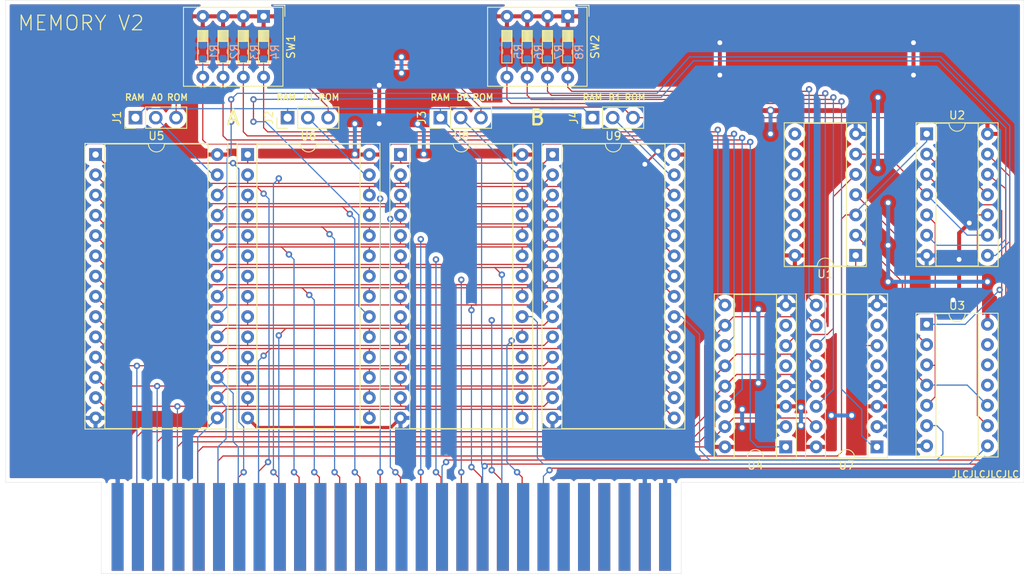
<source format=kicad_pcb>
(kicad_pcb (version 20171130) (host pcbnew 5.1.10)

  (general
    (thickness 1.6)
    (drawings 26)
    (tracks 748)
    (zones 0)
    (modules 24)
    (nets 82)
  )

  (page A4)
  (layers
    (0 F.Cu signal)
    (31 B.Cu signal)
    (32 B.Adhes user)
    (33 F.Adhes user)
    (34 B.Paste user)
    (35 F.Paste user)
    (36 B.SilkS user)
    (37 F.SilkS user)
    (38 B.Mask user)
    (39 F.Mask user)
    (40 Dwgs.User user)
    (41 Cmts.User user)
    (42 Eco1.User user)
    (43 Eco2.User user)
    (44 Edge.Cuts user)
    (45 Margin user)
    (46 B.CrtYd user)
    (47 F.CrtYd user)
    (48 B.Fab user)
    (49 F.Fab user)
  )

  (setup
    (last_trace_width 0.25)
    (user_trace_width 0.15)
    (user_trace_width 0.2)
    (user_trace_width 0.4)
    (user_trace_width 0.5)
    (user_trace_width 0.6)
    (trace_clearance 0.2)
    (zone_clearance 0.508)
    (zone_45_only no)
    (trace_min 0.127)
    (via_size 0.8)
    (via_drill 0.4)
    (via_min_size 0.6)
    (via_min_drill 0.3)
    (user_via 0.6 0.3)
    (user_via 0.9 0.4)
    (user_via 1 0.6)
    (uvia_size 0.3)
    (uvia_drill 0.1)
    (uvias_allowed no)
    (uvia_min_size 0.2)
    (uvia_min_drill 0.1)
    (edge_width 0.0381)
    (segment_width 0.254)
    (pcb_text_width 0.3048)
    (pcb_text_size 1.524 1.524)
    (mod_edge_width 0.1524)
    (mod_text_size 0.8128 0.8128)
    (mod_text_width 0.1524)
    (pad_size 1.524 1.524)
    (pad_drill 0.762)
    (pad_to_mask_clearance 0)
    (aux_axis_origin 0 0)
    (visible_elements 7FFFFFFF)
    (pcbplotparams
      (layerselection 0x010fc_ffffffff)
      (usegerberextensions true)
      (usegerberattributes true)
      (usegerberadvancedattributes false)
      (creategerberjobfile false)
      (excludeedgelayer true)
      (linewidth 0.100000)
      (plotframeref false)
      (viasonmask false)
      (mode 1)
      (useauxorigin false)
      (hpglpennumber 1)
      (hpglpenspeed 20)
      (hpglpendiameter 15.000000)
      (psnegative false)
      (psa4output false)
      (plotreference true)
      (plotvalue true)
      (plotinvisibletext false)
      (padsonsilk false)
      (subtractmaskfromsilk true)
      (outputformat 1)
      (mirror false)
      (drillshape 0)
      (scaleselection 1)
      (outputdirectory "Gerber/"))
  )

  (net 0 "")
  (net 1 WR_ROM)
  (net 2 "Net-(J1-Pad2)")
  (net 3 WR)
  (net 4 +5V)
  (net 5 RD)
  (net 6 GND)
  (net 7 "Net-(J2-Pad2)")
  (net 8 MEMRQ)
  (net 9 "Net-(J3-Pad2)")
  (net 10 "Net-(J4-Pad2)")
  (net 11 "Net-(U4-Pad5)")
  (net 12 "/Memory A1/CS")
  (net 13 "/Selector A/OUT")
  (net 14 SEL2)
  (net 15 "/Memory A2/CS")
  (net 16 SEL1)
  (net 17 "/Selector B/OUT")
  (net 18 "Net-(U1-Pad5)")
  (net 19 "/Memory B2/CS")
  (net 20 "/Memory B1/CS")
  (net 21 "Net-(U4-Pad7)")
  (net 22 "Net-(U7-Pad7)")
  (net 23 "Net-(U7-Pad5)")
  (net 24 BUSAK)
  (net 25 D2)
  (net 26 D1)
  (net 27 A8)
  (net 28 D0)
  (net 29 A9)
  (net 30 A0)
  (net 31 A11)
  (net 32 A1)
  (net 33 A2)
  (net 34 A10)
  (net 35 A3)
  (net 36 A4)
  (net 37 D7)
  (net 38 A5)
  (net 39 D6)
  (net 40 A6)
  (net 41 D5)
  (net 42 A7)
  (net 43 D4)
  (net 44 D3)
  (net 45 DEV3)
  (net 46 DEV1)
  (net 47 DEV0)
  (net 48 DEV2)
  (net 49 DEV7)
  (net 50 DEV6)
  (net 51 DEV5)
  (net 52 DEV4)
  (net 53 "Net-(B1-Pad22)")
  (net 54 "Net-(B1-Pad23)")
  (net 55 "Net-(B1-Pad24)")
  (net 56 "Net-(B1-Pad25)")
  (net 57 "Net-(B1-Pad26)")
  (net 58 "Net-(B1-Pad27)")
  (net 59 "Net-(B1-Pad31)")
  (net 60 "Net-(B1-Pad32)")
  (net 61 "Net-(B1-Pad33)")
  (net 62 "Net-(B1-Pad34)")
  (net 63 "Net-(B1-Pad36)")
  (net 64 "Net-(B1-Pad39)")
  (net 65 "Net-(B1-Pad41)")
  (net 66 "Net-(B1-Pad42)")
  (net 67 "Net-(B1-Pad43)")
  (net 68 "Net-(B1-Pad44)")
  (net 69 "Net-(B1-Pad46)")
  (net 70 "Net-(B1-Pad47)")
  (net 71 "Net-(B1-Pad45)")
  (net 72 "Net-(U1-Pad4)")
  (net 73 "Net-(U1-Pad1)")
  (net 74 "Net-(R1-Pad1)")
  (net 75 "Net-(R2-Pad1)")
  (net 76 "Net-(R3-Pad1)")
  (net 77 "Net-(R4-Pad1)")
  (net 78 "Net-(R5-Pad1)")
  (net 79 "Net-(R6-Pad1)")
  (net 80 "Net-(R7-Pad1)")
  (net 81 "Net-(R8-Pad1)")

  (net_class Default "This is the default net class."
    (clearance 0.2)
    (trace_width 0.25)
    (via_dia 0.8)
    (via_drill 0.4)
    (uvia_dia 0.3)
    (uvia_drill 0.1)
    (add_net +5V)
    (add_net "/Memory A1/CS")
    (add_net "/Memory A2/CS")
    (add_net "/Memory B1/CS")
    (add_net "/Memory B2/CS")
    (add_net "/Selector A/OUT")
    (add_net "/Selector B/OUT")
    (add_net A0)
    (add_net A1)
    (add_net A10)
    (add_net A11)
    (add_net A2)
    (add_net A3)
    (add_net A4)
    (add_net A5)
    (add_net A6)
    (add_net A7)
    (add_net A8)
    (add_net A9)
    (add_net BUSAK)
    (add_net D0)
    (add_net D1)
    (add_net D2)
    (add_net D3)
    (add_net D4)
    (add_net D5)
    (add_net D6)
    (add_net D7)
    (add_net DEV0)
    (add_net DEV1)
    (add_net DEV2)
    (add_net DEV3)
    (add_net DEV4)
    (add_net DEV5)
    (add_net DEV6)
    (add_net DEV7)
    (add_net GND)
    (add_net MEMRQ)
    (add_net "Net-(B1-Pad22)")
    (add_net "Net-(B1-Pad23)")
    (add_net "Net-(B1-Pad24)")
    (add_net "Net-(B1-Pad25)")
    (add_net "Net-(B1-Pad26)")
    (add_net "Net-(B1-Pad27)")
    (add_net "Net-(B1-Pad31)")
    (add_net "Net-(B1-Pad32)")
    (add_net "Net-(B1-Pad33)")
    (add_net "Net-(B1-Pad34)")
    (add_net "Net-(B1-Pad36)")
    (add_net "Net-(B1-Pad39)")
    (add_net "Net-(B1-Pad41)")
    (add_net "Net-(B1-Pad42)")
    (add_net "Net-(B1-Pad43)")
    (add_net "Net-(B1-Pad44)")
    (add_net "Net-(B1-Pad45)")
    (add_net "Net-(B1-Pad46)")
    (add_net "Net-(B1-Pad47)")
    (add_net "Net-(J1-Pad2)")
    (add_net "Net-(J2-Pad2)")
    (add_net "Net-(J3-Pad2)")
    (add_net "Net-(J4-Pad2)")
    (add_net "Net-(R1-Pad1)")
    (add_net "Net-(R2-Pad1)")
    (add_net "Net-(R3-Pad1)")
    (add_net "Net-(R4-Pad1)")
    (add_net "Net-(R5-Pad1)")
    (add_net "Net-(R6-Pad1)")
    (add_net "Net-(R7-Pad1)")
    (add_net "Net-(R8-Pad1)")
    (add_net "Net-(U1-Pad1)")
    (add_net "Net-(U1-Pad4)")
    (add_net "Net-(U1-Pad5)")
    (add_net "Net-(U4-Pad5)")
    (add_net "Net-(U4-Pad7)")
    (add_net "Net-(U7-Pad5)")
    (add_net "Net-(U7-Pad7)")
    (add_net RD)
    (add_net SEL1)
    (add_net SEL2)
    (add_net WR)
    (add_net WR_ROM)
  )

  (module Resistor_SMD:R_0603_1608Metric_Pad0.98x0.95mm_HandSolder (layer B.Cu) (tedit 5F68FEEE) (tstamp 5FEFD34B)
    (at 109.22 78.1285 90)
    (descr "Resistor SMD 0603 (1608 Metric), square (rectangular) end terminal, IPC_7351 nominal with elongated pad for handsoldering. (Body size source: IPC-SM-782 page 72, https://www.pcb-3d.com/wordpress/wp-content/uploads/ipc-sm-782a_amendment_1_and_2.pdf), generated with kicad-footprint-generator")
    (tags "resistor handsolder")
    (path /6012DE4F/5FF60368)
    (attr smd)
    (fp_text reference R8 (at 0 1.43 90) (layer B.SilkS)
      (effects (font (size 1 1) (thickness 0.15)) (justify mirror))
    )
    (fp_text value R (at 0 -1.43 90) (layer B.Fab)
      (effects (font (size 1 1) (thickness 0.15)) (justify mirror))
    )
    (fp_line (start -0.8 -0.4125) (end -0.8 0.4125) (layer B.Fab) (width 0.1))
    (fp_line (start -0.8 0.4125) (end 0.8 0.4125) (layer B.Fab) (width 0.1))
    (fp_line (start 0.8 0.4125) (end 0.8 -0.4125) (layer B.Fab) (width 0.1))
    (fp_line (start 0.8 -0.4125) (end -0.8 -0.4125) (layer B.Fab) (width 0.1))
    (fp_line (start -0.254724 0.5225) (end 0.254724 0.5225) (layer B.SilkS) (width 0.12))
    (fp_line (start -0.254724 -0.5225) (end 0.254724 -0.5225) (layer B.SilkS) (width 0.12))
    (fp_line (start -1.65 -0.73) (end -1.65 0.73) (layer B.CrtYd) (width 0.05))
    (fp_line (start -1.65 0.73) (end 1.65 0.73) (layer B.CrtYd) (width 0.05))
    (fp_line (start 1.65 0.73) (end 1.65 -0.73) (layer B.CrtYd) (width 0.05))
    (fp_line (start 1.65 -0.73) (end -1.65 -0.73) (layer B.CrtYd) (width 0.05))
    (fp_text user %R (at 0 0 90) (layer B.Fab)
      (effects (font (size 0.4 0.4) (thickness 0.06)) (justify mirror))
    )
    (pad 1 smd roundrect (at -0.9125 0 90) (size 0.975 0.95) (layers B.Cu B.Paste B.Mask) (roundrect_rratio 0.25)
      (net 81 "Net-(R8-Pad1)"))
    (pad 2 smd roundrect (at 0.9125 0 90) (size 0.975 0.95) (layers B.Cu B.Paste B.Mask) (roundrect_rratio 0.25)
      (net 6 GND))
    (model ${KISYS3DMOD}/Resistor_SMD.3dshapes/R_0603_1608Metric.wrl
      (at (xyz 0 0 0))
      (scale (xyz 1 1 1))
      (rotate (xyz 0 0 0))
    )
  )

  (module Resistor_SMD:R_0603_1608Metric_Pad0.98x0.95mm_HandSolder (layer B.Cu) (tedit 5F68FEEE) (tstamp 5FEFD33A)
    (at 106.68 78.1285 90)
    (descr "Resistor SMD 0603 (1608 Metric), square (rectangular) end terminal, IPC_7351 nominal with elongated pad for handsoldering. (Body size source: IPC-SM-782 page 72, https://www.pcb-3d.com/wordpress/wp-content/uploads/ipc-sm-782a_amendment_1_and_2.pdf), generated with kicad-footprint-generator")
    (tags "resistor handsolder")
    (path /6012DE4F/5FF5FDBA)
    (attr smd)
    (fp_text reference R7 (at 0 1.43 90) (layer B.SilkS)
      (effects (font (size 1 1) (thickness 0.15)) (justify mirror))
    )
    (fp_text value R (at 0 -1.43 90) (layer B.Fab)
      (effects (font (size 1 1) (thickness 0.15)) (justify mirror))
    )
    (fp_line (start -0.8 -0.4125) (end -0.8 0.4125) (layer B.Fab) (width 0.1))
    (fp_line (start -0.8 0.4125) (end 0.8 0.4125) (layer B.Fab) (width 0.1))
    (fp_line (start 0.8 0.4125) (end 0.8 -0.4125) (layer B.Fab) (width 0.1))
    (fp_line (start 0.8 -0.4125) (end -0.8 -0.4125) (layer B.Fab) (width 0.1))
    (fp_line (start -0.254724 0.5225) (end 0.254724 0.5225) (layer B.SilkS) (width 0.12))
    (fp_line (start -0.254724 -0.5225) (end 0.254724 -0.5225) (layer B.SilkS) (width 0.12))
    (fp_line (start -1.65 -0.73) (end -1.65 0.73) (layer B.CrtYd) (width 0.05))
    (fp_line (start -1.65 0.73) (end 1.65 0.73) (layer B.CrtYd) (width 0.05))
    (fp_line (start 1.65 0.73) (end 1.65 -0.73) (layer B.CrtYd) (width 0.05))
    (fp_line (start 1.65 -0.73) (end -1.65 -0.73) (layer B.CrtYd) (width 0.05))
    (fp_text user %R (at 0 0 90) (layer B.Fab)
      (effects (font (size 0.4 0.4) (thickness 0.06)) (justify mirror))
    )
    (pad 1 smd roundrect (at -0.9125 0 90) (size 0.975 0.95) (layers B.Cu B.Paste B.Mask) (roundrect_rratio 0.25)
      (net 80 "Net-(R7-Pad1)"))
    (pad 2 smd roundrect (at 0.9125 0 90) (size 0.975 0.95) (layers B.Cu B.Paste B.Mask) (roundrect_rratio 0.25)
      (net 6 GND))
    (model ${KISYS3DMOD}/Resistor_SMD.3dshapes/R_0603_1608Metric.wrl
      (at (xyz 0 0 0))
      (scale (xyz 1 1 1))
      (rotate (xyz 0 0 0))
    )
  )

  (module Resistor_SMD:R_0603_1608Metric_Pad0.98x0.95mm_HandSolder (layer B.Cu) (tedit 5F68FEEE) (tstamp 5FEFD329)
    (at 104.14 78.1285 90)
    (descr "Resistor SMD 0603 (1608 Metric), square (rectangular) end terminal, IPC_7351 nominal with elongated pad for handsoldering. (Body size source: IPC-SM-782 page 72, https://www.pcb-3d.com/wordpress/wp-content/uploads/ipc-sm-782a_amendment_1_and_2.pdf), generated with kicad-footprint-generator")
    (tags "resistor handsolder")
    (path /6012DE4F/5FF5FB1E)
    (attr smd)
    (fp_text reference R6 (at 0 1.43 90) (layer B.SilkS)
      (effects (font (size 1 1) (thickness 0.15)) (justify mirror))
    )
    (fp_text value R (at 0 -1.43 90) (layer B.Fab)
      (effects (font (size 1 1) (thickness 0.15)) (justify mirror))
    )
    (fp_line (start -0.8 -0.4125) (end -0.8 0.4125) (layer B.Fab) (width 0.1))
    (fp_line (start -0.8 0.4125) (end 0.8 0.4125) (layer B.Fab) (width 0.1))
    (fp_line (start 0.8 0.4125) (end 0.8 -0.4125) (layer B.Fab) (width 0.1))
    (fp_line (start 0.8 -0.4125) (end -0.8 -0.4125) (layer B.Fab) (width 0.1))
    (fp_line (start -0.254724 0.5225) (end 0.254724 0.5225) (layer B.SilkS) (width 0.12))
    (fp_line (start -0.254724 -0.5225) (end 0.254724 -0.5225) (layer B.SilkS) (width 0.12))
    (fp_line (start -1.65 -0.73) (end -1.65 0.73) (layer B.CrtYd) (width 0.05))
    (fp_line (start -1.65 0.73) (end 1.65 0.73) (layer B.CrtYd) (width 0.05))
    (fp_line (start 1.65 0.73) (end 1.65 -0.73) (layer B.CrtYd) (width 0.05))
    (fp_line (start 1.65 -0.73) (end -1.65 -0.73) (layer B.CrtYd) (width 0.05))
    (fp_text user %R (at 0 0 90) (layer B.Fab)
      (effects (font (size 0.4 0.4) (thickness 0.06)) (justify mirror))
    )
    (pad 1 smd roundrect (at -0.9125 0 90) (size 0.975 0.95) (layers B.Cu B.Paste B.Mask) (roundrect_rratio 0.25)
      (net 79 "Net-(R6-Pad1)"))
    (pad 2 smd roundrect (at 0.9125 0 90) (size 0.975 0.95) (layers B.Cu B.Paste B.Mask) (roundrect_rratio 0.25)
      (net 6 GND))
    (model ${KISYS3DMOD}/Resistor_SMD.3dshapes/R_0603_1608Metric.wrl
      (at (xyz 0 0 0))
      (scale (xyz 1 1 1))
      (rotate (xyz 0 0 0))
    )
  )

  (module Resistor_SMD:R_0603_1608Metric_Pad0.98x0.95mm_HandSolder (layer B.Cu) (tedit 5F68FEEE) (tstamp 5FEFD318)
    (at 101.6 78.0815 90)
    (descr "Resistor SMD 0603 (1608 Metric), square (rectangular) end terminal, IPC_7351 nominal with elongated pad for handsoldering. (Body size source: IPC-SM-782 page 72, https://www.pcb-3d.com/wordpress/wp-content/uploads/ipc-sm-782a_amendment_1_and_2.pdf), generated with kicad-footprint-generator")
    (tags "resistor handsolder")
    (path /6012DE4F/5FF5F4FC)
    (attr smd)
    (fp_text reference R5 (at 0 1.43 90) (layer B.SilkS)
      (effects (font (size 1 1) (thickness 0.15)) (justify mirror))
    )
    (fp_text value R (at 0 -1.43 90) (layer B.Fab)
      (effects (font (size 1 1) (thickness 0.15)) (justify mirror))
    )
    (fp_line (start -0.8 -0.4125) (end -0.8 0.4125) (layer B.Fab) (width 0.1))
    (fp_line (start -0.8 0.4125) (end 0.8 0.4125) (layer B.Fab) (width 0.1))
    (fp_line (start 0.8 0.4125) (end 0.8 -0.4125) (layer B.Fab) (width 0.1))
    (fp_line (start 0.8 -0.4125) (end -0.8 -0.4125) (layer B.Fab) (width 0.1))
    (fp_line (start -0.254724 0.5225) (end 0.254724 0.5225) (layer B.SilkS) (width 0.12))
    (fp_line (start -0.254724 -0.5225) (end 0.254724 -0.5225) (layer B.SilkS) (width 0.12))
    (fp_line (start -1.65 -0.73) (end -1.65 0.73) (layer B.CrtYd) (width 0.05))
    (fp_line (start -1.65 0.73) (end 1.65 0.73) (layer B.CrtYd) (width 0.05))
    (fp_line (start 1.65 0.73) (end 1.65 -0.73) (layer B.CrtYd) (width 0.05))
    (fp_line (start 1.65 -0.73) (end -1.65 -0.73) (layer B.CrtYd) (width 0.05))
    (fp_text user %R (at 0 0 90) (layer B.Fab)
      (effects (font (size 0.4 0.4) (thickness 0.06)) (justify mirror))
    )
    (pad 1 smd roundrect (at -0.9125 0 90) (size 0.975 0.95) (layers B.Cu B.Paste B.Mask) (roundrect_rratio 0.25)
      (net 78 "Net-(R5-Pad1)"))
    (pad 2 smd roundrect (at 0.9125 0 90) (size 0.975 0.95) (layers B.Cu B.Paste B.Mask) (roundrect_rratio 0.25)
      (net 6 GND))
    (model ${KISYS3DMOD}/Resistor_SMD.3dshapes/R_0603_1608Metric.wrl
      (at (xyz 0 0 0))
      (scale (xyz 1 1 1))
      (rotate (xyz 0 0 0))
    )
  )

  (module Resistor_SMD:R_0603_1608Metric_Pad0.98x0.95mm_HandSolder (layer B.Cu) (tedit 5F68FEEE) (tstamp 5FEFD307)
    (at 71.12 78.1285 90)
    (descr "Resistor SMD 0603 (1608 Metric), square (rectangular) end terminal, IPC_7351 nominal with elongated pad for handsoldering. (Body size source: IPC-SM-782 page 72, https://www.pcb-3d.com/wordpress/wp-content/uploads/ipc-sm-782a_amendment_1_and_2.pdf), generated with kicad-footprint-generator")
    (tags "resistor handsolder")
    (path /6005D55B/5FF60368)
    (attr smd)
    (fp_text reference R4 (at 0 1.43 90) (layer B.SilkS)
      (effects (font (size 1 1) (thickness 0.15)) (justify mirror))
    )
    (fp_text value R (at 0 -1.43 90) (layer B.Fab)
      (effects (font (size 1 1) (thickness 0.15)) (justify mirror))
    )
    (fp_line (start -0.8 -0.4125) (end -0.8 0.4125) (layer B.Fab) (width 0.1))
    (fp_line (start -0.8 0.4125) (end 0.8 0.4125) (layer B.Fab) (width 0.1))
    (fp_line (start 0.8 0.4125) (end 0.8 -0.4125) (layer B.Fab) (width 0.1))
    (fp_line (start 0.8 -0.4125) (end -0.8 -0.4125) (layer B.Fab) (width 0.1))
    (fp_line (start -0.254724 0.5225) (end 0.254724 0.5225) (layer B.SilkS) (width 0.12))
    (fp_line (start -0.254724 -0.5225) (end 0.254724 -0.5225) (layer B.SilkS) (width 0.12))
    (fp_line (start -1.65 -0.73) (end -1.65 0.73) (layer B.CrtYd) (width 0.05))
    (fp_line (start -1.65 0.73) (end 1.65 0.73) (layer B.CrtYd) (width 0.05))
    (fp_line (start 1.65 0.73) (end 1.65 -0.73) (layer B.CrtYd) (width 0.05))
    (fp_line (start 1.65 -0.73) (end -1.65 -0.73) (layer B.CrtYd) (width 0.05))
    (fp_text user %R (at 0 0 90) (layer B.Fab)
      (effects (font (size 0.4 0.4) (thickness 0.06)) (justify mirror))
    )
    (pad 1 smd roundrect (at -0.9125 0 90) (size 0.975 0.95) (layers B.Cu B.Paste B.Mask) (roundrect_rratio 0.25)
      (net 77 "Net-(R4-Pad1)"))
    (pad 2 smd roundrect (at 0.9125 0 90) (size 0.975 0.95) (layers B.Cu B.Paste B.Mask) (roundrect_rratio 0.25)
      (net 6 GND))
    (model ${KISYS3DMOD}/Resistor_SMD.3dshapes/R_0603_1608Metric.wrl
      (at (xyz 0 0 0))
      (scale (xyz 1 1 1))
      (rotate (xyz 0 0 0))
    )
  )

  (module Resistor_SMD:R_0603_1608Metric_Pad0.98x0.95mm_HandSolder (layer B.Cu) (tedit 5F68FEEE) (tstamp 5FEFD2F6)
    (at 68.58 78.1285 90)
    (descr "Resistor SMD 0603 (1608 Metric), square (rectangular) end terminal, IPC_7351 nominal with elongated pad for handsoldering. (Body size source: IPC-SM-782 page 72, https://www.pcb-3d.com/wordpress/wp-content/uploads/ipc-sm-782a_amendment_1_and_2.pdf), generated with kicad-footprint-generator")
    (tags "resistor handsolder")
    (path /6005D55B/5FF5FDBA)
    (attr smd)
    (fp_text reference R3 (at 0 1.43 90) (layer B.SilkS)
      (effects (font (size 1 1) (thickness 0.15)) (justify mirror))
    )
    (fp_text value R (at 0 -1.43 90) (layer B.Fab)
      (effects (font (size 1 1) (thickness 0.15)) (justify mirror))
    )
    (fp_line (start -0.8 -0.4125) (end -0.8 0.4125) (layer B.Fab) (width 0.1))
    (fp_line (start -0.8 0.4125) (end 0.8 0.4125) (layer B.Fab) (width 0.1))
    (fp_line (start 0.8 0.4125) (end 0.8 -0.4125) (layer B.Fab) (width 0.1))
    (fp_line (start 0.8 -0.4125) (end -0.8 -0.4125) (layer B.Fab) (width 0.1))
    (fp_line (start -0.254724 0.5225) (end 0.254724 0.5225) (layer B.SilkS) (width 0.12))
    (fp_line (start -0.254724 -0.5225) (end 0.254724 -0.5225) (layer B.SilkS) (width 0.12))
    (fp_line (start -1.65 -0.73) (end -1.65 0.73) (layer B.CrtYd) (width 0.05))
    (fp_line (start -1.65 0.73) (end 1.65 0.73) (layer B.CrtYd) (width 0.05))
    (fp_line (start 1.65 0.73) (end 1.65 -0.73) (layer B.CrtYd) (width 0.05))
    (fp_line (start 1.65 -0.73) (end -1.65 -0.73) (layer B.CrtYd) (width 0.05))
    (fp_text user %R (at 0 0 90) (layer B.Fab)
      (effects (font (size 0.4 0.4) (thickness 0.06)) (justify mirror))
    )
    (pad 1 smd roundrect (at -0.9125 0 90) (size 0.975 0.95) (layers B.Cu B.Paste B.Mask) (roundrect_rratio 0.25)
      (net 76 "Net-(R3-Pad1)"))
    (pad 2 smd roundrect (at 0.9125 0 90) (size 0.975 0.95) (layers B.Cu B.Paste B.Mask) (roundrect_rratio 0.25)
      (net 6 GND))
    (model ${KISYS3DMOD}/Resistor_SMD.3dshapes/R_0603_1608Metric.wrl
      (at (xyz 0 0 0))
      (scale (xyz 1 1 1))
      (rotate (xyz 0 0 0))
    )
  )

  (module Resistor_SMD:R_0603_1608Metric_Pad0.98x0.95mm_HandSolder (layer B.Cu) (tedit 5F68FEEE) (tstamp 5FEFDEA0)
    (at 66.04 78.0815 90)
    (descr "Resistor SMD 0603 (1608 Metric), square (rectangular) end terminal, IPC_7351 nominal with elongated pad for handsoldering. (Body size source: IPC-SM-782 page 72, https://www.pcb-3d.com/wordpress/wp-content/uploads/ipc-sm-782a_amendment_1_and_2.pdf), generated with kicad-footprint-generator")
    (tags "resistor handsolder")
    (path /6005D55B/5FF5FB1E)
    (attr smd)
    (fp_text reference R2 (at 0 1.43 90) (layer B.SilkS)
      (effects (font (size 1 1) (thickness 0.15)) (justify mirror))
    )
    (fp_text value R (at 0 -1.43 90) (layer B.Fab)
      (effects (font (size 1 1) (thickness 0.15)) (justify mirror))
    )
    (fp_line (start -0.8 -0.4125) (end -0.8 0.4125) (layer B.Fab) (width 0.1))
    (fp_line (start -0.8 0.4125) (end 0.8 0.4125) (layer B.Fab) (width 0.1))
    (fp_line (start 0.8 0.4125) (end 0.8 -0.4125) (layer B.Fab) (width 0.1))
    (fp_line (start 0.8 -0.4125) (end -0.8 -0.4125) (layer B.Fab) (width 0.1))
    (fp_line (start -0.254724 0.5225) (end 0.254724 0.5225) (layer B.SilkS) (width 0.12))
    (fp_line (start -0.254724 -0.5225) (end 0.254724 -0.5225) (layer B.SilkS) (width 0.12))
    (fp_line (start -1.65 -0.73) (end -1.65 0.73) (layer B.CrtYd) (width 0.05))
    (fp_line (start -1.65 0.73) (end 1.65 0.73) (layer B.CrtYd) (width 0.05))
    (fp_line (start 1.65 0.73) (end 1.65 -0.73) (layer B.CrtYd) (width 0.05))
    (fp_line (start 1.65 -0.73) (end -1.65 -0.73) (layer B.CrtYd) (width 0.05))
    (fp_text user %R (at 0 0 90) (layer B.Fab)
      (effects (font (size 0.4 0.4) (thickness 0.06)) (justify mirror))
    )
    (pad 1 smd roundrect (at -0.9125 0 90) (size 0.975 0.95) (layers B.Cu B.Paste B.Mask) (roundrect_rratio 0.25)
      (net 75 "Net-(R2-Pad1)"))
    (pad 2 smd roundrect (at 0.9125 0 90) (size 0.975 0.95) (layers B.Cu B.Paste B.Mask) (roundrect_rratio 0.25)
      (net 6 GND))
    (model ${KISYS3DMOD}/Resistor_SMD.3dshapes/R_0603_1608Metric.wrl
      (at (xyz 0 0 0))
      (scale (xyz 1 1 1))
      (rotate (xyz 0 0 0))
    )
  )

  (module Resistor_SMD:R_0603_1608Metric_Pad0.98x0.95mm_HandSolder (layer B.Cu) (tedit 5F68FEEE) (tstamp 5FEFDF02)
    (at 63.5 78.1285 90)
    (descr "Resistor SMD 0603 (1608 Metric), square (rectangular) end terminal, IPC_7351 nominal with elongated pad for handsoldering. (Body size source: IPC-SM-782 page 72, https://www.pcb-3d.com/wordpress/wp-content/uploads/ipc-sm-782a_amendment_1_and_2.pdf), generated with kicad-footprint-generator")
    (tags "resistor handsolder")
    (path /6005D55B/5FF5F4FC)
    (attr smd)
    (fp_text reference R1 (at 0 1.43 90) (layer B.SilkS)
      (effects (font (size 1 1) (thickness 0.15)) (justify mirror))
    )
    (fp_text value R (at 0 -1.43 90) (layer B.Fab)
      (effects (font (size 1 1) (thickness 0.15)) (justify mirror))
    )
    (fp_line (start -0.8 -0.4125) (end -0.8 0.4125) (layer B.Fab) (width 0.1))
    (fp_line (start -0.8 0.4125) (end 0.8 0.4125) (layer B.Fab) (width 0.1))
    (fp_line (start 0.8 0.4125) (end 0.8 -0.4125) (layer B.Fab) (width 0.1))
    (fp_line (start 0.8 -0.4125) (end -0.8 -0.4125) (layer B.Fab) (width 0.1))
    (fp_line (start -0.254724 0.5225) (end 0.254724 0.5225) (layer B.SilkS) (width 0.12))
    (fp_line (start -0.254724 -0.5225) (end 0.254724 -0.5225) (layer B.SilkS) (width 0.12))
    (fp_line (start -1.65 -0.73) (end -1.65 0.73) (layer B.CrtYd) (width 0.05))
    (fp_line (start -1.65 0.73) (end 1.65 0.73) (layer B.CrtYd) (width 0.05))
    (fp_line (start 1.65 0.73) (end 1.65 -0.73) (layer B.CrtYd) (width 0.05))
    (fp_line (start 1.65 -0.73) (end -1.65 -0.73) (layer B.CrtYd) (width 0.05))
    (fp_text user %R (at 0 0 180) (layer B.Fab)
      (effects (font (size 0.4 0.4) (thickness 0.06)) (justify mirror))
    )
    (pad 1 smd roundrect (at -0.9125 0 90) (size 0.975 0.95) (layers B.Cu B.Paste B.Mask) (roundrect_rratio 0.25)
      (net 74 "Net-(R1-Pad1)"))
    (pad 2 smd roundrect (at 0.9125 0 90) (size 0.975 0.95) (layers B.Cu B.Paste B.Mask) (roundrect_rratio 0.25)
      (net 6 GND))
    (model ${KISYS3DMOD}/Resistor_SMD.3dshapes/R_0603_1608Metric.wrl
      (at (xyz 0 0 0))
      (scale (xyz 1 1 1))
      (rotate (xyz 0 0 0))
    )
  )

  (module Package_DIP:DIP-14_W7.62mm_Socket (layer F.Cu) (tedit 5A02E8C5) (tstamp 5FEEF898)
    (at 154.178 112.268)
    (descr "14-lead though-hole mounted DIP package, row spacing 7.62 mm (300 mils), Socket")
    (tags "THT DIP DIL PDIP 2.54mm 7.62mm 300mil Socket")
    (path /6012DE55)
    (fp_text reference U3 (at 3.81 -2.33) (layer F.SilkS)
      (effects (font (size 1 1) (thickness 0.15)))
    )
    (fp_text value 7432 (at 3.81 17.57) (layer F.Fab)
      (effects (font (size 1 1) (thickness 0.15)))
    )
    (fp_line (start 1.635 -1.27) (end 6.985 -1.27) (layer F.Fab) (width 0.1))
    (fp_line (start 6.985 -1.27) (end 6.985 16.51) (layer F.Fab) (width 0.1))
    (fp_line (start 6.985 16.51) (end 0.635 16.51) (layer F.Fab) (width 0.1))
    (fp_line (start 0.635 16.51) (end 0.635 -0.27) (layer F.Fab) (width 0.1))
    (fp_line (start 0.635 -0.27) (end 1.635 -1.27) (layer F.Fab) (width 0.1))
    (fp_line (start -1.27 -1.33) (end -1.27 16.57) (layer F.Fab) (width 0.1))
    (fp_line (start -1.27 16.57) (end 8.89 16.57) (layer F.Fab) (width 0.1))
    (fp_line (start 8.89 16.57) (end 8.89 -1.33) (layer F.Fab) (width 0.1))
    (fp_line (start 8.89 -1.33) (end -1.27 -1.33) (layer F.Fab) (width 0.1))
    (fp_line (start 2.81 -1.33) (end 1.16 -1.33) (layer F.SilkS) (width 0.12))
    (fp_line (start 1.16 -1.33) (end 1.16 16.57) (layer F.SilkS) (width 0.12))
    (fp_line (start 1.16 16.57) (end 6.46 16.57) (layer F.SilkS) (width 0.12))
    (fp_line (start 6.46 16.57) (end 6.46 -1.33) (layer F.SilkS) (width 0.12))
    (fp_line (start 6.46 -1.33) (end 4.81 -1.33) (layer F.SilkS) (width 0.12))
    (fp_line (start -1.33 -1.39) (end -1.33 16.63) (layer F.SilkS) (width 0.12))
    (fp_line (start -1.33 16.63) (end 8.95 16.63) (layer F.SilkS) (width 0.12))
    (fp_line (start 8.95 16.63) (end 8.95 -1.39) (layer F.SilkS) (width 0.12))
    (fp_line (start 8.95 -1.39) (end -1.33 -1.39) (layer F.SilkS) (width 0.12))
    (fp_line (start -1.55 -1.6) (end -1.55 16.85) (layer F.CrtYd) (width 0.05))
    (fp_line (start -1.55 16.85) (end 9.15 16.85) (layer F.CrtYd) (width 0.05))
    (fp_line (start 9.15 16.85) (end 9.15 -1.6) (layer F.CrtYd) (width 0.05))
    (fp_line (start 9.15 -1.6) (end -1.55 -1.6) (layer F.CrtYd) (width 0.05))
    (fp_text user %R (at 3.81 7.62) (layer F.Fab)
      (effects (font (size 1 1) (thickness 0.15)))
    )
    (fp_arc (start 3.81 -1.33) (end 2.81 -1.33) (angle -180) (layer F.SilkS) (width 0.12))
    (pad 14 thru_hole oval (at 7.62 0) (size 1.6 1.6) (drill 0.8) (layers *.Cu *.Mask)
      (net 4 +5V))
    (pad 7 thru_hole oval (at 0 15.24) (size 1.6 1.6) (drill 0.8) (layers *.Cu *.Mask)
      (net 6 GND))
    (pad 13 thru_hole oval (at 7.62 2.54) (size 1.6 1.6) (drill 0.8) (layers *.Cu *.Mask))
    (pad 6 thru_hole oval (at 0 12.7) (size 1.6 1.6) (drill 0.8) (layers *.Cu *.Mask)
      (net 19 "/Memory B2/CS"))
    (pad 12 thru_hole oval (at 7.62 5.08) (size 1.6 1.6) (drill 0.8) (layers *.Cu *.Mask))
    (pad 5 thru_hole oval (at 0 10.16) (size 1.6 1.6) (drill 0.8) (layers *.Cu *.Mask)
      (net 14 SEL2))
    (pad 11 thru_hole oval (at 7.62 7.62) (size 1.6 1.6) (drill 0.8) (layers *.Cu *.Mask))
    (pad 4 thru_hole oval (at 0 7.62) (size 1.6 1.6) (drill 0.8) (layers *.Cu *.Mask)
      (net 17 "/Selector B/OUT"))
    (pad 10 thru_hole oval (at 7.62 10.16) (size 1.6 1.6) (drill 0.8) (layers *.Cu *.Mask)
      (net 17 "/Selector B/OUT"))
    (pad 3 thru_hole oval (at 0 5.08) (size 1.6 1.6) (drill 0.8) (layers *.Cu *.Mask)
      (net 14 SEL2))
    (pad 9 thru_hole oval (at 7.62 12.7) (size 1.6 1.6) (drill 0.8) (layers *.Cu *.Mask)
      (net 16 SEL1))
    (pad 2 thru_hole oval (at 0 2.54) (size 1.6 1.6) (drill 0.8) (layers *.Cu *.Mask)
      (net 72 "Net-(U1-Pad4)"))
    (pad 8 thru_hole oval (at 7.62 15.24) (size 1.6 1.6) (drill 0.8) (layers *.Cu *.Mask)
      (net 20 "/Memory B1/CS"))
    (pad 1 thru_hole rect (at 0 0) (size 1.6 1.6) (drill 0.8) (layers *.Cu *.Mask)
      (net 8 MEMRQ))
    (model ${KISYS3DMOD}/Package_DIP.3dshapes/DIP-14_W7.62mm_Socket.wrl
      (at (xyz 0 0 0))
      (scale (xyz 1 1 1))
      (rotate (xyz 0 0 0))
    )
  )

  (module Package_DIP:DIP-14_W7.62mm_Socket (layer F.Cu) (tedit 5A02E8C5) (tstamp 5FEEF6A7)
    (at 154.178 88.392)
    (descr "14-lead though-hole mounted DIP package, row spacing 7.62 mm (300 mils), Socket")
    (tags "THT DIP DIL PDIP 2.54mm 7.62mm 300mil Socket")
    (path /6012FE52)
    (fp_text reference U2 (at 3.81 -2.33) (layer F.SilkS)
      (effects (font (size 1 1) (thickness 0.15)))
    )
    (fp_text value 7432 (at 3.81 17.57) (layer F.Fab)
      (effects (font (size 1 1) (thickness 0.15)))
    )
    (fp_line (start 1.635 -1.27) (end 6.985 -1.27) (layer F.Fab) (width 0.1))
    (fp_line (start 6.985 -1.27) (end 6.985 16.51) (layer F.Fab) (width 0.1))
    (fp_line (start 6.985 16.51) (end 0.635 16.51) (layer F.Fab) (width 0.1))
    (fp_line (start 0.635 16.51) (end 0.635 -0.27) (layer F.Fab) (width 0.1))
    (fp_line (start 0.635 -0.27) (end 1.635 -1.27) (layer F.Fab) (width 0.1))
    (fp_line (start -1.27 -1.33) (end -1.27 16.57) (layer F.Fab) (width 0.1))
    (fp_line (start -1.27 16.57) (end 8.89 16.57) (layer F.Fab) (width 0.1))
    (fp_line (start 8.89 16.57) (end 8.89 -1.33) (layer F.Fab) (width 0.1))
    (fp_line (start 8.89 -1.33) (end -1.27 -1.33) (layer F.Fab) (width 0.1))
    (fp_line (start 2.81 -1.33) (end 1.16 -1.33) (layer F.SilkS) (width 0.12))
    (fp_line (start 1.16 -1.33) (end 1.16 16.57) (layer F.SilkS) (width 0.12))
    (fp_line (start 1.16 16.57) (end 6.46 16.57) (layer F.SilkS) (width 0.12))
    (fp_line (start 6.46 16.57) (end 6.46 -1.33) (layer F.SilkS) (width 0.12))
    (fp_line (start 6.46 -1.33) (end 4.81 -1.33) (layer F.SilkS) (width 0.12))
    (fp_line (start -1.33 -1.39) (end -1.33 16.63) (layer F.SilkS) (width 0.12))
    (fp_line (start -1.33 16.63) (end 8.95 16.63) (layer F.SilkS) (width 0.12))
    (fp_line (start 8.95 16.63) (end 8.95 -1.39) (layer F.SilkS) (width 0.12))
    (fp_line (start 8.95 -1.39) (end -1.33 -1.39) (layer F.SilkS) (width 0.12))
    (fp_line (start -1.55 -1.6) (end -1.55 16.85) (layer F.CrtYd) (width 0.05))
    (fp_line (start -1.55 16.85) (end 9.15 16.85) (layer F.CrtYd) (width 0.05))
    (fp_line (start 9.15 16.85) (end 9.15 -1.6) (layer F.CrtYd) (width 0.05))
    (fp_line (start 9.15 -1.6) (end -1.55 -1.6) (layer F.CrtYd) (width 0.05))
    (fp_text user %R (at 3.81 7.62) (layer F.Fab)
      (effects (font (size 1 1) (thickness 0.15)))
    )
    (fp_arc (start 3.81 -1.33) (end 2.81 -1.33) (angle -180) (layer F.SilkS) (width 0.12))
    (pad 14 thru_hole oval (at 7.62 0) (size 1.6 1.6) (drill 0.8) (layers *.Cu *.Mask)
      (net 4 +5V))
    (pad 7 thru_hole oval (at 0 15.24) (size 1.6 1.6) (drill 0.8) (layers *.Cu *.Mask)
      (net 6 GND))
    (pad 13 thru_hole oval (at 7.62 2.54) (size 1.6 1.6) (drill 0.8) (layers *.Cu *.Mask)
      (net 24 BUSAK))
    (pad 6 thru_hole oval (at 0 12.7) (size 1.6 1.6) (drill 0.8) (layers *.Cu *.Mask)
      (net 15 "/Memory A2/CS"))
    (pad 12 thru_hole oval (at 7.62 5.08) (size 1.6 1.6) (drill 0.8) (layers *.Cu *.Mask)
      (net 3 WR))
    (pad 5 thru_hole oval (at 0 10.16) (size 1.6 1.6) (drill 0.8) (layers *.Cu *.Mask)
      (net 14 SEL2))
    (pad 11 thru_hole oval (at 7.62 7.62) (size 1.6 1.6) (drill 0.8) (layers *.Cu *.Mask)
      (net 1 WR_ROM))
    (pad 4 thru_hole oval (at 0 7.62) (size 1.6 1.6) (drill 0.8) (layers *.Cu *.Mask)
      (net 13 "/Selector A/OUT"))
    (pad 10 thru_hole oval (at 7.62 10.16) (size 1.6 1.6) (drill 0.8) (layers *.Cu *.Mask)
      (net 16 SEL1))
    (pad 3 thru_hole oval (at 0 5.08) (size 1.6 1.6) (drill 0.8) (layers *.Cu *.Mask)
      (net 16 SEL1))
    (pad 9 thru_hole oval (at 7.62 12.7) (size 1.6 1.6) (drill 0.8) (layers *.Cu *.Mask)
      (net 13 "/Selector A/OUT"))
    (pad 2 thru_hole oval (at 0 2.54) (size 1.6 1.6) (drill 0.8) (layers *.Cu *.Mask)
      (net 8 MEMRQ))
    (pad 8 thru_hole oval (at 7.62 15.24) (size 1.6 1.6) (drill 0.8) (layers *.Cu *.Mask)
      (net 12 "/Memory A1/CS"))
    (pad 1 thru_hole rect (at 0 0) (size 1.6 1.6) (drill 0.8) (layers *.Cu *.Mask)
      (net 45 DEV3))
    (model ${KISYS3DMOD}/Package_DIP.3dshapes/DIP-14_W7.62mm_Socket.wrl
      (at (xyz 0 0 0))
      (scale (xyz 1 1 1))
      (rotate (xyz 0 0 0))
    )
  )

  (module Z80:Edge (layer F.Cu) (tedit 5FED2EAC) (tstamp 60BA8DA9)
    (at 87.122 137.16)
    (path /60138259)
    (fp_text reference B1 (at -29.21 -6.35) (layer F.SilkS) hide
      (effects (font (size 1 1) (thickness 0.15)))
    )
    (fp_text value Edge (at -33.528 -6.35) (layer F.Fab)
      (effects (font (size 1 1) (thickness 0.15)))
    )
    (fp_line (start -36.322 6.35) (end -36.322 -5.08) (layer Dwgs.User) (width 0.12))
    (fp_line (start 36.322 6.35) (end 36.322 -5.08) (layer Dwgs.User) (width 0.12))
    (fp_line (start 36.322 6.35) (end -36.322 6.35) (layer Dwgs.User) (width 0.12))
    (pad 1 connect rect (at -34.29 0.508) (size 1.5 11) (layers F.Cu F.Mask)
      (net 4 +5V))
    (pad 2 connect rect (at -31.75 0.508 180) (size 1.5 11) (layers F.Cu F.Mask)
      (net 49 DEV7))
    (pad 3 connect rect (at -29.21 0.508 180) (size 1.5 11) (layers F.Cu F.Mask)
      (net 50 DEV6))
    (pad 4 connect rect (at -26.67 0.508 180) (size 1.5 11) (layers F.Cu F.Mask)
      (net 51 DEV5))
    (pad 5 connect rect (at -24.13 0.508 180) (size 1.5 11) (layers F.Cu F.Mask)
      (net 52 DEV4))
    (pad 6 connect rect (at -21.59 0.508 180) (size 1.5 11) (layers F.Cu F.Mask)
      (net 45 DEV3))
    (pad 7 connect rect (at -19.05 0.508 180) (size 1.5 11) (layers F.Cu F.Mask)
      (net 48 DEV2))
    (pad 8 connect rect (at -16.51 0.508 180) (size 1.5 11) (layers F.Cu F.Mask)
      (net 46 DEV1))
    (pad 9 connect rect (at -13.97 0.508 180) (size 1.5 11) (layers F.Cu F.Mask)
      (net 47 DEV0))
    (pad 10 connect rect (at -11.43 0.508 180) (size 1.5 11) (layers F.Cu F.Mask)
      (net 31 A11))
    (pad 11 connect rect (at -8.89 0.508 180) (size 1.5 11) (layers F.Cu F.Mask)
      (net 34 A10))
    (pad 12 connect rect (at -6.35 0.508 180) (size 1.5 11) (layers F.Cu F.Mask)
      (net 29 A9))
    (pad 13 connect rect (at -3.81 0.508 180) (size 1.5 11) (layers F.Cu F.Mask)
      (net 27 A8))
    (pad 14 connect rect (at -1.27 0.508 180) (size 1.5 11) (layers F.Cu F.Mask)
      (net 42 A7))
    (pad 15 connect rect (at 1.27 0.508 180) (size 1.5 11) (layers F.Cu F.Mask)
      (net 40 A6))
    (pad 16 connect rect (at 3.81 0.508 180) (size 1.5 11) (layers F.Cu F.Mask)
      (net 38 A5))
    (pad 17 connect rect (at 6.35 0.508 180) (size 1.5 11) (layers F.Cu F.Mask)
      (net 36 A4))
    (pad 18 connect rect (at 8.89 0.508 180) (size 1.5 11) (layers F.Cu F.Mask)
      (net 35 A3))
    (pad 19 connect rect (at 11.43 0.508 180) (size 1.5 11) (layers F.Cu F.Mask)
      (net 33 A2))
    (pad 20 connect rect (at 13.97 0.508 180) (size 1.5 11) (layers F.Cu F.Mask)
      (net 32 A1))
    (pad 21 connect rect (at 16.51 0.508 180) (size 1.5 11) (layers F.Cu F.Mask)
      (net 30 A0))
    (pad 22 connect rect (at 19.05 0.508 180) (size 1.5 11) (layers F.Cu F.Mask)
      (net 53 "Net-(B1-Pad22)"))
    (pad 23 connect rect (at 21.59 0.508 180) (size 1.5 11) (layers F.Cu F.Mask)
      (net 54 "Net-(B1-Pad23)"))
    (pad 24 connect rect (at 24.13 0.508 180) (size 1.5 11) (layers F.Cu F.Mask)
      (net 55 "Net-(B1-Pad24)"))
    (pad 25 connect rect (at 26.67 0.508 180) (size 1.5 11) (layers F.Cu F.Mask)
      (net 56 "Net-(B1-Pad25)"))
    (pad 26 connect rect (at 29.21 0.508 180) (size 1.5 11) (layers F.Cu F.Mask)
      (net 57 "Net-(B1-Pad26)"))
    (pad 27 connect rect (at 31.75 0.508 180) (size 1.5 11) (layers F.Cu F.Mask)
      (net 58 "Net-(B1-Pad27)"))
    (pad 28 connect rect (at 34.29 0.508 180) (size 1.5 11) (layers F.Cu F.Mask)
      (net 4 +5V))
    (pad 29 connect rect (at 34.29 0.508 180) (size 1.5 11) (layers B.Cu B.Mask)
      (net 6 GND))
    (pad 30 connect rect (at 31.75 0.508 180) (size 1.5 11) (layers B.Cu B.Mask)
      (net 6 GND))
    (pad 31 connect rect (at 29.21 0.508 180) (size 1.5 11) (layers B.Cu B.Mask)
      (net 59 "Net-(B1-Pad31)"))
    (pad 32 connect rect (at 26.67 0.508 180) (size 1.5 11) (layers B.Cu B.Mask)
      (net 60 "Net-(B1-Pad32)"))
    (pad 33 connect rect (at 24.13 0.508 180) (size 1.5 11) (layers B.Cu B.Mask)
      (net 61 "Net-(B1-Pad33)"))
    (pad 34 connect rect (at 21.59 0.508 180) (size 1.5 11) (layers B.Cu B.Mask)
      (net 62 "Net-(B1-Pad34)"))
    (pad 35 connect rect (at 19.05 0.508 180) (size 1.5 11) (layers B.Cu B.Mask)
      (net 24 BUSAK))
    (pad 36 connect rect (at 16.51 0.508 180) (size 1.5 11) (layers B.Cu B.Mask)
      (net 63 "Net-(B1-Pad36)"))
    (pad 37 connect rect (at 13.97 0.508 180) (size 1.5 11) (layers B.Cu B.Mask)
      (net 5 RD))
    (pad 38 connect rect (at 11.43 0.508 180) (size 1.5 11) (layers B.Cu B.Mask)
      (net 3 WR))
    (pad 39 connect rect (at 8.89 0.508 180) (size 1.5 11) (layers B.Cu B.Mask)
      (net 64 "Net-(B1-Pad39)"))
    (pad 40 connect rect (at 6.35 0.508 180) (size 1.5 11) (layers B.Cu B.Mask)
      (net 8 MEMRQ))
    (pad 41 connect rect (at 3.81 0.508 180) (size 1.5 11) (layers B.Cu B.Mask)
      (net 65 "Net-(B1-Pad41)"))
    (pad 42 connect rect (at 1.27 0.508 180) (size 1.5 11) (layers B.Cu B.Mask)
      (net 66 "Net-(B1-Pad42)"))
    (pad 43 connect rect (at -1.27 0.508 180) (size 1.5 11) (layers B.Cu B.Mask)
      (net 67 "Net-(B1-Pad43)"))
    (pad 44 connect rect (at -3.81 0.508 180) (size 1.5 11) (layers B.Cu B.Mask)
      (net 68 "Net-(B1-Pad44)"))
    (pad 46 connect rect (at -8.89 0.508 180) (size 1.5 11) (layers B.Cu B.Mask)
      (net 69 "Net-(B1-Pad46)"))
    (pad 47 connect rect (at -11.43 0.508 180) (size 1.5 11) (layers B.Cu B.Mask)
      (net 70 "Net-(B1-Pad47)"))
    (pad 48 connect rect (at -13.97 0.508 180) (size 1.5 11) (layers B.Cu B.Mask)
      (net 37 D7))
    (pad 45 connect rect (at -6.35 0.508 180) (size 1.5 11) (layers B.Cu B.Mask)
      (net 71 "Net-(B1-Pad45)"))
    (pad 49 connect rect (at -16.51 0.508 180) (size 1.5 11) (layers B.Cu B.Mask)
      (net 39 D6))
    (pad 50 connect rect (at -19.05 0.508 180) (size 1.5 11) (layers B.Cu B.Mask)
      (net 41 D5))
    (pad 51 connect rect (at -21.59 0.508 180) (size 1.5 11) (layers B.Cu B.Mask)
      (net 43 D4))
    (pad 52 connect rect (at -24.13 0.508 180) (size 1.5 11) (layers B.Cu B.Mask)
      (net 44 D3))
    (pad 53 connect rect (at -26.67 0.508 180) (size 1.5 11) (layers B.Cu B.Mask)
      (net 25 D2))
    (pad 54 connect rect (at -29.21 0.508 180) (size 1.5 11) (layers B.Cu B.Mask)
      (net 26 D1))
    (pad 55 connect rect (at -31.75 0.508 180) (size 1.5 11) (layers B.Cu B.Mask)
      (net 28 D0))
    (pad 56 connect rect (at -34.29 0.508 180) (size 1.5 11) (layers B.Cu B.Mask)
      (net 6 GND))
  )

  (module Package_DIP:DIP-28_W15.24mm_Socket (layer F.Cu) (tedit 5A02E8C5) (tstamp 5FEE315E)
    (at 107.315 90.986)
    (descr "28-lead though-hole mounted DIP package, row spacing 15.24 mm (600 mils), Socket")
    (tags "THT DIP DIL PDIP 2.54mm 15.24mm 600mil Socket")
    (path /6012DE6E/60087A41)
    (fp_text reference U9 (at 7.62 -2.33) (layer F.SilkS)
      (effects (font (size 1 1) (thickness 0.15)))
    )
    (fp_text value 28C256 (at 7.62 35.35) (layer F.Fab)
      (effects (font (size 1 1) (thickness 0.15)))
    )
    (fp_line (start 1.255 -1.27) (end 14.985 -1.27) (layer F.Fab) (width 0.1))
    (fp_line (start 14.985 -1.27) (end 14.985 34.29) (layer F.Fab) (width 0.1))
    (fp_line (start 14.985 34.29) (end 0.255 34.29) (layer F.Fab) (width 0.1))
    (fp_line (start 0.255 34.29) (end 0.255 -0.27) (layer F.Fab) (width 0.1))
    (fp_line (start 0.255 -0.27) (end 1.255 -1.27) (layer F.Fab) (width 0.1))
    (fp_line (start -1.27 -1.33) (end -1.27 34.35) (layer F.Fab) (width 0.1))
    (fp_line (start -1.27 34.35) (end 16.51 34.35) (layer F.Fab) (width 0.1))
    (fp_line (start 16.51 34.35) (end 16.51 -1.33) (layer F.Fab) (width 0.1))
    (fp_line (start 16.51 -1.33) (end -1.27 -1.33) (layer F.Fab) (width 0.1))
    (fp_line (start 6.62 -1.33) (end 1.16 -1.33) (layer F.SilkS) (width 0.12))
    (fp_line (start 1.16 -1.33) (end 1.16 34.35) (layer F.SilkS) (width 0.12))
    (fp_line (start 1.16 34.35) (end 14.08 34.35) (layer F.SilkS) (width 0.12))
    (fp_line (start 14.08 34.35) (end 14.08 -1.33) (layer F.SilkS) (width 0.12))
    (fp_line (start 14.08 -1.33) (end 8.62 -1.33) (layer F.SilkS) (width 0.12))
    (fp_line (start -1.33 -1.39) (end -1.33 34.41) (layer F.SilkS) (width 0.12))
    (fp_line (start -1.33 34.41) (end 16.57 34.41) (layer F.SilkS) (width 0.12))
    (fp_line (start 16.57 34.41) (end 16.57 -1.39) (layer F.SilkS) (width 0.12))
    (fp_line (start 16.57 -1.39) (end -1.33 -1.39) (layer F.SilkS) (width 0.12))
    (fp_line (start -1.55 -1.6) (end -1.55 34.65) (layer F.CrtYd) (width 0.05))
    (fp_line (start -1.55 34.65) (end 16.8 34.65) (layer F.CrtYd) (width 0.05))
    (fp_line (start 16.8 34.65) (end 16.8 -1.6) (layer F.CrtYd) (width 0.05))
    (fp_line (start 16.8 -1.6) (end -1.55 -1.6) (layer F.CrtYd) (width 0.05))
    (fp_text user %R (at 7.62 16.51) (layer F.Fab)
      (effects (font (size 1 1) (thickness 0.15)))
    )
    (fp_arc (start 7.62 -1.33) (end 6.62 -1.33) (angle -180) (layer F.SilkS) (width 0.12))
    (pad 28 thru_hole oval (at 15.24 0) (size 1.6 1.6) (drill 0.8) (layers *.Cu *.Mask)
      (net 4 +5V))
    (pad 14 thru_hole oval (at 0 33.02) (size 1.6 1.6) (drill 0.8) (layers *.Cu *.Mask)
      (net 6 GND))
    (pad 27 thru_hole oval (at 15.24 2.54) (size 1.6 1.6) (drill 0.8) (layers *.Cu *.Mask)
      (net 10 "Net-(J4-Pad2)"))
    (pad 13 thru_hole oval (at 0 30.48) (size 1.6 1.6) (drill 0.8) (layers *.Cu *.Mask)
      (net 25 D2))
    (pad 26 thru_hole oval (at 15.24 5.08) (size 1.6 1.6) (drill 0.8) (layers *.Cu *.Mask)
      (net 46 DEV1))
    (pad 12 thru_hole oval (at 0 27.94) (size 1.6 1.6) (drill 0.8) (layers *.Cu *.Mask)
      (net 26 D1))
    (pad 25 thru_hole oval (at 15.24 7.62) (size 1.6 1.6) (drill 0.8) (layers *.Cu *.Mask)
      (net 27 A8))
    (pad 11 thru_hole oval (at 0 25.4) (size 1.6 1.6) (drill 0.8) (layers *.Cu *.Mask)
      (net 28 D0))
    (pad 24 thru_hole oval (at 15.24 10.16) (size 1.6 1.6) (drill 0.8) (layers *.Cu *.Mask)
      (net 29 A9))
    (pad 10 thru_hole oval (at 0 22.86) (size 1.6 1.6) (drill 0.8) (layers *.Cu *.Mask)
      (net 30 A0))
    (pad 23 thru_hole oval (at 15.24 12.7) (size 1.6 1.6) (drill 0.8) (layers *.Cu *.Mask)
      (net 31 A11))
    (pad 9 thru_hole oval (at 0 20.32) (size 1.6 1.6) (drill 0.8) (layers *.Cu *.Mask)
      (net 32 A1))
    (pad 22 thru_hole oval (at 15.24 15.24) (size 1.6 1.6) (drill 0.8) (layers *.Cu *.Mask)
      (net 5 RD))
    (pad 8 thru_hole oval (at 0 17.78) (size 1.6 1.6) (drill 0.8) (layers *.Cu *.Mask)
      (net 33 A2))
    (pad 21 thru_hole oval (at 15.24 17.78) (size 1.6 1.6) (drill 0.8) (layers *.Cu *.Mask)
      (net 34 A10))
    (pad 7 thru_hole oval (at 0 15.24) (size 1.6 1.6) (drill 0.8) (layers *.Cu *.Mask)
      (net 35 A3))
    (pad 20 thru_hole oval (at 15.24 20.32) (size 1.6 1.6) (drill 0.8) (layers *.Cu *.Mask)
      (net 19 "/Memory B2/CS"))
    (pad 6 thru_hole oval (at 0 12.7) (size 1.6 1.6) (drill 0.8) (layers *.Cu *.Mask)
      (net 36 A4))
    (pad 19 thru_hole oval (at 15.24 22.86) (size 1.6 1.6) (drill 0.8) (layers *.Cu *.Mask)
      (net 37 D7))
    (pad 5 thru_hole oval (at 0 10.16) (size 1.6 1.6) (drill 0.8) (layers *.Cu *.Mask)
      (net 38 A5))
    (pad 18 thru_hole oval (at 15.24 25.4) (size 1.6 1.6) (drill 0.8) (layers *.Cu *.Mask)
      (net 39 D6))
    (pad 4 thru_hole oval (at 0 7.62) (size 1.6 1.6) (drill 0.8) (layers *.Cu *.Mask)
      (net 40 A6))
    (pad 17 thru_hole oval (at 15.24 27.94) (size 1.6 1.6) (drill 0.8) (layers *.Cu *.Mask)
      (net 41 D5))
    (pad 3 thru_hole oval (at 0 5.08) (size 1.6 1.6) (drill 0.8) (layers *.Cu *.Mask)
      (net 42 A7))
    (pad 16 thru_hole oval (at 15.24 30.48) (size 1.6 1.6) (drill 0.8) (layers *.Cu *.Mask)
      (net 43 D4))
    (pad 2 thru_hole oval (at 0 2.54) (size 1.6 1.6) (drill 0.8) (layers *.Cu *.Mask)
      (net 47 DEV0))
    (pad 15 thru_hole oval (at 15.24 33.02) (size 1.6 1.6) (drill 0.8) (layers *.Cu *.Mask)
      (net 44 D3))
    (pad 1 thru_hole rect (at 0 0) (size 1.6 1.6) (drill 0.8) (layers *.Cu *.Mask)
      (net 48 DEV2))
    (model ${KISYS3DMOD}/Package_DIP.3dshapes/DIP-28_W15.24mm_Socket.wrl
      (at (xyz 0 0 0))
      (scale (xyz 1 1 1))
      (rotate (xyz 0 0 0))
    )
  )

  (module Package_DIP:DIP-28_W15.24mm_Socket (layer F.Cu) (tedit 5A02E8C5) (tstamp 5FED8905)
    (at 88.265 90.986)
    (descr "28-lead though-hole mounted DIP package, row spacing 15.24 mm (600 mils), Socket")
    (tags "THT DIP DIL PDIP 2.54mm 15.24mm 600mil Socket")
    (path /6012DE5C/60087A41)
    (fp_text reference U8 (at 7.62 -2.33) (layer F.SilkS)
      (effects (font (size 1 1) (thickness 0.15)))
    )
    (fp_text value 28C256 (at 7.62 35.35) (layer F.Fab)
      (effects (font (size 1 1) (thickness 0.15)))
    )
    (fp_line (start 1.255 -1.27) (end 14.985 -1.27) (layer F.Fab) (width 0.1))
    (fp_line (start 14.985 -1.27) (end 14.985 34.29) (layer F.Fab) (width 0.1))
    (fp_line (start 14.985 34.29) (end 0.255 34.29) (layer F.Fab) (width 0.1))
    (fp_line (start 0.255 34.29) (end 0.255 -0.27) (layer F.Fab) (width 0.1))
    (fp_line (start 0.255 -0.27) (end 1.255 -1.27) (layer F.Fab) (width 0.1))
    (fp_line (start -1.27 -1.33) (end -1.27 34.35) (layer F.Fab) (width 0.1))
    (fp_line (start -1.27 34.35) (end 16.51 34.35) (layer F.Fab) (width 0.1))
    (fp_line (start 16.51 34.35) (end 16.51 -1.33) (layer F.Fab) (width 0.1))
    (fp_line (start 16.51 -1.33) (end -1.27 -1.33) (layer F.Fab) (width 0.1))
    (fp_line (start 6.62 -1.33) (end 1.16 -1.33) (layer F.SilkS) (width 0.12))
    (fp_line (start 1.16 -1.33) (end 1.16 34.35) (layer F.SilkS) (width 0.12))
    (fp_line (start 1.16 34.35) (end 14.08 34.35) (layer F.SilkS) (width 0.12))
    (fp_line (start 14.08 34.35) (end 14.08 -1.33) (layer F.SilkS) (width 0.12))
    (fp_line (start 14.08 -1.33) (end 8.62 -1.33) (layer F.SilkS) (width 0.12))
    (fp_line (start -1.33 -1.39) (end -1.33 34.41) (layer F.SilkS) (width 0.12))
    (fp_line (start -1.33 34.41) (end 16.57 34.41) (layer F.SilkS) (width 0.12))
    (fp_line (start 16.57 34.41) (end 16.57 -1.39) (layer F.SilkS) (width 0.12))
    (fp_line (start 16.57 -1.39) (end -1.33 -1.39) (layer F.SilkS) (width 0.12))
    (fp_line (start -1.55 -1.6) (end -1.55 34.65) (layer F.CrtYd) (width 0.05))
    (fp_line (start -1.55 34.65) (end 16.8 34.65) (layer F.CrtYd) (width 0.05))
    (fp_line (start 16.8 34.65) (end 16.8 -1.6) (layer F.CrtYd) (width 0.05))
    (fp_line (start 16.8 -1.6) (end -1.55 -1.6) (layer F.CrtYd) (width 0.05))
    (fp_text user %R (at 7.62 16.51) (layer F.Fab)
      (effects (font (size 1 1) (thickness 0.15)))
    )
    (fp_arc (start 7.62 -1.33) (end 6.62 -1.33) (angle -180) (layer F.SilkS) (width 0.12))
    (pad 28 thru_hole oval (at 15.24 0) (size 1.6 1.6) (drill 0.8) (layers *.Cu *.Mask)
      (net 4 +5V))
    (pad 14 thru_hole oval (at 0 33.02) (size 1.6 1.6) (drill 0.8) (layers *.Cu *.Mask)
      (net 6 GND))
    (pad 27 thru_hole oval (at 15.24 2.54) (size 1.6 1.6) (drill 0.8) (layers *.Cu *.Mask)
      (net 9 "Net-(J3-Pad2)"))
    (pad 13 thru_hole oval (at 0 30.48) (size 1.6 1.6) (drill 0.8) (layers *.Cu *.Mask)
      (net 25 D2))
    (pad 26 thru_hole oval (at 15.24 5.08) (size 1.6 1.6) (drill 0.8) (layers *.Cu *.Mask)
      (net 46 DEV1))
    (pad 12 thru_hole oval (at 0 27.94) (size 1.6 1.6) (drill 0.8) (layers *.Cu *.Mask)
      (net 26 D1))
    (pad 25 thru_hole oval (at 15.24 7.62) (size 1.6 1.6) (drill 0.8) (layers *.Cu *.Mask)
      (net 27 A8))
    (pad 11 thru_hole oval (at 0 25.4) (size 1.6 1.6) (drill 0.8) (layers *.Cu *.Mask)
      (net 28 D0))
    (pad 24 thru_hole oval (at 15.24 10.16) (size 1.6 1.6) (drill 0.8) (layers *.Cu *.Mask)
      (net 29 A9))
    (pad 10 thru_hole oval (at 0 22.86) (size 1.6 1.6) (drill 0.8) (layers *.Cu *.Mask)
      (net 30 A0))
    (pad 23 thru_hole oval (at 15.24 12.7) (size 1.6 1.6) (drill 0.8) (layers *.Cu *.Mask)
      (net 31 A11))
    (pad 9 thru_hole oval (at 0 20.32) (size 1.6 1.6) (drill 0.8) (layers *.Cu *.Mask)
      (net 32 A1))
    (pad 22 thru_hole oval (at 15.24 15.24) (size 1.6 1.6) (drill 0.8) (layers *.Cu *.Mask)
      (net 5 RD))
    (pad 8 thru_hole oval (at 0 17.78) (size 1.6 1.6) (drill 0.8) (layers *.Cu *.Mask)
      (net 33 A2))
    (pad 21 thru_hole oval (at 15.24 17.78) (size 1.6 1.6) (drill 0.8) (layers *.Cu *.Mask)
      (net 34 A10))
    (pad 7 thru_hole oval (at 0 15.24) (size 1.6 1.6) (drill 0.8) (layers *.Cu *.Mask)
      (net 35 A3))
    (pad 20 thru_hole oval (at 15.24 20.32) (size 1.6 1.6) (drill 0.8) (layers *.Cu *.Mask)
      (net 20 "/Memory B1/CS"))
    (pad 6 thru_hole oval (at 0 12.7) (size 1.6 1.6) (drill 0.8) (layers *.Cu *.Mask)
      (net 36 A4))
    (pad 19 thru_hole oval (at 15.24 22.86) (size 1.6 1.6) (drill 0.8) (layers *.Cu *.Mask)
      (net 37 D7))
    (pad 5 thru_hole oval (at 0 10.16) (size 1.6 1.6) (drill 0.8) (layers *.Cu *.Mask)
      (net 38 A5))
    (pad 18 thru_hole oval (at 15.24 25.4) (size 1.6 1.6) (drill 0.8) (layers *.Cu *.Mask)
      (net 39 D6))
    (pad 4 thru_hole oval (at 0 7.62) (size 1.6 1.6) (drill 0.8) (layers *.Cu *.Mask)
      (net 40 A6))
    (pad 17 thru_hole oval (at 15.24 27.94) (size 1.6 1.6) (drill 0.8) (layers *.Cu *.Mask)
      (net 41 D5))
    (pad 3 thru_hole oval (at 0 5.08) (size 1.6 1.6) (drill 0.8) (layers *.Cu *.Mask)
      (net 42 A7))
    (pad 16 thru_hole oval (at 15.24 30.48) (size 1.6 1.6) (drill 0.8) (layers *.Cu *.Mask)
      (net 43 D4))
    (pad 2 thru_hole oval (at 0 2.54) (size 1.6 1.6) (drill 0.8) (layers *.Cu *.Mask)
      (net 47 DEV0))
    (pad 15 thru_hole oval (at 15.24 33.02) (size 1.6 1.6) (drill 0.8) (layers *.Cu *.Mask)
      (net 44 D3))
    (pad 1 thru_hole rect (at 0 0) (size 1.6 1.6) (drill 0.8) (layers *.Cu *.Mask)
      (net 48 DEV2))
    (model ${KISYS3DMOD}/Package_DIP.3dshapes/DIP-28_W15.24mm_Socket.wrl
      (at (xyz 0 0 0))
      (scale (xyz 1 1 1))
      (rotate (xyz 0 0 0))
    )
  )

  (module Package_DIP:DIP-16_W7.62mm_Socket (layer F.Cu) (tedit 5A02E8C5) (tstamp 5FEE8633)
    (at 147.955 127.635 180)
    (descr "16-lead though-hole mounted DIP package, row spacing 7.62 mm (300 mils), Socket")
    (tags "THT DIP DIL PDIP 2.54mm 7.62mm 300mil Socket")
    (path /6012DE4F/600613E3)
    (fp_text reference U7 (at 3.81 -2.33) (layer F.SilkS)
      (effects (font (size 1 1) (thickness 0.15)))
    )
    (fp_text value 7485 (at 3.81 20.11) (layer F.Fab)
      (effects (font (size 1 1) (thickness 0.15)))
    )
    (fp_line (start 1.635 -1.27) (end 6.985 -1.27) (layer F.Fab) (width 0.1))
    (fp_line (start 6.985 -1.27) (end 6.985 19.05) (layer F.Fab) (width 0.1))
    (fp_line (start 6.985 19.05) (end 0.635 19.05) (layer F.Fab) (width 0.1))
    (fp_line (start 0.635 19.05) (end 0.635 -0.27) (layer F.Fab) (width 0.1))
    (fp_line (start 0.635 -0.27) (end 1.635 -1.27) (layer F.Fab) (width 0.1))
    (fp_line (start -1.27 -1.33) (end -1.27 19.11) (layer F.Fab) (width 0.1))
    (fp_line (start -1.27 19.11) (end 8.89 19.11) (layer F.Fab) (width 0.1))
    (fp_line (start 8.89 19.11) (end 8.89 -1.33) (layer F.Fab) (width 0.1))
    (fp_line (start 8.89 -1.33) (end -1.27 -1.33) (layer F.Fab) (width 0.1))
    (fp_line (start 2.81 -1.33) (end 1.16 -1.33) (layer F.SilkS) (width 0.12))
    (fp_line (start 1.16 -1.33) (end 1.16 19.11) (layer F.SilkS) (width 0.12))
    (fp_line (start 1.16 19.11) (end 6.46 19.11) (layer F.SilkS) (width 0.12))
    (fp_line (start 6.46 19.11) (end 6.46 -1.33) (layer F.SilkS) (width 0.12))
    (fp_line (start 6.46 -1.33) (end 4.81 -1.33) (layer F.SilkS) (width 0.12))
    (fp_line (start -1.33 -1.39) (end -1.33 19.17) (layer F.SilkS) (width 0.12))
    (fp_line (start -1.33 19.17) (end 8.95 19.17) (layer F.SilkS) (width 0.12))
    (fp_line (start 8.95 19.17) (end 8.95 -1.39) (layer F.SilkS) (width 0.12))
    (fp_line (start 8.95 -1.39) (end -1.33 -1.39) (layer F.SilkS) (width 0.12))
    (fp_line (start -1.55 -1.6) (end -1.55 19.4) (layer F.CrtYd) (width 0.05))
    (fp_line (start -1.55 19.4) (end 9.15 19.4) (layer F.CrtYd) (width 0.05))
    (fp_line (start 9.15 19.4) (end 9.15 -1.6) (layer F.CrtYd) (width 0.05))
    (fp_line (start 9.15 -1.6) (end -1.55 -1.6) (layer F.CrtYd) (width 0.05))
    (fp_text user %R (at 3.81 8.89) (layer F.Fab)
      (effects (font (size 1 1) (thickness 0.15)))
    )
    (fp_arc (start 3.81 -1.33) (end 2.81 -1.33) (angle -180) (layer F.SilkS) (width 0.12))
    (pad 16 thru_hole oval (at 7.62 0 180) (size 1.6 1.6) (drill 0.8) (layers *.Cu *.Mask)
      (net 4 +5V))
    (pad 8 thru_hole oval (at 0 17.78 180) (size 1.6 1.6) (drill 0.8) (layers *.Cu *.Mask)
      (net 6 GND))
    (pad 15 thru_hole oval (at 7.62 2.54 180) (size 1.6 1.6) (drill 0.8) (layers *.Cu *.Mask)
      (net 52 DEV4))
    (pad 7 thru_hole oval (at 0 15.24 180) (size 1.6 1.6) (drill 0.8) (layers *.Cu *.Mask)
      (net 22 "Net-(U7-Pad7)"))
    (pad 14 thru_hole oval (at 7.62 5.08 180) (size 1.6 1.6) (drill 0.8) (layers *.Cu *.Mask)
      (net 79 "Net-(R6-Pad1)"))
    (pad 6 thru_hole oval (at 0 12.7 180) (size 1.6 1.6) (drill 0.8) (layers *.Cu *.Mask)
      (net 73 "Net-(U1-Pad1)"))
    (pad 13 thru_hole oval (at 7.62 7.62 180) (size 1.6 1.6) (drill 0.8) (layers *.Cu *.Mask)
      (net 51 DEV5))
    (pad 5 thru_hole oval (at 0 10.16 180) (size 1.6 1.6) (drill 0.8) (layers *.Cu *.Mask)
      (net 23 "Net-(U7-Pad5)"))
    (pad 12 thru_hole oval (at 7.62 10.16 180) (size 1.6 1.6) (drill 0.8) (layers *.Cu *.Mask)
      (net 50 DEV6))
    (pad 4 thru_hole oval (at 0 7.62 180) (size 1.6 1.6) (drill 0.8) (layers *.Cu *.Mask)
      (net 6 GND))
    (pad 11 thru_hole oval (at 7.62 12.7 180) (size 1.6 1.6) (drill 0.8) (layers *.Cu *.Mask)
      (net 80 "Net-(R7-Pad1)"))
    (pad 3 thru_hole oval (at 0 5.08 180) (size 1.6 1.6) (drill 0.8) (layers *.Cu *.Mask)
      (net 4 +5V))
    (pad 10 thru_hole oval (at 7.62 15.24 180) (size 1.6 1.6) (drill 0.8) (layers *.Cu *.Mask)
      (net 49 DEV7))
    (pad 2 thru_hole oval (at 0 2.54 180) (size 1.6 1.6) (drill 0.8) (layers *.Cu *.Mask)
      (net 6 GND))
    (pad 9 thru_hole oval (at 7.62 17.78 180) (size 1.6 1.6) (drill 0.8) (layers *.Cu *.Mask)
      (net 81 "Net-(R8-Pad1)"))
    (pad 1 thru_hole rect (at 0 0 180) (size 1.6 1.6) (drill 0.8) (layers *.Cu *.Mask)
      (net 78 "Net-(R5-Pad1)"))
    (model ${KISYS3DMOD}/Package_DIP.3dshapes/DIP-16_W7.62mm_Socket.wrl
      (at (xyz 0 0 0))
      (scale (xyz 1 1 1))
      (rotate (xyz 0 0 0))
    )
  )

  (module Package_DIP:DIP-28_W15.24mm_Socket (layer F.Cu) (tedit 5A02E8C5) (tstamp 5FED8A88)
    (at 69.123 90.986)
    (descr "28-lead though-hole mounted DIP package, row spacing 15.24 mm (600 mils), Socket")
    (tags "THT DIP DIL PDIP 2.54mm 15.24mm 600mil Socket")
    (path /6012516B/60087A41)
    (fp_text reference U6 (at 7.62 -2.33) (layer F.SilkS)
      (effects (font (size 1 1) (thickness 0.15)))
    )
    (fp_text value 28C256 (at 7.62 35.35) (layer F.Fab)
      (effects (font (size 1 1) (thickness 0.15)))
    )
    (fp_line (start 1.255 -1.27) (end 14.985 -1.27) (layer F.Fab) (width 0.1))
    (fp_line (start 14.985 -1.27) (end 14.985 34.29) (layer F.Fab) (width 0.1))
    (fp_line (start 14.985 34.29) (end 0.255 34.29) (layer F.Fab) (width 0.1))
    (fp_line (start 0.255 34.29) (end 0.255 -0.27) (layer F.Fab) (width 0.1))
    (fp_line (start 0.255 -0.27) (end 1.255 -1.27) (layer F.Fab) (width 0.1))
    (fp_line (start -1.27 -1.33) (end -1.27 34.35) (layer F.Fab) (width 0.1))
    (fp_line (start -1.27 34.35) (end 16.51 34.35) (layer F.Fab) (width 0.1))
    (fp_line (start 16.51 34.35) (end 16.51 -1.33) (layer F.Fab) (width 0.1))
    (fp_line (start 16.51 -1.33) (end -1.27 -1.33) (layer F.Fab) (width 0.1))
    (fp_line (start 6.62 -1.33) (end 1.16 -1.33) (layer F.SilkS) (width 0.12))
    (fp_line (start 1.16 -1.33) (end 1.16 34.35) (layer F.SilkS) (width 0.12))
    (fp_line (start 1.16 34.35) (end 14.08 34.35) (layer F.SilkS) (width 0.12))
    (fp_line (start 14.08 34.35) (end 14.08 -1.33) (layer F.SilkS) (width 0.12))
    (fp_line (start 14.08 -1.33) (end 8.62 -1.33) (layer F.SilkS) (width 0.12))
    (fp_line (start -1.33 -1.39) (end -1.33 34.41) (layer F.SilkS) (width 0.12))
    (fp_line (start -1.33 34.41) (end 16.57 34.41) (layer F.SilkS) (width 0.12))
    (fp_line (start 16.57 34.41) (end 16.57 -1.39) (layer F.SilkS) (width 0.12))
    (fp_line (start 16.57 -1.39) (end -1.33 -1.39) (layer F.SilkS) (width 0.12))
    (fp_line (start -1.55 -1.6) (end -1.55 34.65) (layer F.CrtYd) (width 0.05))
    (fp_line (start -1.55 34.65) (end 16.8 34.65) (layer F.CrtYd) (width 0.05))
    (fp_line (start 16.8 34.65) (end 16.8 -1.6) (layer F.CrtYd) (width 0.05))
    (fp_line (start 16.8 -1.6) (end -1.55 -1.6) (layer F.CrtYd) (width 0.05))
    (fp_text user %R (at 7.62 16.51) (layer F.Fab)
      (effects (font (size 1 1) (thickness 0.15)))
    )
    (fp_arc (start 7.62 -1.33) (end 6.62 -1.33) (angle -180) (layer F.SilkS) (width 0.12))
    (pad 28 thru_hole oval (at 15.24 0) (size 1.6 1.6) (drill 0.8) (layers *.Cu *.Mask)
      (net 4 +5V))
    (pad 14 thru_hole oval (at 0 33.02) (size 1.6 1.6) (drill 0.8) (layers *.Cu *.Mask)
      (net 6 GND))
    (pad 27 thru_hole oval (at 15.24 2.54) (size 1.6 1.6) (drill 0.8) (layers *.Cu *.Mask)
      (net 7 "Net-(J2-Pad2)"))
    (pad 13 thru_hole oval (at 0 30.48) (size 1.6 1.6) (drill 0.8) (layers *.Cu *.Mask)
      (net 25 D2))
    (pad 26 thru_hole oval (at 15.24 5.08) (size 1.6 1.6) (drill 0.8) (layers *.Cu *.Mask)
      (net 46 DEV1))
    (pad 12 thru_hole oval (at 0 27.94) (size 1.6 1.6) (drill 0.8) (layers *.Cu *.Mask)
      (net 26 D1))
    (pad 25 thru_hole oval (at 15.24 7.62) (size 1.6 1.6) (drill 0.8) (layers *.Cu *.Mask)
      (net 27 A8))
    (pad 11 thru_hole oval (at 0 25.4) (size 1.6 1.6) (drill 0.8) (layers *.Cu *.Mask)
      (net 28 D0))
    (pad 24 thru_hole oval (at 15.24 10.16) (size 1.6 1.6) (drill 0.8) (layers *.Cu *.Mask)
      (net 29 A9))
    (pad 10 thru_hole oval (at 0 22.86) (size 1.6 1.6) (drill 0.8) (layers *.Cu *.Mask)
      (net 30 A0))
    (pad 23 thru_hole oval (at 15.24 12.7) (size 1.6 1.6) (drill 0.8) (layers *.Cu *.Mask)
      (net 31 A11))
    (pad 9 thru_hole oval (at 0 20.32) (size 1.6 1.6) (drill 0.8) (layers *.Cu *.Mask)
      (net 32 A1))
    (pad 22 thru_hole oval (at 15.24 15.24) (size 1.6 1.6) (drill 0.8) (layers *.Cu *.Mask)
      (net 5 RD))
    (pad 8 thru_hole oval (at 0 17.78) (size 1.6 1.6) (drill 0.8) (layers *.Cu *.Mask)
      (net 33 A2))
    (pad 21 thru_hole oval (at 15.24 17.78) (size 1.6 1.6) (drill 0.8) (layers *.Cu *.Mask)
      (net 34 A10))
    (pad 7 thru_hole oval (at 0 15.24) (size 1.6 1.6) (drill 0.8) (layers *.Cu *.Mask)
      (net 35 A3))
    (pad 20 thru_hole oval (at 15.24 20.32) (size 1.6 1.6) (drill 0.8) (layers *.Cu *.Mask)
      (net 15 "/Memory A2/CS"))
    (pad 6 thru_hole oval (at 0 12.7) (size 1.6 1.6) (drill 0.8) (layers *.Cu *.Mask)
      (net 36 A4))
    (pad 19 thru_hole oval (at 15.24 22.86) (size 1.6 1.6) (drill 0.8) (layers *.Cu *.Mask)
      (net 37 D7))
    (pad 5 thru_hole oval (at 0 10.16) (size 1.6 1.6) (drill 0.8) (layers *.Cu *.Mask)
      (net 38 A5))
    (pad 18 thru_hole oval (at 15.24 25.4) (size 1.6 1.6) (drill 0.8) (layers *.Cu *.Mask)
      (net 39 D6))
    (pad 4 thru_hole oval (at 0 7.62) (size 1.6 1.6) (drill 0.8) (layers *.Cu *.Mask)
      (net 40 A6))
    (pad 17 thru_hole oval (at 15.24 27.94) (size 1.6 1.6) (drill 0.8) (layers *.Cu *.Mask)
      (net 41 D5))
    (pad 3 thru_hole oval (at 0 5.08) (size 1.6 1.6) (drill 0.8) (layers *.Cu *.Mask)
      (net 42 A7))
    (pad 16 thru_hole oval (at 15.24 30.48) (size 1.6 1.6) (drill 0.8) (layers *.Cu *.Mask)
      (net 43 D4))
    (pad 2 thru_hole oval (at 0 2.54) (size 1.6 1.6) (drill 0.8) (layers *.Cu *.Mask)
      (net 47 DEV0))
    (pad 15 thru_hole oval (at 15.24 33.02) (size 1.6 1.6) (drill 0.8) (layers *.Cu *.Mask)
      (net 44 D3))
    (pad 1 thru_hole rect (at 0 0) (size 1.6 1.6) (drill 0.8) (layers *.Cu *.Mask)
      (net 48 DEV2))
    (model ${KISYS3DMOD}/Package_DIP.3dshapes/DIP-28_W15.24mm_Socket.wrl
      (at (xyz 0 0 0))
      (scale (xyz 1 1 1))
      (rotate (xyz 0 0 0))
    )
  )

  (module Package_DIP:DIP-28_W15.24mm_Socket (layer F.Cu) (tedit 5A02E8C5) (tstamp 5FED5EE6)
    (at 50.073 90.986)
    (descr "28-lead though-hole mounted DIP package, row spacing 15.24 mm (600 mils), Socket")
    (tags "THT DIP DIL PDIP 2.54mm 15.24mm 600mil Socket")
    (path /60086094/60087A41)
    (fp_text reference U5 (at 7.62 -2.33) (layer F.SilkS)
      (effects (font (size 1 1) (thickness 0.15)))
    )
    (fp_text value 28C256 (at 7.62 35.35) (layer F.Fab)
      (effects (font (size 1 1) (thickness 0.15)))
    )
    (fp_line (start 1.255 -1.27) (end 14.985 -1.27) (layer F.Fab) (width 0.1))
    (fp_line (start 14.985 -1.27) (end 14.985 34.29) (layer F.Fab) (width 0.1))
    (fp_line (start 14.985 34.29) (end 0.255 34.29) (layer F.Fab) (width 0.1))
    (fp_line (start 0.255 34.29) (end 0.255 -0.27) (layer F.Fab) (width 0.1))
    (fp_line (start 0.255 -0.27) (end 1.255 -1.27) (layer F.Fab) (width 0.1))
    (fp_line (start -1.27 -1.33) (end -1.27 34.35) (layer F.Fab) (width 0.1))
    (fp_line (start -1.27 34.35) (end 16.51 34.35) (layer F.Fab) (width 0.1))
    (fp_line (start 16.51 34.35) (end 16.51 -1.33) (layer F.Fab) (width 0.1))
    (fp_line (start 16.51 -1.33) (end -1.27 -1.33) (layer F.Fab) (width 0.1))
    (fp_line (start 6.62 -1.33) (end 1.16 -1.33) (layer F.SilkS) (width 0.12))
    (fp_line (start 1.16 -1.33) (end 1.16 34.35) (layer F.SilkS) (width 0.12))
    (fp_line (start 1.16 34.35) (end 14.08 34.35) (layer F.SilkS) (width 0.12))
    (fp_line (start 14.08 34.35) (end 14.08 -1.33) (layer F.SilkS) (width 0.12))
    (fp_line (start 14.08 -1.33) (end 8.62 -1.33) (layer F.SilkS) (width 0.12))
    (fp_line (start -1.33 -1.39) (end -1.33 34.41) (layer F.SilkS) (width 0.12))
    (fp_line (start -1.33 34.41) (end 16.57 34.41) (layer F.SilkS) (width 0.12))
    (fp_line (start 16.57 34.41) (end 16.57 -1.39) (layer F.SilkS) (width 0.12))
    (fp_line (start 16.57 -1.39) (end -1.33 -1.39) (layer F.SilkS) (width 0.12))
    (fp_line (start -1.55 -1.6) (end -1.55 34.65) (layer F.CrtYd) (width 0.05))
    (fp_line (start -1.55 34.65) (end 16.8 34.65) (layer F.CrtYd) (width 0.05))
    (fp_line (start 16.8 34.65) (end 16.8 -1.6) (layer F.CrtYd) (width 0.05))
    (fp_line (start 16.8 -1.6) (end -1.55 -1.6) (layer F.CrtYd) (width 0.05))
    (fp_text user %R (at 7.62 16.51) (layer F.Fab)
      (effects (font (size 1 1) (thickness 0.15)))
    )
    (fp_arc (start 7.62 -1.33) (end 6.62 -1.33) (angle -180) (layer F.SilkS) (width 0.12))
    (pad 28 thru_hole oval (at 15.24 0) (size 1.6 1.6) (drill 0.8) (layers *.Cu *.Mask)
      (net 4 +5V))
    (pad 14 thru_hole oval (at 0 33.02) (size 1.6 1.6) (drill 0.8) (layers *.Cu *.Mask)
      (net 6 GND))
    (pad 27 thru_hole oval (at 15.24 2.54) (size 1.6 1.6) (drill 0.8) (layers *.Cu *.Mask)
      (net 2 "Net-(J1-Pad2)"))
    (pad 13 thru_hole oval (at 0 30.48) (size 1.6 1.6) (drill 0.8) (layers *.Cu *.Mask)
      (net 25 D2))
    (pad 26 thru_hole oval (at 15.24 5.08) (size 1.6 1.6) (drill 0.8) (layers *.Cu *.Mask)
      (net 46 DEV1))
    (pad 12 thru_hole oval (at 0 27.94) (size 1.6 1.6) (drill 0.8) (layers *.Cu *.Mask)
      (net 26 D1))
    (pad 25 thru_hole oval (at 15.24 7.62) (size 1.6 1.6) (drill 0.8) (layers *.Cu *.Mask)
      (net 27 A8))
    (pad 11 thru_hole oval (at 0 25.4) (size 1.6 1.6) (drill 0.8) (layers *.Cu *.Mask)
      (net 28 D0))
    (pad 24 thru_hole oval (at 15.24 10.16) (size 1.6 1.6) (drill 0.8) (layers *.Cu *.Mask)
      (net 29 A9))
    (pad 10 thru_hole oval (at 0 22.86) (size 1.6 1.6) (drill 0.8) (layers *.Cu *.Mask)
      (net 30 A0))
    (pad 23 thru_hole oval (at 15.24 12.7) (size 1.6 1.6) (drill 0.8) (layers *.Cu *.Mask)
      (net 31 A11))
    (pad 9 thru_hole oval (at 0 20.32) (size 1.6 1.6) (drill 0.8) (layers *.Cu *.Mask)
      (net 32 A1))
    (pad 22 thru_hole oval (at 15.24 15.24) (size 1.6 1.6) (drill 0.8) (layers *.Cu *.Mask)
      (net 5 RD))
    (pad 8 thru_hole oval (at 0 17.78) (size 1.6 1.6) (drill 0.8) (layers *.Cu *.Mask)
      (net 33 A2))
    (pad 21 thru_hole oval (at 15.24 17.78) (size 1.6 1.6) (drill 0.8) (layers *.Cu *.Mask)
      (net 34 A10))
    (pad 7 thru_hole oval (at 0 15.24) (size 1.6 1.6) (drill 0.8) (layers *.Cu *.Mask)
      (net 35 A3))
    (pad 20 thru_hole oval (at 15.24 20.32) (size 1.6 1.6) (drill 0.8) (layers *.Cu *.Mask)
      (net 12 "/Memory A1/CS"))
    (pad 6 thru_hole oval (at 0 12.7) (size 1.6 1.6) (drill 0.8) (layers *.Cu *.Mask)
      (net 36 A4))
    (pad 19 thru_hole oval (at 15.24 22.86) (size 1.6 1.6) (drill 0.8) (layers *.Cu *.Mask)
      (net 37 D7))
    (pad 5 thru_hole oval (at 0 10.16) (size 1.6 1.6) (drill 0.8) (layers *.Cu *.Mask)
      (net 38 A5))
    (pad 18 thru_hole oval (at 15.24 25.4) (size 1.6 1.6) (drill 0.8) (layers *.Cu *.Mask)
      (net 39 D6))
    (pad 4 thru_hole oval (at 0 7.62) (size 1.6 1.6) (drill 0.8) (layers *.Cu *.Mask)
      (net 40 A6))
    (pad 17 thru_hole oval (at 15.24 27.94) (size 1.6 1.6) (drill 0.8) (layers *.Cu *.Mask)
      (net 41 D5))
    (pad 3 thru_hole oval (at 0 5.08) (size 1.6 1.6) (drill 0.8) (layers *.Cu *.Mask)
      (net 42 A7))
    (pad 16 thru_hole oval (at 15.24 30.48) (size 1.6 1.6) (drill 0.8) (layers *.Cu *.Mask)
      (net 43 D4))
    (pad 2 thru_hole oval (at 0 2.54) (size 1.6 1.6) (drill 0.8) (layers *.Cu *.Mask)
      (net 47 DEV0))
    (pad 15 thru_hole oval (at 15.24 33.02) (size 1.6 1.6) (drill 0.8) (layers *.Cu *.Mask)
      (net 44 D3))
    (pad 1 thru_hole rect (at 0 0) (size 1.6 1.6) (drill 0.8) (layers *.Cu *.Mask)
      (net 48 DEV2))
    (model ${KISYS3DMOD}/Package_DIP.3dshapes/DIP-28_W15.24mm_Socket.wrl
      (at (xyz 0 0 0))
      (scale (xyz 1 1 1))
      (rotate (xyz 0 0 0))
    )
  )

  (module Package_DIP:DIP-16_W7.62mm_Socket (layer F.Cu) (tedit 5A02E8C5) (tstamp 5FEE4BF3)
    (at 136.525 127.635 180)
    (descr "16-lead though-hole mounted DIP package, row spacing 7.62 mm (300 mils), Socket")
    (tags "THT DIP DIL PDIP 2.54mm 7.62mm 300mil Socket")
    (path /6005D55B/600613E3)
    (fp_text reference U4 (at 3.81 -2.33) (layer F.SilkS)
      (effects (font (size 1 1) (thickness 0.15)))
    )
    (fp_text value 7485 (at 3.81 20.11) (layer F.Fab)
      (effects (font (size 1 1) (thickness 0.15)))
    )
    (fp_line (start 9.15 -1.6) (end -1.55 -1.6) (layer F.CrtYd) (width 0.05))
    (fp_line (start 9.15 19.4) (end 9.15 -1.6) (layer F.CrtYd) (width 0.05))
    (fp_line (start -1.55 19.4) (end 9.15 19.4) (layer F.CrtYd) (width 0.05))
    (fp_line (start -1.55 -1.6) (end -1.55 19.4) (layer F.CrtYd) (width 0.05))
    (fp_line (start 8.95 -1.39) (end -1.33 -1.39) (layer F.SilkS) (width 0.12))
    (fp_line (start 8.95 19.17) (end 8.95 -1.39) (layer F.SilkS) (width 0.12))
    (fp_line (start -1.33 19.17) (end 8.95 19.17) (layer F.SilkS) (width 0.12))
    (fp_line (start -1.33 -1.39) (end -1.33 19.17) (layer F.SilkS) (width 0.12))
    (fp_line (start 6.46 -1.33) (end 4.81 -1.33) (layer F.SilkS) (width 0.12))
    (fp_line (start 6.46 19.11) (end 6.46 -1.33) (layer F.SilkS) (width 0.12))
    (fp_line (start 1.16 19.11) (end 6.46 19.11) (layer F.SilkS) (width 0.12))
    (fp_line (start 1.16 -1.33) (end 1.16 19.11) (layer F.SilkS) (width 0.12))
    (fp_line (start 2.81 -1.33) (end 1.16 -1.33) (layer F.SilkS) (width 0.12))
    (fp_line (start 8.89 -1.33) (end -1.27 -1.33) (layer F.Fab) (width 0.1))
    (fp_line (start 8.89 19.11) (end 8.89 -1.33) (layer F.Fab) (width 0.1))
    (fp_line (start -1.27 19.11) (end 8.89 19.11) (layer F.Fab) (width 0.1))
    (fp_line (start -1.27 -1.33) (end -1.27 19.11) (layer F.Fab) (width 0.1))
    (fp_line (start 0.635 -0.27) (end 1.635 -1.27) (layer F.Fab) (width 0.1))
    (fp_line (start 0.635 19.05) (end 0.635 -0.27) (layer F.Fab) (width 0.1))
    (fp_line (start 6.985 19.05) (end 0.635 19.05) (layer F.Fab) (width 0.1))
    (fp_line (start 6.985 -1.27) (end 6.985 19.05) (layer F.Fab) (width 0.1))
    (fp_line (start 1.635 -1.27) (end 6.985 -1.27) (layer F.Fab) (width 0.1))
    (fp_arc (start 3.81 -1.33) (end 2.81 -1.33) (angle -180) (layer F.SilkS) (width 0.12))
    (fp_text user %R (at 3.81 8.89 180) (layer F.Fab)
      (effects (font (size 1 1) (thickness 0.15)))
    )
    (pad 1 thru_hole rect (at 0 0 180) (size 1.6 1.6) (drill 0.8) (layers *.Cu *.Mask)
      (net 74 "Net-(R1-Pad1)"))
    (pad 9 thru_hole oval (at 7.62 17.78 180) (size 1.6 1.6) (drill 0.8) (layers *.Cu *.Mask)
      (net 77 "Net-(R4-Pad1)"))
    (pad 2 thru_hole oval (at 0 2.54 180) (size 1.6 1.6) (drill 0.8) (layers *.Cu *.Mask)
      (net 6 GND))
    (pad 10 thru_hole oval (at 7.62 15.24 180) (size 1.6 1.6) (drill 0.8) (layers *.Cu *.Mask)
      (net 49 DEV7))
    (pad 3 thru_hole oval (at 0 5.08 180) (size 1.6 1.6) (drill 0.8) (layers *.Cu *.Mask)
      (net 4 +5V))
    (pad 11 thru_hole oval (at 7.62 12.7 180) (size 1.6 1.6) (drill 0.8) (layers *.Cu *.Mask)
      (net 76 "Net-(R3-Pad1)"))
    (pad 4 thru_hole oval (at 0 7.62 180) (size 1.6 1.6) (drill 0.8) (layers *.Cu *.Mask)
      (net 6 GND))
    (pad 12 thru_hole oval (at 7.62 10.16 180) (size 1.6 1.6) (drill 0.8) (layers *.Cu *.Mask)
      (net 50 DEV6))
    (pad 5 thru_hole oval (at 0 10.16 180) (size 1.6 1.6) (drill 0.8) (layers *.Cu *.Mask)
      (net 11 "Net-(U4-Pad5)"))
    (pad 13 thru_hole oval (at 7.62 7.62 180) (size 1.6 1.6) (drill 0.8) (layers *.Cu *.Mask)
      (net 51 DEV5))
    (pad 6 thru_hole oval (at 0 12.7 180) (size 1.6 1.6) (drill 0.8) (layers *.Cu *.Mask)
      (net 18 "Net-(U1-Pad5)"))
    (pad 14 thru_hole oval (at 7.62 5.08 180) (size 1.6 1.6) (drill 0.8) (layers *.Cu *.Mask)
      (net 75 "Net-(R2-Pad1)"))
    (pad 7 thru_hole oval (at 0 15.24 180) (size 1.6 1.6) (drill 0.8) (layers *.Cu *.Mask)
      (net 21 "Net-(U4-Pad7)"))
    (pad 15 thru_hole oval (at 7.62 2.54 180) (size 1.6 1.6) (drill 0.8) (layers *.Cu *.Mask)
      (net 52 DEV4))
    (pad 8 thru_hole oval (at 0 17.78 180) (size 1.6 1.6) (drill 0.8) (layers *.Cu *.Mask)
      (net 6 GND))
    (pad 16 thru_hole oval (at 7.62 0 180) (size 1.6 1.6) (drill 0.8) (layers *.Cu *.Mask)
      (net 4 +5V))
    (model ${KISYS3DMOD}/Package_DIP.3dshapes/DIP-16_W7.62mm_Socket.wrl
      (at (xyz 0 0 0))
      (scale (xyz 1 1 1))
      (rotate (xyz 0 0 0))
    )
  )

  (module Package_DIP:DIP-14_W7.62mm_Socket (layer F.Cu) (tedit 5A02E8C5) (tstamp 5FEE9DA2)
    (at 145.288 103.632 180)
    (descr "14-lead though-hole mounted DIP package, row spacing 7.62 mm (300 mils), Socket")
    (tags "THT DIP DIL PDIP 2.54mm 7.62mm 300mil Socket")
    (path /601214F6)
    (fp_text reference U1 (at 3.81 -2.33) (layer F.SilkS)
      (effects (font (size 1 1) (thickness 0.15)))
    )
    (fp_text value 7404 (at 3.81 17.57) (layer F.Fab)
      (effects (font (size 1 1) (thickness 0.15)))
    )
    (fp_line (start 1.635 -1.27) (end 6.985 -1.27) (layer F.Fab) (width 0.1))
    (fp_line (start 6.985 -1.27) (end 6.985 16.51) (layer F.Fab) (width 0.1))
    (fp_line (start 6.985 16.51) (end 0.635 16.51) (layer F.Fab) (width 0.1))
    (fp_line (start 0.635 16.51) (end 0.635 -0.27) (layer F.Fab) (width 0.1))
    (fp_line (start 0.635 -0.27) (end 1.635 -1.27) (layer F.Fab) (width 0.1))
    (fp_line (start -1.27 -1.33) (end -1.27 16.57) (layer F.Fab) (width 0.1))
    (fp_line (start -1.27 16.57) (end 8.89 16.57) (layer F.Fab) (width 0.1))
    (fp_line (start 8.89 16.57) (end 8.89 -1.33) (layer F.Fab) (width 0.1))
    (fp_line (start 8.89 -1.33) (end -1.27 -1.33) (layer F.Fab) (width 0.1))
    (fp_line (start 2.81 -1.33) (end 1.16 -1.33) (layer F.SilkS) (width 0.12))
    (fp_line (start 1.16 -1.33) (end 1.16 16.57) (layer F.SilkS) (width 0.12))
    (fp_line (start 1.16 16.57) (end 6.46 16.57) (layer F.SilkS) (width 0.12))
    (fp_line (start 6.46 16.57) (end 6.46 -1.33) (layer F.SilkS) (width 0.12))
    (fp_line (start 6.46 -1.33) (end 4.81 -1.33) (layer F.SilkS) (width 0.12))
    (fp_line (start -1.33 -1.39) (end -1.33 16.63) (layer F.SilkS) (width 0.12))
    (fp_line (start -1.33 16.63) (end 8.95 16.63) (layer F.SilkS) (width 0.12))
    (fp_line (start 8.95 16.63) (end 8.95 -1.39) (layer F.SilkS) (width 0.12))
    (fp_line (start 8.95 -1.39) (end -1.33 -1.39) (layer F.SilkS) (width 0.12))
    (fp_line (start -1.55 -1.6) (end -1.55 16.85) (layer F.CrtYd) (width 0.05))
    (fp_line (start -1.55 16.85) (end 9.15 16.85) (layer F.CrtYd) (width 0.05))
    (fp_line (start 9.15 16.85) (end 9.15 -1.6) (layer F.CrtYd) (width 0.05))
    (fp_line (start 9.15 -1.6) (end -1.55 -1.6) (layer F.CrtYd) (width 0.05))
    (fp_text user %R (at 3.81 7.62) (layer F.Fab)
      (effects (font (size 1 1) (thickness 0.15)))
    )
    (fp_arc (start 3.81 -1.33) (end 2.81 -1.33) (angle -180) (layer F.SilkS) (width 0.12))
    (pad 14 thru_hole oval (at 7.62 0 180) (size 1.6 1.6) (drill 0.8) (layers *.Cu *.Mask)
      (net 4 +5V))
    (pad 7 thru_hole oval (at 0 15.24 180) (size 1.6 1.6) (drill 0.8) (layers *.Cu *.Mask)
      (net 6 GND))
    (pad 13 thru_hole oval (at 7.62 2.54 180) (size 1.6 1.6) (drill 0.8) (layers *.Cu *.Mask))
    (pad 6 thru_hole oval (at 0 12.7 180) (size 1.6 1.6) (drill 0.8) (layers *.Cu *.Mask)
      (net 13 "/Selector A/OUT"))
    (pad 12 thru_hole oval (at 7.62 5.08 180) (size 1.6 1.6) (drill 0.8) (layers *.Cu *.Mask))
    (pad 5 thru_hole oval (at 0 10.16 180) (size 1.6 1.6) (drill 0.8) (layers *.Cu *.Mask)
      (net 18 "Net-(U1-Pad5)"))
    (pad 11 thru_hole oval (at 7.62 7.62 180) (size 1.6 1.6) (drill 0.8) (layers *.Cu *.Mask))
    (pad 4 thru_hole oval (at 0 7.62 180) (size 1.6 1.6) (drill 0.8) (layers *.Cu *.Mask)
      (net 72 "Net-(U1-Pad4)"))
    (pad 10 thru_hole oval (at 7.62 10.16 180) (size 1.6 1.6) (drill 0.8) (layers *.Cu *.Mask))
    (pad 3 thru_hole oval (at 0 5.08 180) (size 1.6 1.6) (drill 0.8) (layers *.Cu *.Mask)
      (net 45 DEV3))
    (pad 9 thru_hole oval (at 7.62 12.7 180) (size 1.6 1.6) (drill 0.8) (layers *.Cu *.Mask))
    (pad 2 thru_hole oval (at 0 2.54 180) (size 1.6 1.6) (drill 0.8) (layers *.Cu *.Mask)
      (net 17 "/Selector B/OUT"))
    (pad 8 thru_hole oval (at 7.62 15.24 180) (size 1.6 1.6) (drill 0.8) (layers *.Cu *.Mask))
    (pad 1 thru_hole rect (at 0 0 180) (size 1.6 1.6) (drill 0.8) (layers *.Cu *.Mask)
      (net 73 "Net-(U1-Pad1)"))
    (model ${KISYS3DMOD}/Package_DIP.3dshapes/DIP-14_W7.62mm_Socket.wrl
      (at (xyz 0 0 0))
      (scale (xyz 1 1 1))
      (rotate (xyz 0 0 0))
    )
  )

  (module Button_Switch_THT:SW_DIP_SPSTx04_Slide_9.78x12.34mm_W7.62mm_P2.54mm (layer F.Cu) (tedit 5A4E1404) (tstamp 5FED3DD5)
    (at 109.22 73.66 270)
    (descr "4x-dip-switch SPST , Slide, row spacing 7.62 mm (300 mils), body size 9.78x12.34mm (see e.g. https://www.ctscorp.com/wp-content/uploads/206-208.pdf)")
    (tags "DIP Switch SPST Slide 7.62mm 300mil")
    (path /6012DE4F/600613DD)
    (fp_text reference SW2 (at 3.81 -3.42 90) (layer F.SilkS)
      (effects (font (size 1 1) (thickness 0.15)))
    )
    (fp_text value SW_DIP_x04 (at 3.81 11.04 90) (layer F.Fab)
      (effects (font (size 1 1) (thickness 0.15)))
    )
    (fp_line (start -0.08 -2.36) (end 8.7 -2.36) (layer F.Fab) (width 0.1))
    (fp_line (start 8.7 -2.36) (end 8.7 9.98) (layer F.Fab) (width 0.1))
    (fp_line (start 8.7 9.98) (end -1.08 9.98) (layer F.Fab) (width 0.1))
    (fp_line (start -1.08 9.98) (end -1.08 -1.36) (layer F.Fab) (width 0.1))
    (fp_line (start -1.08 -1.36) (end -0.08 -2.36) (layer F.Fab) (width 0.1))
    (fp_line (start 1.78 -0.635) (end 1.78 0.635) (layer F.Fab) (width 0.1))
    (fp_line (start 1.78 0.635) (end 5.84 0.635) (layer F.Fab) (width 0.1))
    (fp_line (start 5.84 0.635) (end 5.84 -0.635) (layer F.Fab) (width 0.1))
    (fp_line (start 5.84 -0.635) (end 1.78 -0.635) (layer F.Fab) (width 0.1))
    (fp_line (start 1.78 -0.535) (end 3.133333 -0.535) (layer F.Fab) (width 0.1))
    (fp_line (start 1.78 -0.435) (end 3.133333 -0.435) (layer F.Fab) (width 0.1))
    (fp_line (start 1.78 -0.335) (end 3.133333 -0.335) (layer F.Fab) (width 0.1))
    (fp_line (start 1.78 -0.235) (end 3.133333 -0.235) (layer F.Fab) (width 0.1))
    (fp_line (start 1.78 -0.135) (end 3.133333 -0.135) (layer F.Fab) (width 0.1))
    (fp_line (start 1.78 -0.035) (end 3.133333 -0.035) (layer F.Fab) (width 0.1))
    (fp_line (start 1.78 0.065) (end 3.133333 0.065) (layer F.Fab) (width 0.1))
    (fp_line (start 1.78 0.165) (end 3.133333 0.165) (layer F.Fab) (width 0.1))
    (fp_line (start 1.78 0.265) (end 3.133333 0.265) (layer F.Fab) (width 0.1))
    (fp_line (start 1.78 0.365) (end 3.133333 0.365) (layer F.Fab) (width 0.1))
    (fp_line (start 1.78 0.465) (end 3.133333 0.465) (layer F.Fab) (width 0.1))
    (fp_line (start 1.78 0.565) (end 3.133333 0.565) (layer F.Fab) (width 0.1))
    (fp_line (start 3.133333 -0.635) (end 3.133333 0.635) (layer F.Fab) (width 0.1))
    (fp_line (start 1.78 1.905) (end 1.78 3.175) (layer F.Fab) (width 0.1))
    (fp_line (start 1.78 3.175) (end 5.84 3.175) (layer F.Fab) (width 0.1))
    (fp_line (start 5.84 3.175) (end 5.84 1.905) (layer F.Fab) (width 0.1))
    (fp_line (start 5.84 1.905) (end 1.78 1.905) (layer F.Fab) (width 0.1))
    (fp_line (start 1.78 2.005) (end 3.133333 2.005) (layer F.Fab) (width 0.1))
    (fp_line (start 1.78 2.105) (end 3.133333 2.105) (layer F.Fab) (width 0.1))
    (fp_line (start 1.78 2.205) (end 3.133333 2.205) (layer F.Fab) (width 0.1))
    (fp_line (start 1.78 2.305) (end 3.133333 2.305) (layer F.Fab) (width 0.1))
    (fp_line (start 1.78 2.405) (end 3.133333 2.405) (layer F.Fab) (width 0.1))
    (fp_line (start 1.78 2.505) (end 3.133333 2.505) (layer F.Fab) (width 0.1))
    (fp_line (start 1.78 2.605) (end 3.133333 2.605) (layer F.Fab) (width 0.1))
    (fp_line (start 1.78 2.705) (end 3.133333 2.705) (layer F.Fab) (width 0.1))
    (fp_line (start 1.78 2.805) (end 3.133333 2.805) (layer F.Fab) (width 0.1))
    (fp_line (start 1.78 2.905) (end 3.133333 2.905) (layer F.Fab) (width 0.1))
    (fp_line (start 1.78 3.005) (end 3.133333 3.005) (layer F.Fab) (width 0.1))
    (fp_line (start 1.78 3.105) (end 3.133333 3.105) (layer F.Fab) (width 0.1))
    (fp_line (start 3.133333 1.905) (end 3.133333 3.175) (layer F.Fab) (width 0.1))
    (fp_line (start 1.78 4.445) (end 1.78 5.715) (layer F.Fab) (width 0.1))
    (fp_line (start 1.78 5.715) (end 5.84 5.715) (layer F.Fab) (width 0.1))
    (fp_line (start 5.84 5.715) (end 5.84 4.445) (layer F.Fab) (width 0.1))
    (fp_line (start 5.84 4.445) (end 1.78 4.445) (layer F.Fab) (width 0.1))
    (fp_line (start 1.78 4.545) (end 3.133333 4.545) (layer F.Fab) (width 0.1))
    (fp_line (start 1.78 4.645) (end 3.133333 4.645) (layer F.Fab) (width 0.1))
    (fp_line (start 1.78 4.745) (end 3.133333 4.745) (layer F.Fab) (width 0.1))
    (fp_line (start 1.78 4.845) (end 3.133333 4.845) (layer F.Fab) (width 0.1))
    (fp_line (start 1.78 4.945) (end 3.133333 4.945) (layer F.Fab) (width 0.1))
    (fp_line (start 1.78 5.045) (end 3.133333 5.045) (layer F.Fab) (width 0.1))
    (fp_line (start 1.78 5.145) (end 3.133333 5.145) (layer F.Fab) (width 0.1))
    (fp_line (start 1.78 5.245) (end 3.133333 5.245) (layer F.Fab) (width 0.1))
    (fp_line (start 1.78 5.345) (end 3.133333 5.345) (layer F.Fab) (width 0.1))
    (fp_line (start 1.78 5.445) (end 3.133333 5.445) (layer F.Fab) (width 0.1))
    (fp_line (start 1.78 5.545) (end 3.133333 5.545) (layer F.Fab) (width 0.1))
    (fp_line (start 1.78 5.645) (end 3.133333 5.645) (layer F.Fab) (width 0.1))
    (fp_line (start 3.133333 4.445) (end 3.133333 5.715) (layer F.Fab) (width 0.1))
    (fp_line (start 1.78 6.985) (end 1.78 8.255) (layer F.Fab) (width 0.1))
    (fp_line (start 1.78 8.255) (end 5.84 8.255) (layer F.Fab) (width 0.1))
    (fp_line (start 5.84 8.255) (end 5.84 6.985) (layer F.Fab) (width 0.1))
    (fp_line (start 5.84 6.985) (end 1.78 6.985) (layer F.Fab) (width 0.1))
    (fp_line (start 1.78 7.085) (end 3.133333 7.085) (layer F.Fab) (width 0.1))
    (fp_line (start 1.78 7.185) (end 3.133333 7.185) (layer F.Fab) (width 0.1))
    (fp_line (start 1.78 7.285) (end 3.133333 7.285) (layer F.Fab) (width 0.1))
    (fp_line (start 1.78 7.385) (end 3.133333 7.385) (layer F.Fab) (width 0.1))
    (fp_line (start 1.78 7.485) (end 3.133333 7.485) (layer F.Fab) (width 0.1))
    (fp_line (start 1.78 7.585) (end 3.133333 7.585) (layer F.Fab) (width 0.1))
    (fp_line (start 1.78 7.685) (end 3.133333 7.685) (layer F.Fab) (width 0.1))
    (fp_line (start 1.78 7.785) (end 3.133333 7.785) (layer F.Fab) (width 0.1))
    (fp_line (start 1.78 7.885) (end 3.133333 7.885) (layer F.Fab) (width 0.1))
    (fp_line (start 1.78 7.985) (end 3.133333 7.985) (layer F.Fab) (width 0.1))
    (fp_line (start 1.78 8.085) (end 3.133333 8.085) (layer F.Fab) (width 0.1))
    (fp_line (start 1.78 8.185) (end 3.133333 8.185) (layer F.Fab) (width 0.1))
    (fp_line (start 3.133333 6.985) (end 3.133333 8.255) (layer F.Fab) (width 0.1))
    (fp_line (start -1.14 -2.42) (end 8.76 -2.42) (layer F.SilkS) (width 0.12))
    (fp_line (start -1.14 10.04) (end 8.76 10.04) (layer F.SilkS) (width 0.12))
    (fp_line (start -1.14 -2.42) (end -1.14 10.04) (layer F.SilkS) (width 0.12))
    (fp_line (start 8.76 -2.42) (end 8.76 10.04) (layer F.SilkS) (width 0.12))
    (fp_line (start -1.38 -2.66) (end 0.004 -2.66) (layer F.SilkS) (width 0.12))
    (fp_line (start -1.38 -2.66) (end -1.38 -1.277) (layer F.SilkS) (width 0.12))
    (fp_line (start 1.78 -0.635) (end 1.78 0.635) (layer F.SilkS) (width 0.12))
    (fp_line (start 1.78 0.635) (end 5.84 0.635) (layer F.SilkS) (width 0.12))
    (fp_line (start 5.84 0.635) (end 5.84 -0.635) (layer F.SilkS) (width 0.12))
    (fp_line (start 5.84 -0.635) (end 1.78 -0.635) (layer F.SilkS) (width 0.12))
    (fp_line (start 1.78 -0.515) (end 3.133333 -0.515) (layer F.SilkS) (width 0.12))
    (fp_line (start 1.78 -0.395) (end 3.133333 -0.395) (layer F.SilkS) (width 0.12))
    (fp_line (start 1.78 -0.275) (end 3.133333 -0.275) (layer F.SilkS) (width 0.12))
    (fp_line (start 1.78 -0.155) (end 3.133333 -0.155) (layer F.SilkS) (width 0.12))
    (fp_line (start 1.78 -0.035) (end 3.133333 -0.035) (layer F.SilkS) (width 0.12))
    (fp_line (start 1.78 0.085) (end 3.133333 0.085) (layer F.SilkS) (width 0.12))
    (fp_line (start 1.78 0.205) (end 3.133333 0.205) (layer F.SilkS) (width 0.12))
    (fp_line (start 1.78 0.325) (end 3.133333 0.325) (layer F.SilkS) (width 0.12))
    (fp_line (start 1.78 0.445) (end 3.133333 0.445) (layer F.SilkS) (width 0.12))
    (fp_line (start 1.78 0.565) (end 3.133333 0.565) (layer F.SilkS) (width 0.12))
    (fp_line (start 3.133333 -0.635) (end 3.133333 0.635) (layer F.SilkS) (width 0.12))
    (fp_line (start 1.78 1.905) (end 1.78 3.175) (layer F.SilkS) (width 0.12))
    (fp_line (start 1.78 3.175) (end 5.84 3.175) (layer F.SilkS) (width 0.12))
    (fp_line (start 5.84 3.175) (end 5.84 1.905) (layer F.SilkS) (width 0.12))
    (fp_line (start 5.84 1.905) (end 1.78 1.905) (layer F.SilkS) (width 0.12))
    (fp_line (start 1.78 2.025) (end 3.133333 2.025) (layer F.SilkS) (width 0.12))
    (fp_line (start 1.78 2.145) (end 3.133333 2.145) (layer F.SilkS) (width 0.12))
    (fp_line (start 1.78 2.265) (end 3.133333 2.265) (layer F.SilkS) (width 0.12))
    (fp_line (start 1.78 2.385) (end 3.133333 2.385) (layer F.SilkS) (width 0.12))
    (fp_line (start 1.78 2.505) (end 3.133333 2.505) (layer F.SilkS) (width 0.12))
    (fp_line (start 1.78 2.625) (end 3.133333 2.625) (layer F.SilkS) (width 0.12))
    (fp_line (start 1.78 2.745) (end 3.133333 2.745) (layer F.SilkS) (width 0.12))
    (fp_line (start 1.78 2.865) (end 3.133333 2.865) (layer F.SilkS) (width 0.12))
    (fp_line (start 1.78 2.985) (end 3.133333 2.985) (layer F.SilkS) (width 0.12))
    (fp_line (start 1.78 3.105) (end 3.133333 3.105) (layer F.SilkS) (width 0.12))
    (fp_line (start 3.133333 1.905) (end 3.133333 3.175) (layer F.SilkS) (width 0.12))
    (fp_line (start 1.78 4.445) (end 1.78 5.715) (layer F.SilkS) (width 0.12))
    (fp_line (start 1.78 5.715) (end 5.84 5.715) (layer F.SilkS) (width 0.12))
    (fp_line (start 5.84 5.715) (end 5.84 4.445) (layer F.SilkS) (width 0.12))
    (fp_line (start 5.84 4.445) (end 1.78 4.445) (layer F.SilkS) (width 0.12))
    (fp_line (start 1.78 4.565) (end 3.133333 4.565) (layer F.SilkS) (width 0.12))
    (fp_line (start 1.78 4.685) (end 3.133333 4.685) (layer F.SilkS) (width 0.12))
    (fp_line (start 1.78 4.805) (end 3.133333 4.805) (layer F.SilkS) (width 0.12))
    (fp_line (start 1.78 4.925) (end 3.133333 4.925) (layer F.SilkS) (width 0.12))
    (fp_line (start 1.78 5.045) (end 3.133333 5.045) (layer F.SilkS) (width 0.12))
    (fp_line (start 1.78 5.165) (end 3.133333 5.165) (layer F.SilkS) (width 0.12))
    (fp_line (start 1.78 5.285) (end 3.133333 5.285) (layer F.SilkS) (width 0.12))
    (fp_line (start 1.78 5.405) (end 3.133333 5.405) (layer F.SilkS) (width 0.12))
    (fp_line (start 1.78 5.525) (end 3.133333 5.525) (layer F.SilkS) (width 0.12))
    (fp_line (start 1.78 5.645) (end 3.133333 5.645) (layer F.SilkS) (width 0.12))
    (fp_line (start 3.133333 4.445) (end 3.133333 5.715) (layer F.SilkS) (width 0.12))
    (fp_line (start 1.78 6.985) (end 1.78 8.255) (layer F.SilkS) (width 0.12))
    (fp_line (start 1.78 8.255) (end 5.84 8.255) (layer F.SilkS) (width 0.12))
    (fp_line (start 5.84 8.255) (end 5.84 6.985) (layer F.SilkS) (width 0.12))
    (fp_line (start 5.84 6.985) (end 1.78 6.985) (layer F.SilkS) (width 0.12))
    (fp_line (start 1.78 7.105) (end 3.133333 7.105) (layer F.SilkS) (width 0.12))
    (fp_line (start 1.78 7.225) (end 3.133333 7.225) (layer F.SilkS) (width 0.12))
    (fp_line (start 1.78 7.345) (end 3.133333 7.345) (layer F.SilkS) (width 0.12))
    (fp_line (start 1.78 7.465) (end 3.133333 7.465) (layer F.SilkS) (width 0.12))
    (fp_line (start 1.78 7.585) (end 3.133333 7.585) (layer F.SilkS) (width 0.12))
    (fp_line (start 1.78 7.705) (end 3.133333 7.705) (layer F.SilkS) (width 0.12))
    (fp_line (start 1.78 7.825) (end 3.133333 7.825) (layer F.SilkS) (width 0.12))
    (fp_line (start 1.78 7.945) (end 3.133333 7.945) (layer F.SilkS) (width 0.12))
    (fp_line (start 1.78 8.065) (end 3.133333 8.065) (layer F.SilkS) (width 0.12))
    (fp_line (start 1.78 8.185) (end 3.133333 8.185) (layer F.SilkS) (width 0.12))
    (fp_line (start 3.133333 6.985) (end 3.133333 8.255) (layer F.SilkS) (width 0.12))
    (fp_line (start -1.35 -2.7) (end -1.35 10.3) (layer F.CrtYd) (width 0.05))
    (fp_line (start -1.35 10.3) (end 8.95 10.3) (layer F.CrtYd) (width 0.05))
    (fp_line (start 8.95 10.3) (end 8.95 -2.7) (layer F.CrtYd) (width 0.05))
    (fp_line (start 8.95 -2.7) (end -1.35 -2.7) (layer F.CrtYd) (width 0.05))
    (fp_text user on (at 5.365 -1.4975 90) (layer F.Fab)
      (effects (font (size 0.8 0.8) (thickness 0.12)))
    )
    (fp_text user %R (at 7.27 3.81) (layer F.Fab)
      (effects (font (size 0.8 0.8) (thickness 0.12)))
    )
    (pad 8 thru_hole oval (at 7.62 0 270) (size 1.6 1.6) (drill 0.8) (layers *.Cu *.Mask)
      (net 81 "Net-(R8-Pad1)"))
    (pad 4 thru_hole oval (at 0 7.62 270) (size 1.6 1.6) (drill 0.8) (layers *.Cu *.Mask)
      (net 4 +5V))
    (pad 7 thru_hole oval (at 7.62 2.54 270) (size 1.6 1.6) (drill 0.8) (layers *.Cu *.Mask)
      (net 80 "Net-(R7-Pad1)"))
    (pad 3 thru_hole oval (at 0 5.08 270) (size 1.6 1.6) (drill 0.8) (layers *.Cu *.Mask)
      (net 4 +5V))
    (pad 6 thru_hole oval (at 7.62 5.08 270) (size 1.6 1.6) (drill 0.8) (layers *.Cu *.Mask)
      (net 79 "Net-(R6-Pad1)"))
    (pad 2 thru_hole oval (at 0 2.54 270) (size 1.6 1.6) (drill 0.8) (layers *.Cu *.Mask)
      (net 4 +5V))
    (pad 5 thru_hole oval (at 7.62 7.62 270) (size 1.6 1.6) (drill 0.8) (layers *.Cu *.Mask)
      (net 78 "Net-(R5-Pad1)"))
    (pad 1 thru_hole rect (at 0 0 270) (size 1.6 1.6) (drill 0.8) (layers *.Cu *.Mask)
      (net 4 +5V))
    (model ${KISYS3DMOD}/Button_Switch_THT.3dshapes/SW_DIP_SPSTx04_Slide_9.78x12.34mm_W7.62mm_P2.54mm.wrl
      (at (xyz 0 0 0))
      (scale (xyz 1 1 1))
      (rotate (xyz 0 0 90))
    )
  )

  (module Button_Switch_THT:SW_DIP_SPSTx04_Slide_9.78x12.34mm_W7.62mm_P2.54mm (layer F.Cu) (tedit 5A4E1404) (tstamp 5FEE185D)
    (at 71.12 73.66 270)
    (descr "4x-dip-switch SPST , Slide, row spacing 7.62 mm (300 mils), body size 9.78x12.34mm (see e.g. https://www.ctscorp.com/wp-content/uploads/206-208.pdf)")
    (tags "DIP Switch SPST Slide 7.62mm 300mil")
    (path /6005D55B/600613DD)
    (fp_text reference SW1 (at 3.81 -3.42 90) (layer F.SilkS)
      (effects (font (size 1 1) (thickness 0.15)))
    )
    (fp_text value SW_DIP_x04 (at 3.81 11.04 90) (layer F.Fab)
      (effects (font (size 1 1) (thickness 0.15)))
    )
    (fp_line (start -0.08 -2.36) (end 8.7 -2.36) (layer F.Fab) (width 0.1))
    (fp_line (start 8.7 -2.36) (end 8.7 9.98) (layer F.Fab) (width 0.1))
    (fp_line (start 8.7 9.98) (end -1.08 9.98) (layer F.Fab) (width 0.1))
    (fp_line (start -1.08 9.98) (end -1.08 -1.36) (layer F.Fab) (width 0.1))
    (fp_line (start -1.08 -1.36) (end -0.08 -2.36) (layer F.Fab) (width 0.1))
    (fp_line (start 1.78 -0.635) (end 1.78 0.635) (layer F.Fab) (width 0.1))
    (fp_line (start 1.78 0.635) (end 5.84 0.635) (layer F.Fab) (width 0.1))
    (fp_line (start 5.84 0.635) (end 5.84 -0.635) (layer F.Fab) (width 0.1))
    (fp_line (start 5.84 -0.635) (end 1.78 -0.635) (layer F.Fab) (width 0.1))
    (fp_line (start 1.78 -0.535) (end 3.133333 -0.535) (layer F.Fab) (width 0.1))
    (fp_line (start 1.78 -0.435) (end 3.133333 -0.435) (layer F.Fab) (width 0.1))
    (fp_line (start 1.78 -0.335) (end 3.133333 -0.335) (layer F.Fab) (width 0.1))
    (fp_line (start 1.78 -0.235) (end 3.133333 -0.235) (layer F.Fab) (width 0.1))
    (fp_line (start 1.78 -0.135) (end 3.133333 -0.135) (layer F.Fab) (width 0.1))
    (fp_line (start 1.78 -0.035) (end 3.133333 -0.035) (layer F.Fab) (width 0.1))
    (fp_line (start 1.78 0.065) (end 3.133333 0.065) (layer F.Fab) (width 0.1))
    (fp_line (start 1.78 0.165) (end 3.133333 0.165) (layer F.Fab) (width 0.1))
    (fp_line (start 1.78 0.265) (end 3.133333 0.265) (layer F.Fab) (width 0.1))
    (fp_line (start 1.78 0.365) (end 3.133333 0.365) (layer F.Fab) (width 0.1))
    (fp_line (start 1.78 0.465) (end 3.133333 0.465) (layer F.Fab) (width 0.1))
    (fp_line (start 1.78 0.565) (end 3.133333 0.565) (layer F.Fab) (width 0.1))
    (fp_line (start 3.133333 -0.635) (end 3.133333 0.635) (layer F.Fab) (width 0.1))
    (fp_line (start 1.78 1.905) (end 1.78 3.175) (layer F.Fab) (width 0.1))
    (fp_line (start 1.78 3.175) (end 5.84 3.175) (layer F.Fab) (width 0.1))
    (fp_line (start 5.84 3.175) (end 5.84 1.905) (layer F.Fab) (width 0.1))
    (fp_line (start 5.84 1.905) (end 1.78 1.905) (layer F.Fab) (width 0.1))
    (fp_line (start 1.78 2.005) (end 3.133333 2.005) (layer F.Fab) (width 0.1))
    (fp_line (start 1.78 2.105) (end 3.133333 2.105) (layer F.Fab) (width 0.1))
    (fp_line (start 1.78 2.205) (end 3.133333 2.205) (layer F.Fab) (width 0.1))
    (fp_line (start 1.78 2.305) (end 3.133333 2.305) (layer F.Fab) (width 0.1))
    (fp_line (start 1.78 2.405) (end 3.133333 2.405) (layer F.Fab) (width 0.1))
    (fp_line (start 1.78 2.505) (end 3.133333 2.505) (layer F.Fab) (width 0.1))
    (fp_line (start 1.78 2.605) (end 3.133333 2.605) (layer F.Fab) (width 0.1))
    (fp_line (start 1.78 2.705) (end 3.133333 2.705) (layer F.Fab) (width 0.1))
    (fp_line (start 1.78 2.805) (end 3.133333 2.805) (layer F.Fab) (width 0.1))
    (fp_line (start 1.78 2.905) (end 3.133333 2.905) (layer F.Fab) (width 0.1))
    (fp_line (start 1.78 3.005) (end 3.133333 3.005) (layer F.Fab) (width 0.1))
    (fp_line (start 1.78 3.105) (end 3.133333 3.105) (layer F.Fab) (width 0.1))
    (fp_line (start 3.133333 1.905) (end 3.133333 3.175) (layer F.Fab) (width 0.1))
    (fp_line (start 1.78 4.445) (end 1.78 5.715) (layer F.Fab) (width 0.1))
    (fp_line (start 1.78 5.715) (end 5.84 5.715) (layer F.Fab) (width 0.1))
    (fp_line (start 5.84 5.715) (end 5.84 4.445) (layer F.Fab) (width 0.1))
    (fp_line (start 5.84 4.445) (end 1.78 4.445) (layer F.Fab) (width 0.1))
    (fp_line (start 1.78 4.545) (end 3.133333 4.545) (layer F.Fab) (width 0.1))
    (fp_line (start 1.78 4.645) (end 3.133333 4.645) (layer F.Fab) (width 0.1))
    (fp_line (start 1.78 4.745) (end 3.133333 4.745) (layer F.Fab) (width 0.1))
    (fp_line (start 1.78 4.845) (end 3.133333 4.845) (layer F.Fab) (width 0.1))
    (fp_line (start 1.78 4.945) (end 3.133333 4.945) (layer F.Fab) (width 0.1))
    (fp_line (start 1.78 5.045) (end 3.133333 5.045) (layer F.Fab) (width 0.1))
    (fp_line (start 1.78 5.145) (end 3.133333 5.145) (layer F.Fab) (width 0.1))
    (fp_line (start 1.78 5.245) (end 3.133333 5.245) (layer F.Fab) (width 0.1))
    (fp_line (start 1.78 5.345) (end 3.133333 5.345) (layer F.Fab) (width 0.1))
    (fp_line (start 1.78 5.445) (end 3.133333 5.445) (layer F.Fab) (width 0.1))
    (fp_line (start 1.78 5.545) (end 3.133333 5.545) (layer F.Fab) (width 0.1))
    (fp_line (start 1.78 5.645) (end 3.133333 5.645) (layer F.Fab) (width 0.1))
    (fp_line (start 3.133333 4.445) (end 3.133333 5.715) (layer F.Fab) (width 0.1))
    (fp_line (start 1.78 6.985) (end 1.78 8.255) (layer F.Fab) (width 0.1))
    (fp_line (start 1.78 8.255) (end 5.84 8.255) (layer F.Fab) (width 0.1))
    (fp_line (start 5.84 8.255) (end 5.84 6.985) (layer F.Fab) (width 0.1))
    (fp_line (start 5.84 6.985) (end 1.78 6.985) (layer F.Fab) (width 0.1))
    (fp_line (start 1.78 7.085) (end 3.133333 7.085) (layer F.Fab) (width 0.1))
    (fp_line (start 1.78 7.185) (end 3.133333 7.185) (layer F.Fab) (width 0.1))
    (fp_line (start 1.78 7.285) (end 3.133333 7.285) (layer F.Fab) (width 0.1))
    (fp_line (start 1.78 7.385) (end 3.133333 7.385) (layer F.Fab) (width 0.1))
    (fp_line (start 1.78 7.485) (end 3.133333 7.485) (layer F.Fab) (width 0.1))
    (fp_line (start 1.78 7.585) (end 3.133333 7.585) (layer F.Fab) (width 0.1))
    (fp_line (start 1.78 7.685) (end 3.133333 7.685) (layer F.Fab) (width 0.1))
    (fp_line (start 1.78 7.785) (end 3.133333 7.785) (layer F.Fab) (width 0.1))
    (fp_line (start 1.78 7.885) (end 3.133333 7.885) (layer F.Fab) (width 0.1))
    (fp_line (start 1.78 7.985) (end 3.133333 7.985) (layer F.Fab) (width 0.1))
    (fp_line (start 1.78 8.085) (end 3.133333 8.085) (layer F.Fab) (width 0.1))
    (fp_line (start 1.78 8.185) (end 3.133333 8.185) (layer F.Fab) (width 0.1))
    (fp_line (start 3.133333 6.985) (end 3.133333 8.255) (layer F.Fab) (width 0.1))
    (fp_line (start -1.14 -2.42) (end 8.76 -2.42) (layer F.SilkS) (width 0.12))
    (fp_line (start -1.14 10.04) (end 8.76 10.04) (layer F.SilkS) (width 0.12))
    (fp_line (start -1.14 -2.42) (end -1.14 10.04) (layer F.SilkS) (width 0.12))
    (fp_line (start 8.76 -2.42) (end 8.76 10.04) (layer F.SilkS) (width 0.12))
    (fp_line (start -1.38 -2.66) (end 0.004 -2.66) (layer F.SilkS) (width 0.12))
    (fp_line (start -1.38 -2.66) (end -1.38 -1.277) (layer F.SilkS) (width 0.12))
    (fp_line (start 1.78 -0.635) (end 1.78 0.635) (layer F.SilkS) (width 0.12))
    (fp_line (start 1.78 0.635) (end 5.84 0.635) (layer F.SilkS) (width 0.12))
    (fp_line (start 5.84 0.635) (end 5.84 -0.635) (layer F.SilkS) (width 0.12))
    (fp_line (start 5.84 -0.635) (end 1.78 -0.635) (layer F.SilkS) (width 0.12))
    (fp_line (start 1.78 -0.515) (end 3.133333 -0.515) (layer F.SilkS) (width 0.12))
    (fp_line (start 1.78 -0.395) (end 3.133333 -0.395) (layer F.SilkS) (width 0.12))
    (fp_line (start 1.78 -0.275) (end 3.133333 -0.275) (layer F.SilkS) (width 0.12))
    (fp_line (start 1.78 -0.155) (end 3.133333 -0.155) (layer F.SilkS) (width 0.12))
    (fp_line (start 1.78 -0.035) (end 3.133333 -0.035) (layer F.SilkS) (width 0.12))
    (fp_line (start 1.78 0.085) (end 3.133333 0.085) (layer F.SilkS) (width 0.12))
    (fp_line (start 1.78 0.205) (end 3.133333 0.205) (layer F.SilkS) (width 0.12))
    (fp_line (start 1.78 0.325) (end 3.133333 0.325) (layer F.SilkS) (width 0.12))
    (fp_line (start 1.78 0.445) (end 3.133333 0.445) (layer F.SilkS) (width 0.12))
    (fp_line (start 1.78 0.565) (end 3.133333 0.565) (layer F.SilkS) (width 0.12))
    (fp_line (start 3.133333 -0.635) (end 3.133333 0.635) (layer F.SilkS) (width 0.12))
    (fp_line (start 1.78 1.905) (end 1.78 3.175) (layer F.SilkS) (width 0.12))
    (fp_line (start 1.78 3.175) (end 5.84 3.175) (layer F.SilkS) (width 0.12))
    (fp_line (start 5.84 3.175) (end 5.84 1.905) (layer F.SilkS) (width 0.12))
    (fp_line (start 5.84 1.905) (end 1.78 1.905) (layer F.SilkS) (width 0.12))
    (fp_line (start 1.78 2.025) (end 3.133333 2.025) (layer F.SilkS) (width 0.12))
    (fp_line (start 1.78 2.145) (end 3.133333 2.145) (layer F.SilkS) (width 0.12))
    (fp_line (start 1.78 2.265) (end 3.133333 2.265) (layer F.SilkS) (width 0.12))
    (fp_line (start 1.78 2.385) (end 3.133333 2.385) (layer F.SilkS) (width 0.12))
    (fp_line (start 1.78 2.505) (end 3.133333 2.505) (layer F.SilkS) (width 0.12))
    (fp_line (start 1.78 2.625) (end 3.133333 2.625) (layer F.SilkS) (width 0.12))
    (fp_line (start 1.78 2.745) (end 3.133333 2.745) (layer F.SilkS) (width 0.12))
    (fp_line (start 1.78 2.865) (end 3.133333 2.865) (layer F.SilkS) (width 0.12))
    (fp_line (start 1.78 2.985) (end 3.133333 2.985) (layer F.SilkS) (width 0.12))
    (fp_line (start 1.78 3.105) (end 3.133333 3.105) (layer F.SilkS) (width 0.12))
    (fp_line (start 3.133333 1.905) (end 3.133333 3.175) (layer F.SilkS) (width 0.12))
    (fp_line (start 1.78 4.445) (end 1.78 5.715) (layer F.SilkS) (width 0.12))
    (fp_line (start 1.78 5.715) (end 5.84 5.715) (layer F.SilkS) (width 0.12))
    (fp_line (start 5.84 5.715) (end 5.84 4.445) (layer F.SilkS) (width 0.12))
    (fp_line (start 5.84 4.445) (end 1.78 4.445) (layer F.SilkS) (width 0.12))
    (fp_line (start 1.78 4.565) (end 3.133333 4.565) (layer F.SilkS) (width 0.12))
    (fp_line (start 1.78 4.685) (end 3.133333 4.685) (layer F.SilkS) (width 0.12))
    (fp_line (start 1.78 4.805) (end 3.133333 4.805) (layer F.SilkS) (width 0.12))
    (fp_line (start 1.78 4.925) (end 3.133333 4.925) (layer F.SilkS) (width 0.12))
    (fp_line (start 1.78 5.045) (end 3.133333 5.045) (layer F.SilkS) (width 0.12))
    (fp_line (start 1.78 5.165) (end 3.133333 5.165) (layer F.SilkS) (width 0.12))
    (fp_line (start 1.78 5.285) (end 3.133333 5.285) (layer F.SilkS) (width 0.12))
    (fp_line (start 1.78 5.405) (end 3.133333 5.405) (layer F.SilkS) (width 0.12))
    (fp_line (start 1.78 5.525) (end 3.133333 5.525) (layer F.SilkS) (width 0.12))
    (fp_line (start 1.78 5.645) (end 3.133333 5.645) (layer F.SilkS) (width 0.12))
    (fp_line (start 3.133333 4.445) (end 3.133333 5.715) (layer F.SilkS) (width 0.12))
    (fp_line (start 1.78 6.985) (end 1.78 8.255) (layer F.SilkS) (width 0.12))
    (fp_line (start 1.78 8.255) (end 5.84 8.255) (layer F.SilkS) (width 0.12))
    (fp_line (start 5.84 8.255) (end 5.84 6.985) (layer F.SilkS) (width 0.12))
    (fp_line (start 5.84 6.985) (end 1.78 6.985) (layer F.SilkS) (width 0.12))
    (fp_line (start 1.78 7.105) (end 3.133333 7.105) (layer F.SilkS) (width 0.12))
    (fp_line (start 1.78 7.225) (end 3.133333 7.225) (layer F.SilkS) (width 0.12))
    (fp_line (start 1.78 7.345) (end 3.133333 7.345) (layer F.SilkS) (width 0.12))
    (fp_line (start 1.78 7.465) (end 3.133333 7.465) (layer F.SilkS) (width 0.12))
    (fp_line (start 1.78 7.585) (end 3.133333 7.585) (layer F.SilkS) (width 0.12))
    (fp_line (start 1.78 7.705) (end 3.133333 7.705) (layer F.SilkS) (width 0.12))
    (fp_line (start 1.78 7.825) (end 3.133333 7.825) (layer F.SilkS) (width 0.12))
    (fp_line (start 1.78 7.945) (end 3.133333 7.945) (layer F.SilkS) (width 0.12))
    (fp_line (start 1.78 8.065) (end 3.133333 8.065) (layer F.SilkS) (width 0.12))
    (fp_line (start 1.78 8.185) (end 3.133333 8.185) (layer F.SilkS) (width 0.12))
    (fp_line (start 3.133333 6.985) (end 3.133333 8.255) (layer F.SilkS) (width 0.12))
    (fp_line (start -1.35 -2.7) (end -1.35 10.3) (layer F.CrtYd) (width 0.05))
    (fp_line (start -1.35 10.3) (end 8.95 10.3) (layer F.CrtYd) (width 0.05))
    (fp_line (start 8.95 10.3) (end 8.95 -2.7) (layer F.CrtYd) (width 0.05))
    (fp_line (start 8.95 -2.7) (end -1.35 -2.7) (layer F.CrtYd) (width 0.05))
    (fp_text user on (at 5.365 -1.4975 90) (layer F.Fab)
      (effects (font (size 0.8 0.8) (thickness 0.12)))
    )
    (fp_text user %R (at 7.27 3.81) (layer F.Fab)
      (effects (font (size 0.8 0.8) (thickness 0.12)))
    )
    (pad 8 thru_hole oval (at 7.62 0 270) (size 1.6 1.6) (drill 0.8) (layers *.Cu *.Mask)
      (net 77 "Net-(R4-Pad1)"))
    (pad 4 thru_hole oval (at 0 7.62 270) (size 1.6 1.6) (drill 0.8) (layers *.Cu *.Mask)
      (net 4 +5V))
    (pad 7 thru_hole oval (at 7.62 2.54 270) (size 1.6 1.6) (drill 0.8) (layers *.Cu *.Mask)
      (net 76 "Net-(R3-Pad1)"))
    (pad 3 thru_hole oval (at 0 5.08 270) (size 1.6 1.6) (drill 0.8) (layers *.Cu *.Mask)
      (net 4 +5V))
    (pad 6 thru_hole oval (at 7.62 5.08 270) (size 1.6 1.6) (drill 0.8) (layers *.Cu *.Mask)
      (net 75 "Net-(R2-Pad1)"))
    (pad 2 thru_hole oval (at 0 2.54 270) (size 1.6 1.6) (drill 0.8) (layers *.Cu *.Mask)
      (net 4 +5V))
    (pad 5 thru_hole oval (at 7.62 7.62 270) (size 1.6 1.6) (drill 0.8) (layers *.Cu *.Mask)
      (net 74 "Net-(R1-Pad1)"))
    (pad 1 thru_hole rect (at 0 0 270) (size 1.6 1.6) (drill 0.8) (layers *.Cu *.Mask)
      (net 4 +5V))
    (model ${KISYS3DMOD}/Button_Switch_THT.3dshapes/SW_DIP_SPSTx04_Slide_9.78x12.34mm_W7.62mm_P2.54mm.wrl
      (at (xyz 0 0 0))
      (scale (xyz 1 1 1))
      (rotate (xyz 0 0 90))
    )
  )

  (module Connector_PinHeader_2.54mm:PinHeader_1x03_P2.54mm_Vertical (layer F.Cu) (tedit 59FED5CC) (tstamp 5FED3C9B)
    (at 112.315 86.36 90)
    (descr "Through hole straight pin header, 1x03, 2.54mm pitch, single row")
    (tags "Through hole pin header THT 1x03 2.54mm single row")
    (path /6012DE6E/60087A91)
    (fp_text reference J4 (at 0 -2.33 90) (layer F.SilkS)
      (effects (font (size 1 1) (thickness 0.15)))
    )
    (fp_text value Conn_01x03_Male (at 0 7.41 90) (layer F.Fab)
      (effects (font (size 1 1) (thickness 0.15)))
    )
    (fp_line (start 1.8 -1.8) (end -1.8 -1.8) (layer F.CrtYd) (width 0.05))
    (fp_line (start 1.8 6.85) (end 1.8 -1.8) (layer F.CrtYd) (width 0.05))
    (fp_line (start -1.8 6.85) (end 1.8 6.85) (layer F.CrtYd) (width 0.05))
    (fp_line (start -1.8 -1.8) (end -1.8 6.85) (layer F.CrtYd) (width 0.05))
    (fp_line (start -1.33 -1.33) (end 0 -1.33) (layer F.SilkS) (width 0.12))
    (fp_line (start -1.33 0) (end -1.33 -1.33) (layer F.SilkS) (width 0.12))
    (fp_line (start -1.33 1.27) (end 1.33 1.27) (layer F.SilkS) (width 0.12))
    (fp_line (start 1.33 1.27) (end 1.33 6.41) (layer F.SilkS) (width 0.12))
    (fp_line (start -1.33 1.27) (end -1.33 6.41) (layer F.SilkS) (width 0.12))
    (fp_line (start -1.33 6.41) (end 1.33 6.41) (layer F.SilkS) (width 0.12))
    (fp_line (start -1.27 -0.635) (end -0.635 -1.27) (layer F.Fab) (width 0.1))
    (fp_line (start -1.27 6.35) (end -1.27 -0.635) (layer F.Fab) (width 0.1))
    (fp_line (start 1.27 6.35) (end -1.27 6.35) (layer F.Fab) (width 0.1))
    (fp_line (start 1.27 -1.27) (end 1.27 6.35) (layer F.Fab) (width 0.1))
    (fp_line (start -0.635 -1.27) (end 1.27 -1.27) (layer F.Fab) (width 0.1))
    (fp_text user %R (at 0 2.54) (layer F.Fab)
      (effects (font (size 1 1) (thickness 0.15)))
    )
    (pad 1 thru_hole rect (at 0 0 90) (size 1.7 1.7) (drill 1) (layers *.Cu *.Mask)
      (net 3 WR))
    (pad 2 thru_hole oval (at 0 2.54 90) (size 1.7 1.7) (drill 1) (layers *.Cu *.Mask)
      (net 10 "Net-(J4-Pad2)"))
    (pad 3 thru_hole oval (at 0 5.08 90) (size 1.7 1.7) (drill 1) (layers *.Cu *.Mask)
      (net 1 WR_ROM))
    (model ${KISYS3DMOD}/Connector_PinHeader_2.54mm.3dshapes/PinHeader_1x03_P2.54mm_Vertical.wrl
      (at (xyz 0 0 0))
      (scale (xyz 1 1 1))
      (rotate (xyz 0 0 0))
    )
  )

  (module Connector_PinHeader_2.54mm:PinHeader_1x03_P2.54mm_Vertical (layer F.Cu) (tedit 59FED5CC) (tstamp 5FED871F)
    (at 93.265 86.36 90)
    (descr "Through hole straight pin header, 1x03, 2.54mm pitch, single row")
    (tags "Through hole pin header THT 1x03 2.54mm single row")
    (path /6012DE5C/60087A91)
    (fp_text reference J3 (at 0 -2.33 90) (layer F.SilkS)
      (effects (font (size 1 1) (thickness 0.15)))
    )
    (fp_text value Conn_01x03_Male (at 0 7.41 90) (layer F.Fab)
      (effects (font (size 1 1) (thickness 0.15)))
    )
    (fp_line (start -0.635 -1.27) (end 1.27 -1.27) (layer F.Fab) (width 0.1))
    (fp_line (start 1.27 -1.27) (end 1.27 6.35) (layer F.Fab) (width 0.1))
    (fp_line (start 1.27 6.35) (end -1.27 6.35) (layer F.Fab) (width 0.1))
    (fp_line (start -1.27 6.35) (end -1.27 -0.635) (layer F.Fab) (width 0.1))
    (fp_line (start -1.27 -0.635) (end -0.635 -1.27) (layer F.Fab) (width 0.1))
    (fp_line (start -1.33 6.41) (end 1.33 6.41) (layer F.SilkS) (width 0.12))
    (fp_line (start -1.33 1.27) (end -1.33 6.41) (layer F.SilkS) (width 0.12))
    (fp_line (start 1.33 1.27) (end 1.33 6.41) (layer F.SilkS) (width 0.12))
    (fp_line (start -1.33 1.27) (end 1.33 1.27) (layer F.SilkS) (width 0.12))
    (fp_line (start -1.33 0) (end -1.33 -1.33) (layer F.SilkS) (width 0.12))
    (fp_line (start -1.33 -1.33) (end 0 -1.33) (layer F.SilkS) (width 0.12))
    (fp_line (start -1.8 -1.8) (end -1.8 6.85) (layer F.CrtYd) (width 0.05))
    (fp_line (start -1.8 6.85) (end 1.8 6.85) (layer F.CrtYd) (width 0.05))
    (fp_line (start 1.8 6.85) (end 1.8 -1.8) (layer F.CrtYd) (width 0.05))
    (fp_line (start 1.8 -1.8) (end -1.8 -1.8) (layer F.CrtYd) (width 0.05))
    (fp_text user %R (at 0 2.54) (layer F.Fab)
      (effects (font (size 1 1) (thickness 0.15)))
    )
    (pad 3 thru_hole oval (at 0 5.08 90) (size 1.7 1.7) (drill 1) (layers *.Cu *.Mask)
      (net 1 WR_ROM))
    (pad 2 thru_hole oval (at 0 2.54 90) (size 1.7 1.7) (drill 1) (layers *.Cu *.Mask)
      (net 9 "Net-(J3-Pad2)"))
    (pad 1 thru_hole rect (at 0 0 90) (size 1.7 1.7) (drill 1) (layers *.Cu *.Mask)
      (net 3 WR))
    (model ${KISYS3DMOD}/Connector_PinHeader_2.54mm.3dshapes/PinHeader_1x03_P2.54mm_Vertical.wrl
      (at (xyz 0 0 0))
      (scale (xyz 1 1 1))
      (rotate (xyz 0 0 0))
    )
  )

  (module Connector_PinHeader_2.54mm:PinHeader_1x03_P2.54mm_Vertical (layer F.Cu) (tedit 59FED5CC) (tstamp 5FED5F98)
    (at 74.123 86.36 90)
    (descr "Through hole straight pin header, 1x03, 2.54mm pitch, single row")
    (tags "Through hole pin header THT 1x03 2.54mm single row")
    (path /6012516B/60087A91)
    (fp_text reference J2 (at 0 -2.33 90) (layer F.SilkS)
      (effects (font (size 1 1) (thickness 0.15)))
    )
    (fp_text value Conn_01x03_Male (at 0 7.41 90) (layer F.Fab)
      (effects (font (size 1 1) (thickness 0.15)))
    )
    (fp_line (start -0.635 -1.27) (end 1.27 -1.27) (layer F.Fab) (width 0.1))
    (fp_line (start 1.27 -1.27) (end 1.27 6.35) (layer F.Fab) (width 0.1))
    (fp_line (start 1.27 6.35) (end -1.27 6.35) (layer F.Fab) (width 0.1))
    (fp_line (start -1.27 6.35) (end -1.27 -0.635) (layer F.Fab) (width 0.1))
    (fp_line (start -1.27 -0.635) (end -0.635 -1.27) (layer F.Fab) (width 0.1))
    (fp_line (start -1.33 6.41) (end 1.33 6.41) (layer F.SilkS) (width 0.12))
    (fp_line (start -1.33 1.27) (end -1.33 6.41) (layer F.SilkS) (width 0.12))
    (fp_line (start 1.33 1.27) (end 1.33 6.41) (layer F.SilkS) (width 0.12))
    (fp_line (start -1.33 1.27) (end 1.33 1.27) (layer F.SilkS) (width 0.12))
    (fp_line (start -1.33 0) (end -1.33 -1.33) (layer F.SilkS) (width 0.12))
    (fp_line (start -1.33 -1.33) (end 0 -1.33) (layer F.SilkS) (width 0.12))
    (fp_line (start -1.8 -1.8) (end -1.8 6.85) (layer F.CrtYd) (width 0.05))
    (fp_line (start -1.8 6.85) (end 1.8 6.85) (layer F.CrtYd) (width 0.05))
    (fp_line (start 1.8 6.85) (end 1.8 -1.8) (layer F.CrtYd) (width 0.05))
    (fp_line (start 1.8 -1.8) (end -1.8 -1.8) (layer F.CrtYd) (width 0.05))
    (fp_text user %R (at 0 2.54) (layer F.Fab)
      (effects (font (size 1 1) (thickness 0.15)))
    )
    (pad 3 thru_hole oval (at 0 5.08 90) (size 1.7 1.7) (drill 1) (layers *.Cu *.Mask)
      (net 1 WR_ROM))
    (pad 2 thru_hole oval (at 0 2.54 90) (size 1.7 1.7) (drill 1) (layers *.Cu *.Mask)
      (net 7 "Net-(J2-Pad2)"))
    (pad 1 thru_hole rect (at 0 0 90) (size 1.7 1.7) (drill 1) (layers *.Cu *.Mask)
      (net 3 WR))
    (model ${KISYS3DMOD}/Connector_PinHeader_2.54mm.3dshapes/PinHeader_1x03_P2.54mm_Vertical.wrl
      (at (xyz 0 0 0))
      (scale (xyz 1 1 1))
      (rotate (xyz 0 0 0))
    )
  )

  (module Connector_PinHeader_2.54mm:PinHeader_1x03_P2.54mm_Vertical (layer F.Cu) (tedit 59FED5CC) (tstamp 5FED5E83)
    (at 55.073 86.36 90)
    (descr "Through hole straight pin header, 1x03, 2.54mm pitch, single row")
    (tags "Through hole pin header THT 1x03 2.54mm single row")
    (path /60086094/60087A91)
    (fp_text reference J1 (at 0 -2.33 90) (layer F.SilkS)
      (effects (font (size 1 1) (thickness 0.15)))
    )
    (fp_text value Conn_01x03_Male (at 0 7.41 90) (layer F.Fab)
      (effects (font (size 1 1) (thickness 0.15)))
    )
    (fp_line (start -0.635 -1.27) (end 1.27 -1.27) (layer F.Fab) (width 0.1))
    (fp_line (start 1.27 -1.27) (end 1.27 6.35) (layer F.Fab) (width 0.1))
    (fp_line (start 1.27 6.35) (end -1.27 6.35) (layer F.Fab) (width 0.1))
    (fp_line (start -1.27 6.35) (end -1.27 -0.635) (layer F.Fab) (width 0.1))
    (fp_line (start -1.27 -0.635) (end -0.635 -1.27) (layer F.Fab) (width 0.1))
    (fp_line (start -1.33 6.41) (end 1.33 6.41) (layer F.SilkS) (width 0.12))
    (fp_line (start -1.33 1.27) (end -1.33 6.41) (layer F.SilkS) (width 0.12))
    (fp_line (start 1.33 1.27) (end 1.33 6.41) (layer F.SilkS) (width 0.12))
    (fp_line (start -1.33 1.27) (end 1.33 1.27) (layer F.SilkS) (width 0.12))
    (fp_line (start -1.33 0) (end -1.33 -1.33) (layer F.SilkS) (width 0.12))
    (fp_line (start -1.33 -1.33) (end 0 -1.33) (layer F.SilkS) (width 0.12))
    (fp_line (start -1.8 -1.8) (end -1.8 6.85) (layer F.CrtYd) (width 0.05))
    (fp_line (start -1.8 6.85) (end 1.8 6.85) (layer F.CrtYd) (width 0.05))
    (fp_line (start 1.8 6.85) (end 1.8 -1.8) (layer F.CrtYd) (width 0.05))
    (fp_line (start 1.8 -1.8) (end -1.8 -1.8) (layer F.CrtYd) (width 0.05))
    (fp_text user %R (at 0 2.54) (layer F.Fab)
      (effects (font (size 1 1) (thickness 0.15)))
    )
    (pad 3 thru_hole oval (at 0 5.08 90) (size 1.7 1.7) (drill 1) (layers *.Cu *.Mask)
      (net 1 WR_ROM))
    (pad 2 thru_hole oval (at 0 2.54 90) (size 1.7 1.7) (drill 1) (layers *.Cu *.Mask)
      (net 2 "Net-(J1-Pad2)"))
    (pad 1 thru_hole rect (at 0 0 90) (size 1.7 1.7) (drill 1) (layers *.Cu *.Mask)
      (net 3 WR))
    (model ${KISYS3DMOD}/Connector_PinHeader_2.54mm.3dshapes/PinHeader_1x03_P2.54mm_Vertical.wrl
      (at (xyz 0 0 0))
      (scale (xyz 1 1 1))
      (rotate (xyz 0 0 0))
    )
  )

  (gr_text B (at 105.41 86.36) (layer F.SilkS)
    (effects (font (size 1.8288 1.8288) (thickness 0.3048)))
  )
  (gr_text A (at 67.31 86.36) (layer F.SilkS)
    (effects (font (size 1.8288 1.8288) (thickness 0.3048)))
  )
  (gr_poly (pts (xy 123.444 143.51) (xy 50.8 143.51) (xy 50.8 132.588) (xy 123.444 132.588)) (layer B.Mask) (width 0.1) (tstamp 60BA8CAE))
  (gr_poly (pts (xy 123.444 143.51) (xy 50.8 143.51) (xy 50.8 132.588) (xy 123.444 132.588)) (layer F.Mask) (width 0.1))
  (gr_text JLCJLCJLCJLC (at 161.544 131.064) (layer F.SilkS)
    (effects (font (size 0.8128 0.8128) (thickness 0.1524)))
  )
  (gr_text "MEMORY V2" (at 48.25 74.5) (layer F.SilkS)
    (effects (font (size 1.8288 1.8288) (thickness 0.1524)))
  )
  (gr_line (start 38.8 71.628) (end 38.8 132.08) (layer Edge.Cuts) (width 0.0381) (tstamp 5FEF4414))
  (gr_line (start 166.37 71.628) (end 38.8 71.628) (layer Edge.Cuts) (width 0.0381))
  (gr_line (start 166.37 132.08) (end 166.37 71.628) (layer Edge.Cuts) (width 0.0381))
  (gr_line (start 50.8 132.08) (end 38.8 132.08) (layer Edge.Cuts) (width 0.0381))
  (gr_line (start 123.444 132.08) (end 166.37 132.08) (layer Edge.Cuts) (width 0.0381) (tstamp 5FEE5C81))
  (gr_line (start 123.444 143.51) (end 123.444 132.08) (layer Edge.Cuts) (width 0.0381) (tstamp 5FEE5C84))
  (gr_line (start 50.8 143.51) (end 123.444 143.51) (layer Edge.Cuts) (width 0.0381) (tstamp 5FEE5C7E))
  (gr_line (start 50.8 132.08) (end 50.8 143.51) (layer Edge.Cuts) (width 0.0381) (tstamp 5FEE5C87))
  (gr_text B1 (at 115.107 83.82) (layer F.SilkS) (tstamp 5FEDC20E)
    (effects (font (size 0.8128 0.8128) (thickness 0.1524)))
  )
  (gr_text B0 (at 96.057 83.82) (layer F.SilkS) (tstamp 5FEDC20E)
    (effects (font (size 0.8128 0.8128) (thickness 0.1524)))
  )
  (gr_text A1 (at 76.753 83.82) (layer F.SilkS) (tstamp 5FEDC20E)
    (effects (font (size 0.8128 0.8128) (thickness 0.1524)))
  )
  (gr_text A0 (at 57.785 83.82) (layer F.SilkS)
    (effects (font (size 0.8128 0.8128) (thickness 0.1524)))
  )
  (gr_text RAM (at 112.313 83.82) (layer F.SilkS) (tstamp 5FEDBBCA)
    (effects (font (size 0.8128 0.8128) (thickness 0.1524)))
  )
  (gr_text ROM (at 117.647 83.82) (layer F.SilkS) (tstamp 5FEDBBC9)
    (effects (font (size 0.8128 0.8128) (thickness 0.1524)))
  )
  (gr_text RAM (at 93.263 83.82) (layer F.SilkS) (tstamp 5FEDBBCA)
    (effects (font (size 0.8128 0.8128) (thickness 0.1524)))
  )
  (gr_text ROM (at 98.597 83.82) (layer F.SilkS) (tstamp 5FEDBBC9)
    (effects (font (size 0.8128 0.8128) (thickness 0.1524)))
  )
  (gr_text RAM (at 73.959 83.82) (layer F.SilkS) (tstamp 5FEDBBCA)
    (effects (font (size 0.8128 0.8128) (thickness 0.1524)))
  )
  (gr_text ROM (at 79.293 83.82) (layer F.SilkS) (tstamp 5FEDBBC9)
    (effects (font (size 0.8128 0.8128) (thickness 0.1524)))
  )
  (gr_text ROM (at 60.325 83.82) (layer F.SilkS)
    (effects (font (size 0.8128 0.8128) (thickness 0.1524)))
  )
  (gr_text RAM (at 54.991 83.82) (layer F.SilkS)
    (effects (font (size 0.8128 0.8128) (thickness 0.1524)))
  )

  (segment (start 60.198 81.026) (end 60.153 86.36) (width 0.15) (layer F.Cu) (net 1))
  (segment (start 61.468 79.756) (end 60.198 81.026) (width 0.15) (layer F.Cu) (net 1))
  (segment (start 73.914 79.756) (end 61.468 79.756) (width 0.15) (layer F.Cu) (net 1))
  (segment (start 79.203 85.045) (end 73.914 79.756) (width 0.15) (layer F.Cu) (net 1))
  (segment (start 79.203 86.36) (end 79.203 85.045) (width 0.15) (layer F.Cu) (net 1))
  (segment (start 116.08 85.045) (end 117.395 86.36) (width 0.15) (layer F.Cu) (net 1))
  (segment (start 98.345 85.047) (end 98.343 85.045) (width 0.15) (layer F.Cu) (net 1))
  (segment (start 98.343 85.045) (end 116.08 85.045) (width 0.15) (layer F.Cu) (net 1))
  (segment (start 98.345 86.36) (end 98.345 85.047) (width 0.15) (layer F.Cu) (net 1))
  (segment (start 159.258 86.36) (end 117.395 86.36) (width 0.15) (layer F.Cu) (net 1))
  (segment (start 160.274 87.376) (end 159.258 86.36) (width 0.15) (layer F.Cu) (net 1))
  (segment (start 160.274 94.488) (end 160.274 87.376) (width 0.15) (layer F.Cu) (net 1))
  (segment (start 161.798 96.012) (end 160.274 94.488) (width 0.15) (layer F.Cu) (net 1))
  (segment (start 98.345 85.047) (end 98.255 85.047) (width 0.15) (layer F.Cu) (net 1))
  (segment (start 92.964 79.756) (end 73.914 79.756) (width 0.15) (layer F.Cu) (net 1))
  (segment (start 98.255 85.047) (end 92.964 79.756) (width 0.15) (layer F.Cu) (net 1))
  (segment (start 64.779 93.526) (end 65.313 93.526) (width 0.15) (layer B.Cu) (net 2))
  (segment (start 57.613 86.36) (end 64.779 93.526) (width 0.15) (layer B.Cu) (net 2))
  (segment (start 111.189999 85.234999) (end 112.315 86.36) (width 0.15) (layer B.Cu) (net 3))
  (segment (start 55.073 86.36) (end 56.198001 85.234999) (width 0.15) (layer B.Cu) (net 3))
  (segment (start 93.265 86.36) (end 93.265 85.299998) (width 0.15) (layer B.Cu) (net 3))
  (segment (start 93.200001 85.234999) (end 111.189999 85.234999) (width 0.15) (layer B.Cu) (net 3))
  (segment (start 93.265 85.299998) (end 93.200001 85.234999) (width 0.15) (layer B.Cu) (net 3))
  (segment (start 74.123 85.262) (end 74.150001 85.234999) (width 0.15) (layer B.Cu) (net 3))
  (segment (start 74.150001 85.234999) (end 93.200001 85.234999) (width 0.15) (layer B.Cu) (net 3))
  (segment (start 74.123 86.36) (end 74.123 85.262) (width 0.15) (layer B.Cu) (net 3))
  (segment (start 56.198001 85.234999) (end 74.150001 85.234999) (width 0.15) (layer B.Cu) (net 3))
  (segment (start 98.552 130.302) (end 98.552 137.668) (width 0.15) (layer B.Cu) (net 3))
  (segment (start 98.806 130.048) (end 98.552 130.302) (width 0.15) (layer B.Cu) (net 3))
  (via (at 98.806 130.048) (size 0.8) (drill 0.4) (layers F.Cu B.Cu) (net 3))
  (segment (start 98.425 91.52) (end 93.265 86.36) (width 0.15) (layer B.Cu) (net 3))
  (segment (start 98.425 129.794) (end 98.425 91.52) (width 0.15) (layer B.Cu) (net 3))
  (segment (start 98.806 130.048) (end 98.425 129.794) (width 0.15) (layer B.Cu) (net 3))
  (segment (start 164.084 129.032) (end 164.084 95.25) (width 0.15) (layer F.Cu) (net 3))
  (segment (start 164.084 95.25) (end 161.798 93.472) (width 0.15) (layer F.Cu) (net 3))
  (segment (start 163.322 129.794) (end 164.084 129.032) (width 0.15) (layer F.Cu) (net 3))
  (segment (start 99.06 129.794) (end 163.322 129.794) (width 0.15) (layer F.Cu) (net 3))
  (via (at 161.798 106.934) (size 1) (drill 0.6) (layers F.Cu B.Cu) (net 4))
  (via (at 149.352 106.934) (size 1) (drill 0.6) (layers F.Cu B.Cu) (net 4))
  (segment (start 161.798 106.934) (end 149.352 106.934) (width 0.5) (layer B.Cu) (net 4))
  (via (at 149.352 97.028) (size 1) (drill 0.6) (layers F.Cu B.Cu) (net 4))
  (via (at 148.082 92.71) (size 1) (drill 0.6) (layers F.Cu B.Cu) (net 4))
  (via (at 148.082 83.82) (size 1) (drill 0.6) (layers F.Cu B.Cu) (net 4))
  (segment (start 148.082 92.71) (end 148.082 83.82) (width 0.5) (layer B.Cu) (net 4))
  (via (at 149.352 102.362) (size 1) (drill 0.6) (layers F.Cu B.Cu) (net 4))
  (segment (start 149.352 106.934) (end 149.352 102.362) (width 0.5) (layer B.Cu) (net 4))
  (segment (start 149.352 102.362) (end 149.352 97.028) (width 0.5) (layer B.Cu) (net 4))
  (via (at 134.62 88.392) (size 1) (drill 0.6) (layers F.Cu B.Cu) (net 4))
  (via (at 88.392 78.74) (size 1) (drill 0.6) (layers F.Cu B.Cu) (net 4))
  (via (at 88.392 80.772) (size 1) (drill 0.6) (layers F.Cu B.Cu) (net 4))
  (segment (start 88.392 78.74) (end 88.392 80.772) (width 0.5) (layer B.Cu) (net 4))
  (via (at 82.55 90.932) (size 1) (drill 0.6) (layers F.Cu B.Cu) (net 4))
  (via (at 91.186 90.932) (size 1) (drill 0.6) (layers F.Cu B.Cu) (net 4))
  (via (at 90.424 87.122) (size 1) (drill 0.6) (layers F.Cu B.Cu) (net 4))
  (segment (start 91.186 87.884) (end 90.424 87.122) (width 0.5) (layer B.Cu) (net 4))
  (segment (start 91.186 90.932) (end 91.186 87.884) (width 0.5) (layer B.Cu) (net 4))
  (via (at 82.55 87.122) (size 1) (drill 0.6) (layers F.Cu B.Cu) (net 4))
  (segment (start 82.55 90.932) (end 82.55 87.122) (width 0.5) (layer B.Cu) (net 4))
  (via (at 131.064 122.936) (size 1) (drill 0.6) (layers F.Cu B.Cu) (net 4))
  (via (at 131.064 125.222) (size 1) (drill 0.6) (layers F.Cu B.Cu) (net 4))
  (segment (start 131.064 122.936) (end 131.064 125.222) (width 0.5) (layer B.Cu) (net 4))
  (via (at 138.43 122.682) (size 1) (drill 0.6) (layers F.Cu B.Cu) (net 4))
  (segment (start 138.43 122.682) (end 138.43 124.968) (width 0.5) (layer B.Cu) (net 4))
  (via (at 138.43 124.968) (size 1) (drill 0.6) (layers F.Cu B.Cu) (net 4))
  (via (at 142.24 123.698) (size 1) (drill 0.6) (layers F.Cu B.Cu) (net 4))
  (via (at 144.78 123.698) (size 1) (drill 0.6) (layers F.Cu B.Cu) (net 4))
  (segment (start 142.24 123.698) (end 144.78 123.698) (width 0.5) (layer B.Cu) (net 4))
  (segment (start 134.62 85.471) (end 134.62 88.392) (width 0.5) (layer B.Cu) (net 4))
  (via (at 134.62 85.471) (size 1) (drill 0.6) (layers F.Cu B.Cu) (net 4))
  (segment (start 121.412 137.668) (end 121.412 131.064) (width 0.5) (layer F.Cu) (net 4))
  (segment (start 52.832 137.668) (end 52.832 131.064) (width 0.5) (layer F.Cu) (net 4))
  (via (at 133.096 119.634) (size 1) (drill 0.6) (layers F.Cu B.Cu) (net 4))
  (via (at 133.096 110.363) (size 1) (drill 0.6) (layers F.Cu B.Cu) (net 4))
  (segment (start 133.096 119.634) (end 133.096 110.363) (width 0.5) (layer B.Cu) (net 4))
  (segment (start 65.313 106.226) (end 66.388001 105.150999) (width 0.15) (layer F.Cu) (net 5))
  (segment (start 121.479999 105.150999) (end 122.555 106.226) (width 0.15) (layer F.Cu) (net 5))
  (segment (start 103.505 105.156) (end 103.510001 105.150999) (width 0.15) (layer F.Cu) (net 5))
  (segment (start 103.505 106.226) (end 103.505 105.156) (width 0.15) (layer F.Cu) (net 5))
  (segment (start 103.510001 105.150999) (end 121.479999 105.150999) (width 0.15) (layer F.Cu) (net 5))
  (segment (start 84.363 105.248) (end 84.460001 105.150999) (width 0.15) (layer F.Cu) (net 5))
  (segment (start 84.363 106.226) (end 84.363 105.248) (width 0.15) (layer F.Cu) (net 5))
  (segment (start 66.388001 105.150999) (end 84.460001 105.150999) (width 0.15) (layer F.Cu) (net 5))
  (via (at 100.965 106.045) (size 0.8) (drill 0.4) (layers F.Cu B.Cu) (net 5))
  (segment (start 100.965 106.045) (end 100.070999 105.150999) (width 0.15) (layer F.Cu) (net 5))
  (segment (start 100.070999 105.150999) (end 103.510001 105.150999) (width 0.15) (layer F.Cu) (net 5))
  (segment (start 84.460001 105.150999) (end 100.070999 105.150999) (width 0.15) (layer F.Cu) (net 5))
  (segment (start 100.965 137.541) (end 101.092 137.668) (width 0.15) (layer B.Cu) (net 5))
  (segment (start 100.965 106.045) (end 100.965 137.541) (width 0.15) (layer B.Cu) (net 5))
  (via (at 128.27 81.026) (size 1) (drill 0.6) (layers F.Cu B.Cu) (net 6) (tstamp 5FEF8069))
  (via (at 128.27 76.962) (size 1) (drill 0.6) (layers F.Cu B.Cu) (net 6) (tstamp 5FEF806A))
  (segment (start 128.27 76.962) (end 128.27 81.026) (width 0.5) (layer F.Cu) (net 6) (tstamp 5FEF806B))
  (via (at 158.242 104.14) (size 1) (drill 0.6) (layers F.Cu B.Cu) (net 6))
  (via (at 159.512 99.568) (size 1) (drill 0.6) (layers F.Cu B.Cu) (net 6))
  (segment (start 158.242 100.838) (end 159.512 99.568) (width 0.5) (layer F.Cu) (net 6))
  (segment (start 158.242 104.14) (end 158.242 100.838) (width 0.5) (layer F.Cu) (net 6))
  (via (at 152.527 81.026) (size 1) (drill 0.6) (layers F.Cu B.Cu) (net 6))
  (via (at 152.527 76.962) (size 1) (drill 0.6) (layers F.Cu B.Cu) (net 6))
  (segment (start 152.527 76.962) (end 152.527 81.026) (width 0.5) (layer F.Cu) (net 6))
  (segment (start 158.242 104.14) (end 158.242 108.458) (width 0.5) (layer F.Cu) (net 6))
  (via (at 157.48 109.22) (size 1) (drill 0.6) (layers F.Cu B.Cu) (net 6))
  (segment (start 158.242 108.458) (end 157.48 109.22) (width 0.5) (layer F.Cu) (net 6))
  (via (at 118.872 92.202) (size 1) (drill 0.6) (layers F.Cu B.Cu) (net 6))
  (segment (start 120.523 90.551) (end 118.872 92.202) (width 0.25) (layer F.Cu) (net 6))
  (via (at 120.523 90.551) (size 1) (drill 0.6) (layers F.Cu B.Cu) (net 6))
  (via (at 85.598 87.122) (size 1) (drill 0.6) (layers F.Cu B.Cu) (net 6))
  (segment (start 85.598 87.122) (end 85.598 82.296) (width 0.5) (layer F.Cu) (net 6))
  (via (at 85.598 82.296) (size 1) (drill 0.6) (layers F.Cu B.Cu) (net 6))
  (segment (start 87.064999 125.206001) (end 88.265 124.006) (width 0.4) (layer F.Cu) (net 6))
  (segment (start 70.323001 125.206001) (end 87.064999 125.206001) (width 0.4) (layer F.Cu) (net 6))
  (segment (start 69.123 124.006) (end 70.323001 125.206001) (width 0.4) (layer F.Cu) (net 6))
  (segment (start 121.412 137.668) (end 121.412 131.064) (width 0.5) (layer B.Cu) (net 6))
  (segment (start 118.872 137.668) (end 118.872 131.064) (width 0.5) (layer B.Cu) (net 6))
  (segment (start 118.872 131.064) (end 121.412 131.064) (width 0.5) (layer B.Cu) (net 6))
  (segment (start 52.832 137.668) (end 52.832 131.064) (width 0.5) (layer B.Cu) (net 6))
  (segment (start 83.829 93.526) (end 84.363 93.526) (width 0.15) (layer B.Cu) (net 7))
  (segment (start 76.663 86.36) (end 83.829 93.526) (width 0.15) (layer B.Cu) (net 7))
  (segment (start 93.472 137.668) (end 93.472 131.936) (width 0.15) (layer B.Cu) (net 8))
  (via (at 93.98 129.54) (size 0.8) (drill 0.4) (layers F.Cu B.Cu) (net 8))
  (segment (start 93.472 130.048) (end 93.98 129.54) (width 0.15) (layer B.Cu) (net 8))
  (segment (start 93.472 131.936) (end 93.472 130.048) (width 0.15) (layer B.Cu) (net 8))
  (segment (start 93.98 129.54) (end 94.234 129.54) (width 0.15) (layer F.Cu) (net 8))
  (segment (start 160.528 97.282) (end 154.178 90.932) (width 0.15) (layer F.Cu) (net 8))
  (segment (start 163.576 98.044) (end 162.814 97.282) (width 0.15) (layer F.Cu) (net 8))
  (segment (start 163.068 129.286) (end 163.576 128.778) (width 0.15) (layer F.Cu) (net 8))
  (segment (start 94.234 129.286) (end 163.068 129.286) (width 0.15) (layer F.Cu) (net 8))
  (segment (start 162.814 97.282) (end 160.528 97.282) (width 0.15) (layer F.Cu) (net 8))
  (segment (start 93.98 129.54) (end 94.234 129.286) (width 0.15) (layer F.Cu) (net 8))
  (via (at 163.322 107.95) (size 0.8) (drill 0.4) (layers F.Cu B.Cu) (net 8))
  (segment (start 159.004 112.268) (end 163.322 107.95) (width 0.15) (layer B.Cu) (net 8))
  (segment (start 154.178 112.268) (end 159.004 112.268) (width 0.15) (layer B.Cu) (net 8))
  (segment (start 163.322 107.95) (end 163.576 107.696) (width 0.15) (layer F.Cu) (net 8))
  (segment (start 163.576 107.696) (end 163.576 98.044) (width 0.15) (layer F.Cu) (net 8))
  (segment (start 163.576 128.778) (end 163.576 107.696) (width 0.15) (layer F.Cu) (net 8))
  (segment (start 102.971 93.526) (end 103.505 93.526) (width 0.15) (layer B.Cu) (net 9))
  (segment (start 95.805 86.36) (end 102.971 93.526) (width 0.15) (layer B.Cu) (net 9))
  (segment (start 122.021 93.526) (end 122.555 93.526) (width 0.15) (layer B.Cu) (net 10))
  (segment (start 114.855 86.36) (end 122.021 93.526) (width 0.15) (layer B.Cu) (net 10))
  (via (at 67.056 84.074) (size 0.8) (drill 0.4) (layers F.Cu B.Cu) (net 12))
  (segment (start 67.056 84.074) (end 67.056 86.868) (width 0.15) (layer F.Cu) (net 12))
  (via (at 67.056 86.868) (size 0.8) (drill 0.4) (layers F.Cu B.Cu) (net 12))
  (segment (start 66.548 110.071) (end 65.313 111.306) (width 0.15) (layer B.Cu) (net 12))
  (segment (start 66.548 91.44) (end 66.548 110.071) (width 0.15) (layer B.Cu) (net 12))
  (segment (start 67.056 90.932) (end 66.548 91.44) (width 0.15) (layer B.Cu) (net 12))
  (segment (start 67.056 86.868) (end 67.056 90.932) (width 0.15) (layer B.Cu) (net 12))
  (segment (start 124.46 78.74) (end 120.396 83.312) (width 0.15) (layer B.Cu) (net 12))
  (segment (start 155.956 78.74) (end 124.46 78.74) (width 0.15) (layer B.Cu) (net 12))
  (segment (start 164.592 87.376) (end 155.956 78.74) (width 0.15) (layer B.Cu) (net 12))
  (segment (start 164.592 101.854) (end 164.592 87.376) (width 0.15) (layer B.Cu) (net 12))
  (segment (start 67.818 83.312) (end 67.056 84.074) (width 0.15) (layer B.Cu) (net 12))
  (segment (start 120.396 83.312) (end 67.818 83.312) (width 0.15) (layer B.Cu) (net 12))
  (segment (start 162.814 103.632) (end 164.592 101.854) (width 0.15) (layer B.Cu) (net 12))
  (segment (start 161.798 103.632) (end 162.814 103.632) (width 0.15) (layer B.Cu) (net 12))
  (segment (start 149.098 90.932) (end 154.178 96.012) (width 0.15) (layer F.Cu) (net 13))
  (segment (start 145.288 90.932) (end 149.098 90.932) (width 0.15) (layer F.Cu) (net 13))
  (segment (start 159.258 101.092) (end 154.178 96.012) (width 0.15) (layer B.Cu) (net 13))
  (segment (start 161.798 101.092) (end 159.258 101.092) (width 0.15) (layer B.Cu) (net 13))
  (segment (start 155.253001 121.352999) (end 154.178 122.428) (width 0.15) (layer F.Cu) (net 14))
  (segment (start 154.178 98.552) (end 155.253001 99.627001) (width 0.15) (layer F.Cu) (net 14))
  (segment (start 154.237001 117.407001) (end 154.178 117.348) (width 0.15) (layer F.Cu) (net 14))
  (segment (start 155.253001 99.627001) (end 155.253001 117.407001) (width 0.15) (layer F.Cu) (net 14))
  (segment (start 155.253001 117.407001) (end 154.237001 117.407001) (width 0.15) (layer F.Cu) (net 14))
  (segment (start 155.253001 117.407001) (end 155.253001 121.352999) (width 0.15) (layer F.Cu) (net 14))
  (segment (start 84.363 111.306) (end 83.058 110.001) (width 0.15) (layer B.Cu) (net 15))
  (segment (start 83.058 98.568998) (end 71.357002 86.868) (width 0.15) (layer B.Cu) (net 15))
  (segment (start 83.058 110.001) (end 83.058 98.568998) (width 0.15) (layer B.Cu) (net 15))
  (via (at 69.85 86.868) (size 0.8) (drill 0.4) (layers F.Cu B.Cu) (net 15))
  (segment (start 71.357002 86.868) (end 69.85 86.868) (width 0.15) (layer B.Cu) (net 15))
  (via (at 69.85 84.074) (size 0.8) (drill 0.4) (layers F.Cu B.Cu) (net 15))
  (segment (start 69.85 86.868) (end 69.85 84.074) (width 0.15) (layer F.Cu) (net 15))
  (segment (start 163.322 102.362) (end 155.448 102.362) (width 0.15) (layer B.Cu) (net 15))
  (segment (start 155.448 102.362) (end 154.178 101.092) (width 0.15) (layer B.Cu) (net 15))
  (segment (start 164.084 101.6) (end 163.322 102.362) (width 0.15) (layer B.Cu) (net 15))
  (segment (start 164.084 87.63) (end 164.084 101.6) (width 0.15) (layer B.Cu) (net 15))
  (segment (start 155.702 79.248) (end 164.084 87.63) (width 0.15) (layer B.Cu) (net 15))
  (segment (start 124.968 79.248) (end 155.702 79.248) (width 0.15) (layer B.Cu) (net 15))
  (segment (start 120.904 83.82) (end 124.968 79.248) (width 0.15) (layer B.Cu) (net 15))
  (segment (start 69.85 84.074) (end 120.904 83.82) (width 0.15) (layer B.Cu) (net 15))
  (segment (start 154.178 93.472) (end 159.258 98.552) (width 0.15) (layer F.Cu) (net 16))
  (segment (start 160.528 123.698) (end 161.798 124.968) (width 0.15) (layer F.Cu) (net 16))
  (segment (start 160.528 98.552) (end 160.528 123.698) (width 0.15) (layer F.Cu) (net 16))
  (segment (start 159.258 98.552) (end 160.528 98.552) (width 0.15) (layer F.Cu) (net 16))
  (segment (start 160.528 98.552) (end 161.798 98.552) (width 0.15) (layer F.Cu) (net 16))
  (segment (start 159.258 119.888) (end 161.798 122.428) (width 0.15) (layer B.Cu) (net 17))
  (segment (start 154.178 119.888) (end 159.258 119.888) (width 0.15) (layer B.Cu) (net 17))
  (segment (start 151.13 116.84) (end 154.178 119.888) (width 0.15) (layer F.Cu) (net 17))
  (segment (start 151.13 106.934) (end 151.13 116.84) (width 0.15) (layer F.Cu) (net 17))
  (segment (start 145.288 101.092) (end 151.13 106.934) (width 0.15) (layer F.Cu) (net 17))
  (segment (start 136.525 114.935) (end 137.922 113.538) (width 0.15) (layer F.Cu) (net 18))
  (segment (start 137.922 113.538) (end 141.732 113.538) (width 0.15) (layer F.Cu) (net 18))
  (segment (start 141.732 113.538) (end 142.494 112.776) (width 0.15) (layer F.Cu) (net 18))
  (segment (start 142.494 96.266) (end 145.288 93.472) (width 0.15) (layer F.Cu) (net 18))
  (segment (start 142.494 112.776) (end 142.494 96.266) (width 0.15) (layer F.Cu) (net 18))
  (segment (start 123.498 111.306) (end 122.555 111.306) (width 0.15) (layer B.Cu) (net 19))
  (segment (start 125.73 113.538) (end 123.498 111.306) (width 0.15) (layer B.Cu) (net 19))
  (segment (start 156.21 128.524) (end 155.448 129.286) (width 0.15) (layer B.Cu) (net 19))
  (segment (start 156.21 125.73) (end 156.21 128.524) (width 0.15) (layer B.Cu) (net 19))
  (segment (start 155.448 124.968) (end 156.21 125.73) (width 0.15) (layer B.Cu) (net 19))
  (segment (start 154.178 124.968) (end 155.448 124.968) (width 0.15) (layer B.Cu) (net 19))
  (segment (start 125.73 128.016) (end 127 129.286) (width 0.15) (layer B.Cu) (net 19))
  (segment (start 155.448 129.286) (end 127 129.286) (width 0.15) (layer B.Cu) (net 19))
  (segment (start 125.73 128.016) (end 125.73 113.538) (width 0.15) (layer B.Cu) (net 19))
  (segment (start 159.512 129.794) (end 161.798 127.508) (width 0.15) (layer B.Cu) (net 20))
  (segment (start 105.41 129.032) (end 106.172 129.794) (width 0.15) (layer B.Cu) (net 20))
  (segment (start 106.172 129.794) (end 159.512 129.794) (width 0.15) (layer B.Cu) (net 20))
  (segment (start 105.41 112.014) (end 105.41 129.032) (width 0.15) (layer B.Cu) (net 20))
  (segment (start 104.702 111.306) (end 105.41 112.014) (width 0.15) (layer B.Cu) (net 20))
  (segment (start 103.505 111.306) (end 104.702 111.306) (width 0.15) (layer B.Cu) (net 20))
  (segment (start 106.934 130.556) (end 106.172 131.318) (width 0.15) (layer B.Cu) (net 24))
  (segment (start 106.172 131.318) (end 106.172 137.668) (width 0.15) (layer B.Cu) (net 24))
  (via (at 106.934 130.556) (size 0.8) (drill 0.4) (layers F.Cu B.Cu) (net 24))
  (segment (start 164.592 93.726) (end 161.798 90.932) (width 0.15) (layer F.Cu) (net 24))
  (segment (start 164.592 129.032) (end 164.592 93.726) (width 0.15) (layer F.Cu) (net 24))
  (segment (start 163.322 130.302) (end 164.592 129.032) (width 0.15) (layer F.Cu) (net 24))
  (segment (start 107.188 130.302) (end 106.934 130.556) (width 0.15) (layer F.Cu) (net 24))
  (segment (start 163.322 130.302) (end 107.188 130.302) (width 0.15) (layer F.Cu) (net 24))
  (segment (start 106.239999 122.541001) (end 107.315 121.466) (width 0.15) (layer F.Cu) (net 25))
  (segment (start 50.073 121.466) (end 51.148001 122.541001) (width 0.15) (layer F.Cu) (net 25))
  (segment (start 88.265 122.400002) (end 88.405999 122.541001) (width 0.15) (layer F.Cu) (net 25))
  (segment (start 88.265 121.466) (end 88.265 122.400002) (width 0.15) (layer F.Cu) (net 25))
  (segment (start 88.405999 122.541001) (end 106.239999 122.541001) (width 0.15) (layer F.Cu) (net 25))
  (segment (start 69.123 122.492002) (end 69.074001 122.541001) (width 0.15) (layer F.Cu) (net 25))
  (segment (start 69.123 121.466) (end 69.123 122.492002) (width 0.15) (layer F.Cu) (net 25))
  (segment (start 69.074001 122.541001) (end 88.405999 122.541001) (width 0.15) (layer F.Cu) (net 25))
  (segment (start 51.148001 122.541001) (end 69.074001 122.541001) (width 0.15) (layer F.Cu) (net 25))
  (via (at 60.325 122.555) (size 0.8) (drill 0.4) (layers F.Cu B.Cu) (net 25))
  (segment (start 60.452 137.668) (end 60.452 137.287) (width 0.15) (layer B.Cu) (net 25))
  (segment (start 60.325 137.16) (end 60.325 122.555) (width 0.15) (layer B.Cu) (net 25))
  (segment (start 60.452 137.287) (end 60.325 137.16) (width 0.15) (layer B.Cu) (net 25))
  (segment (start 106.239999 120.001001) (end 107.315 118.926) (width 0.15) (layer F.Cu) (net 26))
  (segment (start 50.073 118.926) (end 51.148001 120.001001) (width 0.15) (layer F.Cu) (net 26))
  (segment (start 88.265 119.888) (end 88.378001 120.001001) (width 0.15) (layer F.Cu) (net 26))
  (segment (start 88.265 118.926) (end 88.265 119.888) (width 0.15) (layer F.Cu) (net 26))
  (segment (start 88.378001 120.001001) (end 106.239999 120.001001) (width 0.15) (layer F.Cu) (net 26))
  (segment (start 69.123 119.98) (end 69.101999 120.001001) (width 0.15) (layer F.Cu) (net 26))
  (segment (start 69.123 118.926) (end 69.123 119.98) (width 0.15) (layer F.Cu) (net 26))
  (segment (start 69.101999 120.001001) (end 88.378001 120.001001) (width 0.15) (layer F.Cu) (net 26))
  (segment (start 51.148001 120.001001) (end 69.101999 120.001001) (width 0.15) (layer F.Cu) (net 26))
  (via (at 57.785 120.015) (size 0.8) (drill 0.4) (layers F.Cu B.Cu) (net 26))
  (segment (start 57.912 137.668) (end 57.912 137.287) (width 0.15) (layer B.Cu) (net 26))
  (segment (start 57.785 137.16) (end 57.785 120.015) (width 0.15) (layer B.Cu) (net 26))
  (segment (start 57.912 137.287) (end 57.785 137.16) (width 0.15) (layer B.Cu) (net 26))
  (segment (start 121.479999 97.530999) (end 122.555 98.606) (width 0.15) (layer F.Cu) (net 27))
  (segment (start 65.313 98.606) (end 66.388001 97.530999) (width 0.15) (layer F.Cu) (net 27))
  (segment (start 84.363 97.617998) (end 84.449999 97.530999) (width 0.15) (layer F.Cu) (net 27))
  (segment (start 84.363 98.606) (end 84.363 97.617998) (width 0.15) (layer F.Cu) (net 27))
  (segment (start 103.505 98.606) (end 103.505 97.536) (width 0.15) (layer F.Cu) (net 27))
  (segment (start 103.510001 97.530999) (end 121.479999 97.530999) (width 0.15) (layer F.Cu) (net 27))
  (segment (start 103.505 97.536) (end 103.510001 97.530999) (width 0.15) (layer F.Cu) (net 27))
  (segment (start 84.449999 97.530999) (end 103.510001 97.530999) (width 0.15) (layer F.Cu) (net 27))
  (via (at 82.55 130.81) (size 0.8) (drill 0.4) (layers F.Cu B.Cu) (net 27) (tstamp 5FEE5CE1))
  (segment (start 83.185 131.445) (end 82.55 130.81) (width 0.15) (layer F.Cu) (net 27) (tstamp 5FEE5C9C))
  (segment (start 83.185 137.668) (end 83.185 131.445) (width 0.15) (layer F.Cu) (net 27) (tstamp 5FEE5CA2))
  (via (at 81.915 98.425) (size 0.8) (drill 0.4) (layers F.Cu B.Cu) (net 27))
  (segment (start 82.55 99.06) (end 81.915 98.425) (width 0.15) (layer B.Cu) (net 27))
  (segment (start 81.020999 97.530999) (end 80.904001 97.530999) (width 0.15) (layer F.Cu) (net 27))
  (segment (start 81.915 98.425) (end 81.020999 97.530999) (width 0.15) (layer F.Cu) (net 27))
  (segment (start 80.904001 97.530999) (end 84.449999 97.530999) (width 0.15) (layer F.Cu) (net 27))
  (segment (start 66.388001 97.530999) (end 80.904001 97.530999) (width 0.15) (layer F.Cu) (net 27))
  (segment (start 82.55 130.81) (end 82.55 99.06) (width 0.15) (layer B.Cu) (net 27))
  (segment (start 106.239999 117.461001) (end 107.315 116.386) (width 0.15) (layer F.Cu) (net 28))
  (segment (start 50.073 116.386) (end 51.148001 117.461001) (width 0.15) (layer F.Cu) (net 28))
  (segment (start 88.265 117.348) (end 88.151999 117.461001) (width 0.15) (layer F.Cu) (net 28))
  (segment (start 88.265 116.386) (end 88.265 117.348) (width 0.15) (layer F.Cu) (net 28))
  (segment (start 88.151999 117.461001) (end 106.239999 117.461001) (width 0.15) (layer F.Cu) (net 28))
  (segment (start 69.074001 117.461001) (end 88.151999 117.461001) (width 0.15) (layer F.Cu) (net 28))
  (segment (start 69.123 117.412002) (end 69.074001 117.461001) (width 0.15) (layer F.Cu) (net 28))
  (segment (start 69.123 116.386) (end 69.123 117.412002) (width 0.15) (layer F.Cu) (net 28))
  (segment (start 51.148001 117.461001) (end 69.074001 117.461001) (width 0.15) (layer F.Cu) (net 28))
  (via (at 55.245 117.475) (size 0.8) (drill 0.4) (layers F.Cu B.Cu) (net 28))
  (segment (start 55.372 137.668) (end 55.372 137.287) (width 0.15) (layer B.Cu) (net 28))
  (segment (start 55.245 137.16) (end 55.245 117.475) (width 0.15) (layer B.Cu) (net 28))
  (segment (start 55.372 137.287) (end 55.245 137.16) (width 0.15) (layer B.Cu) (net 28))
  (segment (start 121.479999 100.070999) (end 122.555 101.146) (width 0.15) (layer F.Cu) (net 29))
  (segment (start 65.313 101.146) (end 66.388001 100.070999) (width 0.15) (layer F.Cu) (net 29))
  (segment (start 103.505 100.076) (end 103.510001 100.070999) (width 0.15) (layer F.Cu) (net 29))
  (segment (start 103.505 101.146) (end 103.505 100.076) (width 0.15) (layer F.Cu) (net 29))
  (segment (start 103.510001 100.070999) (end 121.479999 100.070999) (width 0.15) (layer F.Cu) (net 29))
  (segment (start 84.363 100.157998) (end 84.449999 100.070999) (width 0.15) (layer F.Cu) (net 29))
  (segment (start 84.363 101.146) (end 84.363 100.157998) (width 0.15) (layer F.Cu) (net 29))
  (segment (start 84.449999 100.070999) (end 103.510001 100.070999) (width 0.15) (layer F.Cu) (net 29))
  (segment (start 80.645 137.668) (end 80.645 131.445) (width 0.15) (layer F.Cu) (net 29) (tstamp 5FEE5DC8))
  (via (at 80.01 130.81) (size 0.8) (drill 0.4) (layers F.Cu B.Cu) (net 29) (tstamp 5FEE5CED))
  (segment (start 80.645 131.445) (end 80.01 130.81) (width 0.15) (layer F.Cu) (net 29) (tstamp 5FEE5DC5))
  (via (at 79.375 100.965) (size 0.8) (drill 0.4) (layers F.Cu B.Cu) (net 29))
  (segment (start 80.01 101.6) (end 79.375 100.965) (width 0.15) (layer B.Cu) (net 29))
  (segment (start 78.480999 100.070999) (end 78.364001 100.070999) (width 0.15) (layer F.Cu) (net 29))
  (segment (start 79.375 100.965) (end 78.480999 100.070999) (width 0.15) (layer F.Cu) (net 29))
  (segment (start 78.364001 100.070999) (end 84.449999 100.070999) (width 0.15) (layer F.Cu) (net 29))
  (segment (start 66.388001 100.070999) (end 78.364001 100.070999) (width 0.15) (layer F.Cu) (net 29))
  (segment (start 80.01 130.81) (end 80.01 101.6) (width 0.15) (layer B.Cu) (net 29))
  (segment (start 106.239999 114.921001) (end 107.315 113.846) (width 0.15) (layer F.Cu) (net 30))
  (segment (start 50.073 113.846) (end 51.148001 114.921001) (width 0.15) (layer F.Cu) (net 30))
  (segment (start 88.151999 113.959001) (end 88.151999 114.921001) (width 0.15) (layer F.Cu) (net 30))
  (segment (start 88.265 113.846) (end 88.151999 113.959001) (width 0.15) (layer F.Cu) (net 30))
  (segment (start 69.123 114.872002) (end 69.074001 114.921001) (width 0.15) (layer F.Cu) (net 30))
  (segment (start 69.074001 114.921001) (end 88.151999 114.921001) (width 0.15) (layer F.Cu) (net 30))
  (segment (start 69.123 113.846) (end 69.123 114.872002) (width 0.15) (layer F.Cu) (net 30))
  (segment (start 51.148001 114.921001) (end 69.074001 114.921001) (width 0.15) (layer F.Cu) (net 30))
  (via (at 102.87 130.81) (size 0.8) (drill 0.4) (layers F.Cu B.Cu) (net 30) (tstamp 5FEE5CD2))
  (segment (start 103.505 131.445) (end 102.87 130.81) (width 0.15) (layer F.Cu) (net 30) (tstamp 5FEE5CBD))
  (segment (start 103.505 137.668) (end 103.505 131.445) (width 0.15) (layer F.Cu) (net 30) (tstamp 5FEE5CBA))
  (segment (start 101.6 114.907002) (end 101.586001 114.921001) (width 0.15) (layer F.Cu) (net 30))
  (segment (start 88.151999 114.921001) (end 101.586001 114.921001) (width 0.15) (layer F.Cu) (net 30))
  (segment (start 102.87 130.81) (end 101.6 129.54) (width 0.15) (layer B.Cu) (net 30) (tstamp 5FEE5CC3))
  (via (at 102.186701 114.317266) (size 0.8) (drill 0.4) (layers F.Cu B.Cu) (net 30))
  (segment (start 101.6 114.903967) (end 102.186701 114.317266) (width 0.15) (layer B.Cu) (net 30))
  (segment (start 101.6 115.57) (end 101.6 114.903967) (width 0.15) (layer B.Cu) (net 30))
  (segment (start 102.186701 114.886701) (end 102.221001 114.921001) (width 0.15) (layer F.Cu) (net 30))
  (segment (start 102.186701 114.317266) (end 102.186701 114.886701) (width 0.15) (layer F.Cu) (net 30))
  (segment (start 102.221001 114.921001) (end 106.239999 114.921001) (width 0.15) (layer F.Cu) (net 30))
  (segment (start 101.586001 114.921001) (end 102.221001 114.921001) (width 0.15) (layer F.Cu) (net 30))
  (segment (start 101.6 129.54) (end 101.6 115.57) (width 0.15) (layer B.Cu) (net 30))
  (segment (start 121.440011 102.571011) (end 122.555 103.686) (width 0.15) (layer F.Cu) (net 31))
  (segment (start 65.313 103.686) (end 66.427989 102.571011) (width 0.15) (layer F.Cu) (net 31))
  (segment (start 84.363 102.708) (end 84.499989 102.571011) (width 0.15) (layer F.Cu) (net 31))
  (segment (start 84.363 103.686) (end 84.363 102.708) (width 0.15) (layer F.Cu) (net 31))
  (segment (start 84.499989 102.571011) (end 121.440011 102.571011) (width 0.15) (layer F.Cu) (net 31))
  (segment (start 103.505 103.686) (end 103.505 102.616) (width 0.15) (layer F.Cu) (net 31))
  (via (at 74.93 130.81) (size 0.8) (drill 0.4) (layers F.Cu B.Cu) (net 31) (tstamp 5FEE5CE4))
  (segment (start 75.565 131.445) (end 74.93 130.81) (width 0.15) (layer F.Cu) (net 31) (tstamp 5FEE5DBC))
  (segment (start 75.565 137.668) (end 75.565 131.445) (width 0.15) (layer F.Cu) (net 31) (tstamp 5FEE5DB6))
  (via (at 74.295 103.505) (size 0.8) (drill 0.4) (layers F.Cu B.Cu) (net 31))
  (segment (start 74.93 104.14) (end 74.295 103.505) (width 0.15) (layer B.Cu) (net 31))
  (segment (start 73.361011 102.571011) (end 73.323989 102.571011) (width 0.15) (layer F.Cu) (net 31))
  (segment (start 73.323989 102.571011) (end 84.499989 102.571011) (width 0.15) (layer F.Cu) (net 31))
  (segment (start 74.295 103.505) (end 73.361011 102.571011) (width 0.15) (layer F.Cu) (net 31))
  (segment (start 66.427989 102.571011) (end 73.323989 102.571011) (width 0.15) (layer F.Cu) (net 31))
  (segment (start 74.93 130.81) (end 74.93 104.14) (width 0.15) (layer B.Cu) (net 31))
  (segment (start 106.239999 112.381001) (end 107.315 111.306) (width 0.15) (layer F.Cu) (net 32))
  (segment (start 50.073 111.306) (end 51.148001 112.381001) (width 0.15) (layer F.Cu) (net 32))
  (segment (start 69.123 112.36) (end 69.101999 112.381001) (width 0.15) (layer F.Cu) (net 32))
  (segment (start 69.123 111.306) (end 69.123 112.36) (width 0.15) (layer F.Cu) (net 32))
  (segment (start 51.148001 112.381001) (end 69.101999 112.381001) (width 0.15) (layer F.Cu) (net 32))
  (segment (start 88.265 112.268) (end 88.378001 112.381001) (width 0.15) (layer F.Cu) (net 32))
  (segment (start 88.265 111.306) (end 88.265 112.268) (width 0.15) (layer F.Cu) (net 32))
  (segment (start 69.101999 112.381001) (end 88.378001 112.381001) (width 0.15) (layer F.Cu) (net 32))
  (segment (start 100.316001 112.381001) (end 106.239999 112.381001) (width 0.15) (layer F.Cu) (net 32))
  (via (at 99.695 111.76) (size 0.8) (drill 0.4) (layers F.Cu B.Cu) (net 32))
  (segment (start 99.695 112.367002) (end 99.708999 112.381001) (width 0.15) (layer F.Cu) (net 32))
  (segment (start 99.695 111.76) (end 99.695 112.367002) (width 0.15) (layer F.Cu) (net 32))
  (segment (start 99.708999 112.381001) (end 100.316001 112.381001) (width 0.15) (layer F.Cu) (net 32))
  (segment (start 88.378001 112.381001) (end 99.708999 112.381001) (width 0.15) (layer F.Cu) (net 32))
  (segment (start 99.695 130.556) (end 99.695 111.76) (width 0.15) (layer B.Cu) (net 32))
  (segment (start 100.965 131.826) (end 100.965 137.668) (width 0.15) (layer F.Cu) (net 32))
  (segment (start 99.695 130.556) (end 100.965 131.826) (width 0.15) (layer F.Cu) (net 32))
  (via (at 99.695 130.556) (size 0.8) (drill 0.4) (layers F.Cu B.Cu) (net 32))
  (segment (start 106.239999 109.841001) (end 107.315 108.766) (width 0.15) (layer F.Cu) (net 33))
  (segment (start 50.073 108.766) (end 51.148001 109.841001) (width 0.15) (layer F.Cu) (net 33))
  (segment (start 88.265 109.728) (end 88.378001 109.841001) (width 0.15) (layer F.Cu) (net 33))
  (segment (start 88.265 108.766) (end 88.265 109.728) (width 0.15) (layer F.Cu) (net 33))
  (segment (start 69.123 109.792002) (end 69.074001 109.841001) (width 0.15) (layer F.Cu) (net 33))
  (segment (start 69.123 108.766) (end 69.123 109.792002) (width 0.15) (layer F.Cu) (net 33))
  (segment (start 69.074001 109.841001) (end 88.378001 109.841001) (width 0.15) (layer F.Cu) (net 33))
  (segment (start 51.148001 109.841001) (end 69.074001 109.841001) (width 0.15) (layer F.Cu) (net 33))
  (segment (start 97.776001 109.841001) (end 106.239999 109.841001) (width 0.15) (layer F.Cu) (net 33))
  (segment (start 88.378001 109.841001) (end 97.776001 109.841001) (width 0.15) (layer F.Cu) (net 33))
  (via (at 97.155 110.49) (size 0.8) (drill 0.4) (layers F.Cu B.Cu) (net 33))
  (segment (start 97.155 109.855) (end 97.776001 109.841001) (width 0.15) (layer F.Cu) (net 33))
  (segment (start 97.155 110.49) (end 97.155 109.855) (width 0.15) (layer F.Cu) (net 33))
  (via (at 97.155 130.175) (size 0.8) (drill 0.4) (layers F.Cu B.Cu) (net 33) (tstamp 5FEE5CDB))
  (segment (start 97.155 130.175) (end 98.425 131.445) (width 0.15) (layer F.Cu) (net 33) (tstamp 5FEE5CC9))
  (segment (start 98.425 131.445) (end 98.425 137.668) (width 0.15) (layer F.Cu) (net 33) (tstamp 5FEE5CC6))
  (segment (start 97.155 130.175) (end 97.155 110.49) (width 0.15) (layer B.Cu) (net 33))
  (segment (start 121.479999 107.690999) (end 122.555 108.766) (width 0.15) (layer F.Cu) (net 34))
  (segment (start 65.313 108.766) (end 66.388001 107.690999) (width 0.15) (layer F.Cu) (net 34))
  (segment (start 103.505 107.696) (end 103.499999 107.690999) (width 0.15) (layer F.Cu) (net 34))
  (segment (start 103.505 108.766) (end 103.505 107.696) (width 0.15) (layer F.Cu) (net 34))
  (segment (start 103.499999 107.690999) (end 121.479999 107.690999) (width 0.15) (layer F.Cu) (net 34))
  (segment (start 84.363 107.777998) (end 84.449999 107.690999) (width 0.15) (layer F.Cu) (net 34))
  (segment (start 84.363 108.766) (end 84.363 107.777998) (width 0.15) (layer F.Cu) (net 34))
  (segment (start 84.449999 107.690999) (end 103.499999 107.690999) (width 0.15) (layer F.Cu) (net 34))
  (segment (start 78.105 137.668) (end 78.105 131.445) (width 0.15) (layer F.Cu) (net 34) (tstamp 5FEE5C8D))
  (via (at 77.47 130.81) (size 0.8) (drill 0.4) (layers F.Cu B.Cu) (net 34) (tstamp 5FEE5CE7))
  (segment (start 78.105 131.445) (end 77.47 130.81) (width 0.15) (layer F.Cu) (net 34) (tstamp 5FEE5C8A))
  (via (at 76.835 108.585) (size 0.8) (drill 0.4) (layers F.Cu B.Cu) (net 34))
  (segment (start 77.47 109.22) (end 76.835 108.585) (width 0.15) (layer B.Cu) (net 34))
  (segment (start 75.940999 107.690999) (end 75.824001 107.690999) (width 0.15) (layer F.Cu) (net 34))
  (segment (start 76.835 108.585) (end 75.940999 107.690999) (width 0.15) (layer F.Cu) (net 34))
  (segment (start 75.824001 107.690999) (end 84.449999 107.690999) (width 0.15) (layer F.Cu) (net 34))
  (segment (start 66.388001 107.690999) (end 75.824001 107.690999) (width 0.15) (layer F.Cu) (net 34))
  (segment (start 77.47 109.22) (end 77.47 130.81) (width 0.15) (layer B.Cu) (net 34))
  (segment (start 106.239999 107.301001) (end 107.315 106.226) (width 0.15) (layer F.Cu) (net 35))
  (segment (start 50.073 106.226) (end 51.148001 107.301001) (width 0.15) (layer F.Cu) (net 35))
  (segment (start 88.265 106.226) (end 88.265 107.160002) (width 0.15) (layer F.Cu) (net 35))
  (segment (start 88.265 107.160002) (end 88.405999 107.301001) (width 0.15) (layer F.Cu) (net 35))
  (segment (start 69.123 106.226) (end 69.123 107.28) (width 0.15) (layer F.Cu) (net 35))
  (segment (start 69.101999 107.301001) (end 88.405999 107.301001) (width 0.15) (layer F.Cu) (net 35))
  (segment (start 69.123 107.28) (end 69.101999 107.301001) (width 0.15) (layer F.Cu) (net 35))
  (segment (start 51.148001 107.301001) (end 69.101999 107.301001) (width 0.15) (layer F.Cu) (net 35))
  (segment (start 95.236001 107.301001) (end 106.239999 107.301001) (width 0.15) (layer F.Cu) (net 35))
  (segment (start 88.405999 107.301001) (end 95.236001 107.301001) (width 0.15) (layer F.Cu) (net 35))
  (segment (start 95.885 131.445) (end 95.885 137.668) (width 0.15) (layer F.Cu) (net 35))
  (segment (start 95.885 130.81) (end 95.885 131.445) (width 0.15) (layer F.Cu) (net 35))
  (via (at 95.885 130.81) (size 0.8) (drill 0.4) (layers F.Cu B.Cu) (net 35))
  (segment (start 95.885 106.68) (end 95.885 130.81) (width 0.15) (layer B.Cu) (net 35))
  (via (at 95.885 106.68) (size 0.8) (drill 0.4) (layers F.Cu B.Cu) (net 35))
  (segment (start 95.871001 107.301001) (end 95.236001 107.301001) (width 0.15) (layer F.Cu) (net 35))
  (segment (start 95.885 106.68) (end 95.871001 107.301001) (width 0.15) (layer F.Cu) (net 35))
  (segment (start 106.239999 104.761001) (end 107.315 103.686) (width 0.15) (layer F.Cu) (net 36))
  (segment (start 50.073 103.686) (end 51.148001 104.761001) (width 0.15) (layer F.Cu) (net 36))
  (segment (start 69.123 103.686) (end 69.123 104.74) (width 0.15) (layer F.Cu) (net 36))
  (segment (start 51.148001 104.761001) (end 69.101999 104.761001) (width 0.15) (layer F.Cu) (net 36))
  (segment (start 88.265 104.648) (end 88.378001 104.761001) (width 0.15) (layer F.Cu) (net 36))
  (segment (start 88.265 103.686) (end 88.265 104.648) (width 0.15) (layer F.Cu) (net 36))
  (segment (start 69.101999 104.761001) (end 88.378001 104.761001) (width 0.15) (layer F.Cu) (net 36))
  (via (at 92.71 130.81) (size 0.8) (drill 0.4) (layers F.Cu B.Cu) (net 36) (tstamp 5FEE5CCC))
  (segment (start 93.345 131.445) (end 92.71 130.81) (width 0.15) (layer F.Cu) (net 36) (tstamp 5FEE5DC2))
  (segment (start 93.345 137.668) (end 93.345 131.445) (width 0.15) (layer F.Cu) (net 36) (tstamp 5FEE5DBF))
  (via (at 92.71 104.14) (size 0.8) (drill 0.4) (layers F.Cu B.Cu) (net 36))
  (segment (start 92.71 104.747002) (end 92.723999 104.761001) (width 0.15) (layer F.Cu) (net 36))
  (segment (start 92.71 104.14) (end 92.71 104.747002) (width 0.15) (layer F.Cu) (net 36))
  (segment (start 92.723999 104.761001) (end 106.239999 104.761001) (width 0.15) (layer F.Cu) (net 36))
  (segment (start 88.378001 104.761001) (end 92.723999 104.761001) (width 0.15) (layer F.Cu) (net 36))
  (segment (start 92.71 130.81) (end 92.71 104.14) (width 0.15) (layer B.Cu) (net 36))
  (segment (start 121.479999 112.770999) (end 122.555 113.846) (width 0.15) (layer F.Cu) (net 37))
  (segment (start 65.313 113.846) (end 66.388001 112.770999) (width 0.15) (layer F.Cu) (net 37))
  (segment (start 103.505 112.776) (end 103.499999 112.770999) (width 0.15) (layer F.Cu) (net 37))
  (segment (start 103.505 113.846) (end 103.505 112.776) (width 0.15) (layer F.Cu) (net 37))
  (segment (start 103.499999 112.770999) (end 121.479999 112.770999) (width 0.15) (layer F.Cu) (net 37))
  (segment (start 84.363 112.857998) (end 84.449999 112.770999) (width 0.15) (layer F.Cu) (net 37))
  (segment (start 84.363 113.846) (end 84.363 112.857998) (width 0.15) (layer F.Cu) (net 37))
  (segment (start 84.449999 112.770999) (end 103.499999 112.770999) (width 0.15) (layer F.Cu) (net 37))
  (via (at 73.025 113.665) (size 0.8) (drill 0.4) (layers F.Cu B.Cu) (net 37))
  (segment (start 73.025 113.665) (end 73.919001 112.770999) (width 0.15) (layer F.Cu) (net 37))
  (segment (start 73.919001 112.770999) (end 84.449999 112.770999) (width 0.15) (layer F.Cu) (net 37))
  (segment (start 66.388001 112.770999) (end 73.919001 112.770999) (width 0.15) (layer F.Cu) (net 37))
  (segment (start 73.025 137.541) (end 73.152 137.668) (width 0.15) (layer B.Cu) (net 37))
  (segment (start 73.025 128.905) (end 73.025 137.541) (width 0.15) (layer B.Cu) (net 37))
  (segment (start 73.025 113.665) (end 73.025 128.905) (width 0.15) (layer B.Cu) (net 37))
  (segment (start 73.025 128.905) (end 73.025 129.189002) (width 0.15) (layer B.Cu) (net 37))
  (segment (start 106.239999 102.221001) (end 107.315 101.146) (width 0.15) (layer F.Cu) (net 38))
  (segment (start 50.073 101.146) (end 51.148001 102.221001) (width 0.15) (layer F.Cu) (net 38))
  (segment (start 88.265 102.108) (end 88.151999 102.221001) (width 0.15) (layer F.Cu) (net 38))
  (segment (start 88.265 101.146) (end 88.265 102.108) (width 0.15) (layer F.Cu) (net 38))
  (segment (start 88.151999 102.221001) (end 106.239999 102.221001) (width 0.15) (layer F.Cu) (net 38))
  (segment (start 69.123 101.146) (end 69.123 102.2) (width 0.15) (layer F.Cu) (net 38))
  (segment (start 69.101999 102.221001) (end 88.151999 102.221001) (width 0.15) (layer F.Cu) (net 38))
  (segment (start 69.123 102.2) (end 69.101999 102.221001) (width 0.15) (layer F.Cu) (net 38))
  (segment (start 51.148001 102.221001) (end 69.101999 102.221001) (width 0.15) (layer F.Cu) (net 38))
  (segment (start 90.805 131.445) (end 90.805 137.668) (width 0.15) (layer F.Cu) (net 38))
  (segment (start 90.805 130.81) (end 90.805 131.445) (width 0.15) (layer F.Cu) (net 38))
  (via (at 90.805 130.81) (size 0.8) (drill 0.4) (layers F.Cu B.Cu) (net 38))
  (segment (start 90.805 130.81) (end 90.805 101.6) (width 0.15) (layer B.Cu) (net 38))
  (via (at 90.805 101.6) (size 0.8) (drill 0.4) (layers F.Cu B.Cu) (net 38))
  (segment (start 90.805 101.6) (end 90.805 102.182002) (width 0.15) (layer F.Cu) (net 38))
  (segment (start 121.479999 115.310999) (end 122.555 116.386) (width 0.15) (layer F.Cu) (net 39))
  (segment (start 65.313 116.386) (end 66.388001 115.310999) (width 0.15) (layer F.Cu) (net 39))
  (segment (start 84.363 115.397998) (end 84.449999 115.310999) (width 0.15) (layer F.Cu) (net 39))
  (segment (start 84.363 116.386) (end 84.363 115.397998) (width 0.15) (layer F.Cu) (net 39))
  (segment (start 103.505 115.316) (end 103.510001 115.310999) (width 0.15) (layer F.Cu) (net 39))
  (segment (start 103.505 116.386) (end 103.505 115.316) (width 0.15) (layer F.Cu) (net 39))
  (segment (start 103.510001 115.310999) (end 121.479999 115.310999) (width 0.15) (layer F.Cu) (net 39))
  (segment (start 84.449999 115.310999) (end 103.510001 115.310999) (width 0.15) (layer F.Cu) (net 39))
  (via (at 71.12 116.205) (size 0.8) (drill 0.4) (layers F.Cu B.Cu) (net 39))
  (segment (start 72.014001 115.310999) (end 72.130999 115.310999) (width 0.15) (layer F.Cu) (net 39))
  (segment (start 71.12 116.205) (end 72.014001 115.310999) (width 0.15) (layer F.Cu) (net 39))
  (segment (start 72.130999 115.310999) (end 84.449999 115.310999) (width 0.15) (layer F.Cu) (net 39))
  (segment (start 66.388001 115.310999) (end 72.130999 115.310999) (width 0.15) (layer F.Cu) (net 39))
  (segment (start 70.485 137.541) (end 70.612 137.668) (width 0.15) (layer B.Cu) (net 39))
  (segment (start 70.485 116.84) (end 70.485 137.541) (width 0.15) (layer B.Cu) (net 39))
  (segment (start 71.12 116.205) (end 70.485 116.84) (width 0.15) (layer B.Cu) (net 39))
  (segment (start 106.239999 99.681001) (end 107.315 98.606) (width 0.15) (layer F.Cu) (net 40))
  (segment (start 50.073 98.606) (end 51.148001 99.681001) (width 0.15) (layer F.Cu) (net 40))
  (segment (start 88.265 99.568) (end 88.378001 99.681001) (width 0.15) (layer F.Cu) (net 40))
  (segment (start 88.265 98.606) (end 88.265 99.568) (width 0.15) (layer F.Cu) (net 40))
  (segment (start 88.378001 99.681001) (end 106.239999 99.681001) (width 0.15) (layer F.Cu) (net 40))
  (segment (start 69.123 99.632002) (end 69.074001 99.681001) (width 0.15) (layer F.Cu) (net 40))
  (segment (start 69.123 98.606) (end 69.123 99.632002) (width 0.15) (layer F.Cu) (net 40))
  (segment (start 51.148001 99.681001) (end 69.074001 99.681001) (width 0.15) (layer F.Cu) (net 40))
  (via (at 87.63 130.81) (size 0.8) (drill 0.4) (layers F.Cu B.Cu) (net 40) (tstamp 5FEE5CDE))
  (segment (start 88.265 131.445) (end 87.63 130.81) (width 0.15) (layer F.Cu) (net 40) (tstamp 5FEE5C9F))
  (segment (start 88.265 137.668) (end 88.265 131.445) (width 0.15) (layer F.Cu) (net 40) (tstamp 5FEE5C99))
  (via (at 86.995 99.06) (size 0.8) (drill 0.4) (layers F.Cu B.Cu) (net 40))
  (segment (start 87.63 130.81) (end 86.995 130.175) (width 0.15) (layer B.Cu) (net 40) (tstamp 5FEE5C93))
  (segment (start 86.995 99.667002) (end 87.008999 99.681001) (width 0.15) (layer F.Cu) (net 40))
  (segment (start 86.995 99.06) (end 86.995 99.667002) (width 0.15) (layer F.Cu) (net 40))
  (segment (start 87.008999 99.681001) (end 88.378001 99.681001) (width 0.15) (layer F.Cu) (net 40))
  (segment (start 69.074001 99.681001) (end 87.008999 99.681001) (width 0.15) (layer F.Cu) (net 40))
  (segment (start 86.995 130.175) (end 86.995 99.06) (width 0.15) (layer B.Cu) (net 40))
  (segment (start 121.479999 117.850999) (end 122.555 118.926) (width 0.15) (layer F.Cu) (net 41))
  (segment (start 65.313 118.926) (end 66.388001 117.850999) (width 0.15) (layer F.Cu) (net 41))
  (segment (start 103.505 117.856) (end 103.499999 117.850999) (width 0.15) (layer F.Cu) (net 41))
  (segment (start 103.505 118.926) (end 103.505 117.856) (width 0.15) (layer F.Cu) (net 41))
  (segment (start 103.499999 117.850999) (end 121.479999 117.850999) (width 0.15) (layer F.Cu) (net 41))
  (segment (start 84.363 117.937998) (end 84.449999 117.850999) (width 0.15) (layer F.Cu) (net 41))
  (segment (start 84.363 118.926) (end 84.363 117.937998) (width 0.15) (layer F.Cu) (net 41))
  (segment (start 84.449999 117.850999) (end 103.499999 117.850999) (width 0.15) (layer F.Cu) (net 41))
  (segment (start 66.388001 117.850999) (end 84.449999 117.850999) (width 0.15) (layer F.Cu) (net 41))
  (segment (start 67.945 127.635) (end 67.31 127) (width 0.15) (layer B.Cu) (net 41))
  (segment (start 67.31 120.923) (end 65.313 118.926) (width 0.15) (layer B.Cu) (net 41))
  (segment (start 67.31 127) (end 67.31 120.923) (width 0.15) (layer B.Cu) (net 41))
  (segment (start 67.945 137.541) (end 68.072 137.668) (width 0.15) (layer B.Cu) (net 41))
  (segment (start 67.945 127.635) (end 67.945 137.541) (width 0.15) (layer B.Cu) (net 41))
  (segment (start 106.239999 97.141001) (end 107.315 96.066) (width 0.15) (layer F.Cu) (net 42))
  (segment (start 50.073 96.066) (end 51.148001 97.141001) (width 0.15) (layer F.Cu) (net 42))
  (segment (start 69.123 97.092002) (end 69.074001 97.141001) (width 0.15) (layer F.Cu) (net 42))
  (segment (start 69.123 96.066) (end 69.123 97.092002) (width 0.15) (layer F.Cu) (net 42))
  (segment (start 51.148001 97.141001) (end 69.074001 97.141001) (width 0.15) (layer F.Cu) (net 42))
  (segment (start 88.265 97.028) (end 88.378001 97.141001) (width 0.15) (layer F.Cu) (net 42))
  (segment (start 88.265 96.066) (end 88.265 97.028) (width 0.15) (layer F.Cu) (net 42))
  (segment (start 88.378001 97.141001) (end 106.239999 97.141001) (width 0.15) (layer F.Cu) (net 42))
  (via (at 85.725 96.52) (size 0.8) (drill 0.4) (layers F.Cu B.Cu) (net 42))
  (segment (start 85.725 97.127002) (end 85.738999 97.141001) (width 0.15) (layer F.Cu) (net 42))
  (segment (start 85.725 96.52) (end 85.725 97.127002) (width 0.15) (layer F.Cu) (net 42))
  (segment (start 85.738999 97.141001) (end 88.378001 97.141001) (width 0.15) (layer F.Cu) (net 42))
  (segment (start 69.074001 97.141001) (end 85.738999 97.141001) (width 0.15) (layer F.Cu) (net 42))
  (segment (start 85.725 124.235002) (end 85.725 96.52) (width 0.15) (layer B.Cu) (net 42))
  (segment (start 85.725 130.81) (end 85.725 124.235002) (width 0.15) (layer B.Cu) (net 42))
  (segment (start 85.725 131.445) (end 85.725 137.668) (width 0.15) (layer F.Cu) (net 42))
  (segment (start 85.725 130.81) (end 85.725 131.445) (width 0.15) (layer F.Cu) (net 42))
  (via (at 85.725 130.81) (size 0.8) (drill 0.4) (layers F.Cu B.Cu) (net 42))
  (segment (start 121.479999 120.390999) (end 122.555 121.466) (width 0.15) (layer F.Cu) (net 43))
  (segment (start 65.313 121.466) (end 66.388001 120.390999) (width 0.15) (layer F.Cu) (net 43))
  (segment (start 103.505 120.396) (end 103.510001 120.390999) (width 0.15) (layer F.Cu) (net 43))
  (segment (start 103.505 121.466) (end 103.505 120.396) (width 0.15) (layer F.Cu) (net 43))
  (segment (start 103.510001 120.390999) (end 121.479999 120.390999) (width 0.15) (layer F.Cu) (net 43))
  (segment (start 84.363 120.477998) (end 84.449999 120.390999) (width 0.15) (layer F.Cu) (net 43))
  (segment (start 84.363 121.466) (end 84.363 120.477998) (width 0.15) (layer F.Cu) (net 43))
  (segment (start 84.449999 120.390999) (end 103.510001 120.390999) (width 0.15) (layer F.Cu) (net 43))
  (segment (start 66.388001 120.390999) (end 84.449999 120.390999) (width 0.15) (layer F.Cu) (net 43))
  (segment (start 66.413001 122.566001) (end 65.313 121.466) (width 0.15) (layer B.Cu) (net 43))
  (segment (start 66.413001 126.626999) (end 66.413001 122.566001) (width 0.15) (layer B.Cu) (net 43))
  (segment (start 65.405 127.635) (end 66.413001 126.626999) (width 0.15) (layer B.Cu) (net 43))
  (segment (start 65.405 136.525) (end 65.405 127.635) (width 0.15) (layer B.Cu) (net 43))
  (segment (start 65.532 136.652) (end 65.405 136.525) (width 0.15) (layer B.Cu) (net 43))
  (segment (start 65.532 137.668) (end 65.532 136.652) (width 0.15) (layer B.Cu) (net 43))
  (segment (start 121.479999 122.930999) (end 122.555 124.006) (width 0.15) (layer F.Cu) (net 44))
  (segment (start 65.313 124.006) (end 66.388001 122.930999) (width 0.15) (layer F.Cu) (net 44))
  (segment (start 103.505 122.936) (end 103.510001 122.930999) (width 0.15) (layer F.Cu) (net 44))
  (segment (start 103.505 124.006) (end 103.505 122.936) (width 0.15) (layer F.Cu) (net 44))
  (segment (start 103.510001 122.930999) (end 121.479999 122.930999) (width 0.15) (layer F.Cu) (net 44))
  (segment (start 84.363 123.017998) (end 84.449999 122.930999) (width 0.15) (layer F.Cu) (net 44))
  (segment (start 84.363 124.006) (end 84.363 123.017998) (width 0.15) (layer F.Cu) (net 44))
  (segment (start 84.449999 122.930999) (end 103.510001 122.930999) (width 0.15) (layer F.Cu) (net 44))
  (segment (start 66.388001 122.930999) (end 84.449999 122.930999) (width 0.15) (layer F.Cu) (net 44))
  (segment (start 62.865 126.454) (end 65.313 124.006) (width 0.15) (layer B.Cu) (net 44))
  (segment (start 62.992 137.668) (end 62.992 137.287) (width 0.15) (layer B.Cu) (net 44))
  (segment (start 62.865 137.16) (end 62.865 126.454) (width 0.15) (layer B.Cu) (net 44))
  (segment (start 62.992 137.287) (end 62.865 137.16) (width 0.15) (layer B.Cu) (net 44))
  (segment (start 65.532 137.668) (end 65.532 137.287) (width 0.15) (layer F.Cu) (net 45))
  (segment (start 65.532 137.287) (end 65.405 137.16) (width 0.15) (layer F.Cu) (net 45))
  (segment (start 65.405 137.16) (end 65.405 129.413) (width 0.15) (layer F.Cu) (net 45))
  (segment (start 65.405 129.413) (end 66.04 128.778) (width 0.15) (layer F.Cu) (net 45))
  (segment (start 66.04 128.778) (end 98.806 128.778) (width 0.15) (layer F.Cu) (net 45))
  (segment (start 143.51 128.27) (end 143.002 128.778) (width 0.15) (layer F.Cu) (net 45))
  (segment (start 144.018 98.552) (end 143.51 99.06) (width 0.15) (layer F.Cu) (net 45))
  (segment (start 143.51 99.06) (end 143.51 128.27) (width 0.15) (layer F.Cu) (net 45))
  (segment (start 145.288 98.552) (end 144.018 98.552) (width 0.15) (layer F.Cu) (net 45))
  (segment (start 143.002 128.778) (end 141.224 128.778) (width 0.15) (layer F.Cu) (net 45))
  (segment (start 141.224 128.778) (end 141.478 128.778) (width 0.15) (layer F.Cu) (net 45))
  (segment (start 98.806 128.778) (end 141.224 128.778) (width 0.15) (layer F.Cu) (net 45))
  (segment (start 145.288 98.232) (end 145.288 98.552) (width 0.15) (layer B.Cu) (net 45))
  (segment (start 154.178 89.342) (end 145.288 98.232) (width 0.15) (layer B.Cu) (net 45))
  (segment (start 154.178 88.392) (end 154.178 89.342) (width 0.15) (layer B.Cu) (net 45))
  (segment (start 121.479999 94.990999) (end 122.555 96.066) (width 0.15) (layer F.Cu) (net 46))
  (segment (start 65.313 96.066) (end 66.388001 94.990999) (width 0.15) (layer F.Cu) (net 46))
  (segment (start 84.363 95.088) (end 84.449999 95.001001) (width 0.15) (layer F.Cu) (net 46))
  (segment (start 84.363 96.066) (end 84.363 95.088) (width 0.15) (layer F.Cu) (net 46))
  (segment (start 103.505 94.996) (end 103.510001 94.990999) (width 0.15) (layer F.Cu) (net 46))
  (segment (start 103.505 96.066) (end 103.505 94.996) (width 0.15) (layer F.Cu) (net 46))
  (segment (start 103.510001 94.990999) (end 121.479999 94.990999) (width 0.15) (layer F.Cu) (net 46))
  (segment (start 84.449999 94.990999) (end 103.510001 94.990999) (width 0.15) (layer F.Cu) (net 46))
  (via (at 71.675 129.54) (size 0.8) (drill 0.4) (layers F.Cu B.Cu) (net 46) (tstamp 5FEE5DCE))
  (segment (start 70.485 130.73) (end 71.675 129.54) (width 0.15) (layer F.Cu) (net 46) (tstamp 5FEE5CB7))
  (segment (start 70.485 137.668) (end 70.485 130.73) (width 0.15) (layer F.Cu) (net 46) (tstamp 5FEE5CAB))
  (via (at 71.12 95.885) (size 0.8) (drill 0.4) (layers F.Cu B.Cu) (net 46))
  (segment (start 71.795001 96.560001) (end 71.12 95.885) (width 0.15) (layer B.Cu) (net 46))
  (segment (start 71.12 95.885) (end 70.225999 94.990999) (width 0.15) (layer F.Cu) (net 46))
  (segment (start 70.225999 94.990999) (end 84.449999 94.990999) (width 0.15) (layer F.Cu) (net 46))
  (segment (start 66.388001 94.990999) (end 70.225999 94.990999) (width 0.15) (layer F.Cu) (net 46))
  (segment (start 71.795001 129.419999) (end 71.675 129.54) (width 0.15) (layer B.Cu) (net 46))
  (segment (start 71.795001 96.560001) (end 71.795001 129.419999) (width 0.15) (layer B.Cu) (net 46))
  (segment (start 106.239999 94.601001) (end 107.315 93.526) (width 0.15) (layer F.Cu) (net 47))
  (segment (start 50.073 93.526) (end 51.148001 94.601001) (width 0.15) (layer F.Cu) (net 47))
  (segment (start 88.265 94.460002) (end 88.405999 94.601001) (width 0.15) (layer F.Cu) (net 47))
  (segment (start 88.265 93.526) (end 88.265 94.460002) (width 0.15) (layer F.Cu) (net 47))
  (segment (start 88.405999 94.601001) (end 106.239999 94.601001) (width 0.15) (layer F.Cu) (net 47))
  (segment (start 69.123 94.552002) (end 69.074001 94.601001) (width 0.15) (layer F.Cu) (net 47))
  (segment (start 69.123 93.526) (end 69.123 94.552002) (width 0.15) (layer F.Cu) (net 47))
  (segment (start 51.148001 94.601001) (end 69.074001 94.601001) (width 0.15) (layer F.Cu) (net 47))
  (via (at 72.35 130.81) (size 0.8) (drill 0.4) (layers F.Cu B.Cu) (net 47) (tstamp 5FEE5DCB))
  (segment (start 73.025 131.485) (end 72.35 130.81) (width 0.15) (layer F.Cu) (net 47) (tstamp 5FEE5CA5))
  (segment (start 73.025 137.668) (end 73.025 131.485) (width 0.15) (layer F.Cu) (net 47) (tstamp 5FEE5CA8))
  (segment (start 73.038999 94.601001) (end 88.405999 94.601001) (width 0.15) (layer F.Cu) (net 47))
  (segment (start 69.074001 94.601001) (end 73.038999 94.601001) (width 0.15) (layer F.Cu) (net 47))
  (segment (start 73.025 93.98) (end 73.025 94.587002) (width 0.15) (layer F.Cu) (net 47))
  (via (at 73.025 93.98) (size 0.8) (drill 0.4) (layers F.Cu B.Cu) (net 47))
  (segment (start 73.025 94.587002) (end 73.038999 94.601001) (width 0.15) (layer F.Cu) (net 47))
  (segment (start 72.35 94.655) (end 73.025 93.98) (width 0.15) (layer B.Cu) (net 47))
  (segment (start 72.35 94.655) (end 72.35 130.81) (width 0.15) (layer B.Cu) (net 47))
  (segment (start 106.239999 92.061001) (end 107.315 90.986) (width 0.15) (layer F.Cu) (net 48) (tstamp 5FEE30ED))
  (segment (start 50.073 90.986) (end 51.148001 92.061001) (width 0.15) (layer F.Cu) (net 48))
  (segment (start 88.265 91.920002) (end 88.405999 92.061001) (width 0.15) (layer F.Cu) (net 48))
  (segment (start 88.265 90.986) (end 88.265 91.920002) (width 0.15) (layer F.Cu) (net 48))
  (segment (start 88.405999 92.061001) (end 106.239999 92.061001) (width 0.15) (layer F.Cu) (net 48))
  (segment (start 69.123 92.04) (end 69.101999 92.061001) (width 0.15) (layer F.Cu) (net 48))
  (segment (start 69.123 90.986) (end 69.123 92.04) (width 0.15) (layer F.Cu) (net 48))
  (segment (start 69.101999 92.061001) (end 88.405999 92.061001) (width 0.15) (layer F.Cu) (net 48))
  (via (at 68.62 130.81) (size 0.8) (drill 0.4) (layers F.Cu B.Cu) (net 48) (tstamp 5FEE5DD1))
  (segment (start 67.945 131.485) (end 68.62 130.81) (width 0.15) (layer F.Cu) (net 48) (tstamp 5FEE5CB4))
  (via (at 67.296001 92.061001) (size 0.8) (drill 0.4) (layers F.Cu B.Cu) (net 48))
  (segment (start 67.296001 92.061001) (end 69.101999 92.061001) (width 0.15) (layer F.Cu) (net 48))
  (segment (start 51.148001 92.061001) (end 67.296001 92.061001) (width 0.15) (layer F.Cu) (net 48))
  (segment (start 68.022999 92.787999) (end 67.296001 92.061001) (width 0.15) (layer B.Cu) (net 48))
  (segment (start 68.022999 124.509) (end 68.022999 92.787999) (width 0.15) (layer B.Cu) (net 48))
  (segment (start 68.62 125.106001) (end 68.022999 124.509) (width 0.15) (layer B.Cu) (net 48))
  (segment (start 67.945 137.668) (end 67.945 131.445) (width 0.15) (layer F.Cu) (net 48) (tstamp 5FEE5CB1))
  (segment (start 68.62 130.81) (end 68.62 125.135) (width 0.15) (layer B.Cu) (net 48))
  (segment (start 126.365 114.935) (end 128.905 112.395) (width 0.15) (layer F.Cu) (net 49))
  (segment (start 55.245 126.365) (end 55.88 125.73) (width 0.15) (layer F.Cu) (net 49))
  (segment (start 126.365 123.825) (end 126.365 114.935) (width 0.15) (layer F.Cu) (net 49))
  (segment (start 124.46 125.73) (end 126.365 123.825) (width 0.15) (layer F.Cu) (net 49))
  (segment (start 55.88 125.73) (end 124.46 125.73) (width 0.15) (layer F.Cu) (net 49))
  (segment (start 55.245 137.16) (end 55.245 126.365) (width 0.15) (layer F.Cu) (net 49))
  (segment (start 55.372 137.287) (end 55.245 137.16) (width 0.15) (layer F.Cu) (net 49))
  (segment (start 55.372 137.668) (end 55.372 137.287) (width 0.15) (layer F.Cu) (net 49))
  (segment (start 139.259999 111.319999) (end 140.335 112.395) (width 0.15) (layer F.Cu) (net 49))
  (segment (start 129.980001 111.319999) (end 139.259999 111.319999) (width 0.15) (layer F.Cu) (net 49))
  (segment (start 128.905 112.395) (end 129.980001 111.319999) (width 0.15) (layer F.Cu) (net 49))
  (segment (start 127 119.38) (end 128.905 117.475) (width 0.15) (layer F.Cu) (net 50))
  (segment (start 125.095 126.365) (end 127 124.46) (width 0.15) (layer F.Cu) (net 50))
  (segment (start 58.42 126.365) (end 125.095 126.365) (width 0.15) (layer F.Cu) (net 50))
  (segment (start 57.785 127) (end 58.42 126.365) (width 0.15) (layer F.Cu) (net 50))
  (segment (start 127 124.46) (end 127 119.38) (width 0.15) (layer F.Cu) (net 50))
  (segment (start 57.785 137.16) (end 57.785 127) (width 0.15) (layer F.Cu) (net 50))
  (segment (start 57.912 137.287) (end 57.785 137.16) (width 0.15) (layer F.Cu) (net 50))
  (segment (start 57.912 137.668) (end 57.912 137.287) (width 0.15) (layer F.Cu) (net 50))
  (segment (start 138.870001 116.010001) (end 140.335 117.475) (width 0.15) (layer F.Cu) (net 50))
  (segment (start 130.369999 116.010001) (end 138.870001 116.010001) (width 0.15) (layer F.Cu) (net 50))
  (segment (start 128.905 117.475) (end 130.369999 116.010001) (width 0.15) (layer F.Cu) (net 50))
  (segment (start 127.635 121.285) (end 128.905 120.015) (width 0.15) (layer F.Cu) (net 51))
  (segment (start 127.635 125.095) (end 127.635 121.285) (width 0.15) (layer F.Cu) (net 51))
  (segment (start 125.73 127) (end 127.635 125.095) (width 0.15) (layer F.Cu) (net 51))
  (segment (start 60.96 127) (end 125.73 127) (width 0.15) (layer F.Cu) (net 51))
  (segment (start 60.325 127.635) (end 60.96 127) (width 0.15) (layer F.Cu) (net 51))
  (segment (start 60.325 136.525) (end 60.325 127.635) (width 0.15) (layer F.Cu) (net 51))
  (segment (start 60.452 136.652) (end 60.325 136.525) (width 0.15) (layer F.Cu) (net 51))
  (segment (start 60.452 137.668) (end 60.452 136.652) (width 0.15) (layer F.Cu) (net 51))
  (segment (start 138.870001 118.550001) (end 140.335 120.015) (width 0.15) (layer F.Cu) (net 51))
  (segment (start 130.369999 118.550001) (end 138.870001 118.550001) (width 0.15) (layer F.Cu) (net 51))
  (segment (start 128.905 120.015) (end 130.369999 118.550001) (width 0.15) (layer F.Cu) (net 51))
  (segment (start 62.992 137.668) (end 62.992 137.287) (width 0.15) (layer F.Cu) (net 52) (tstamp 5FEE5C5A))
  (segment (start 62.992 137.287) (end 62.865 137.16) (width 0.15) (layer F.Cu) (net 52) (tstamp 5FEE5C51))
  (segment (start 62.865 137.16) (end 62.865 128.27) (width 0.15) (layer F.Cu) (net 52) (tstamp 5FEE5C54))
  (segment (start 62.865 128.27) (end 63.5 127.635) (width 0.15) (layer F.Cu) (net 52) (tstamp 5FEE5C5D))
  (segment (start 63.5 127.635) (end 118.11 127.635) (width 0.15) (layer F.Cu) (net 52) (tstamp 5FEE5C57))
  (segment (start 126.365 127.635) (end 128.905 125.095) (width 0.15) (layer F.Cu) (net 52))
  (segment (start 118.11 127.635) (end 126.365 127.635) (width 0.15) (layer F.Cu) (net 52))
  (segment (start 139.259999 124.019999) (end 140.335 125.095) (width 0.15) (layer F.Cu) (net 52))
  (segment (start 129.980001 124.019999) (end 139.259999 124.019999) (width 0.15) (layer F.Cu) (net 52))
  (segment (start 128.905 125.095) (end 129.980001 124.019999) (width 0.15) (layer F.Cu) (net 52))
  (segment (start 151.48001 112.11001) (end 154.178 114.808) (width 0.15) (layer F.Cu) (net 72))
  (segment (start 151.48001 102.20401) (end 151.48001 112.11001) (width 0.15) (layer F.Cu) (net 72))
  (segment (start 145.288 96.012) (end 151.48001 102.20401) (width 0.15) (layer F.Cu) (net 72))
  (segment (start 145.288 103.632) (end 145.288 114.3) (width 0.15) (layer F.Cu) (net 73))
  (segment (start 145.923 114.935) (end 147.955 114.935) (width 0.15) (layer F.Cu) (net 73))
  (segment (start 145.288 114.3) (end 145.923 114.935) (width 0.15) (layer F.Cu) (net 73))
  (segment (start 63.5 81.28) (end 63.5 89.154) (width 0.15) (layer F.Cu) (net 74))
  (segment (start 63.5 89.154) (end 64.008 89.662) (width 0.15) (layer F.Cu) (net 74))
  (segment (start 64.008 89.662) (end 123.698 89.662) (width 0.15) (layer F.Cu) (net 74))
  (segment (start 123.698 89.662) (end 131.301002 89.662) (width 0.15) (layer F.Cu) (net 74))
  (segment (start 136.525 127.635) (end 136.525 127.381) (width 0.15) (layer B.Cu) (net 74))
  (segment (start 136.525 127.635) (end 133.223 127.635) (width 0.15) (layer B.Cu) (net 74))
  (via (at 132.08 89.408) (size 0.8) (drill 0.4) (layers F.Cu B.Cu) (net 74))
  (segment (start 131.826 89.662) (end 132.08 89.408) (width 0.15) (layer F.Cu) (net 74))
  (segment (start 131.301002 89.662) (end 131.826 89.662) (width 0.15) (layer F.Cu) (net 74))
  (segment (start 132.08 126.746) (end 132.969 127.635) (width 0.15) (layer B.Cu) (net 74))
  (segment (start 132.08 89.408) (end 132.08 126.746) (width 0.15) (layer B.Cu) (net 74))
  (segment (start 133.223 127.635) (end 132.969 127.635) (width 0.15) (layer B.Cu) (net 74))
  (segment (start 63.5 79.041) (end 63.5 81.28) (width 0.15) (layer B.Cu) (net 74))
  (segment (start 66.04 81.28) (end 66.04 88.646) (width 0.15) (layer F.Cu) (net 75))
  (segment (start 66.04 88.646) (end 66.548 89.154) (width 0.15) (layer F.Cu) (net 75))
  (segment (start 66.548 89.154) (end 77.978 89.154) (width 0.15) (layer F.Cu) (net 75))
  (segment (start 77.978 89.154) (end 123.698 89.154) (width 0.15) (layer F.Cu) (net 75))
  (via (at 131.064 88.9) (size 0.8) (drill 0.4) (layers F.Cu B.Cu) (net 75))
  (segment (start 130.81 89.154) (end 131.064 88.9) (width 0.15) (layer F.Cu) (net 75))
  (segment (start 123.698 89.154) (end 130.81 89.154) (width 0.15) (layer F.Cu) (net 75))
  (segment (start 131.064 120.396) (end 128.905 122.555) (width 0.15) (layer B.Cu) (net 75))
  (segment (start 131.064 88.9) (end 131.064 120.396) (width 0.15) (layer B.Cu) (net 75))
  (segment (start 66.04 78.994) (end 66.04 81.28) (width 0.15) (layer B.Cu) (net 75))
  (segment (start 68.58 81.28) (end 68.58 88.138) (width 0.15) (layer F.Cu) (net 76))
  (segment (start 68.58 88.138) (end 69.088 88.646) (width 0.15) (layer F.Cu) (net 76))
  (segment (start 69.088 88.646) (end 100.33 88.646) (width 0.15) (layer F.Cu) (net 76))
  (segment (start 100.33 88.646) (end 123.698 88.646) (width 0.15) (layer F.Cu) (net 76))
  (segment (start 123.698 88.646) (end 129.54 88.646) (width 0.15) (layer F.Cu) (net 76))
  (via (at 130.048 88.392) (size 0.8) (drill 0.4) (layers F.Cu B.Cu) (net 76))
  (segment (start 129.794 88.646) (end 130.048 88.392) (width 0.15) (layer F.Cu) (net 76))
  (segment (start 129.54 88.646) (end 129.794 88.646) (width 0.15) (layer F.Cu) (net 76))
  (segment (start 130.048 113.792) (end 128.905 114.935) (width 0.15) (layer B.Cu) (net 76))
  (segment (start 130.048 88.392) (end 130.048 113.792) (width 0.15) (layer B.Cu) (net 76))
  (segment (start 68.58 79.041) (end 68.58 81.28) (width 0.15) (layer B.Cu) (net 76))
  (segment (start 71.12 81.28) (end 71.12 87.63) (width 0.15) (layer F.Cu) (net 77))
  (segment (start 71.12 87.63) (end 71.628 88.138) (width 0.15) (layer F.Cu) (net 77))
  (segment (start 71.628 88.138) (end 83.312 88.138) (width 0.15) (layer F.Cu) (net 77))
  (segment (start 83.312 88.138) (end 104.14 88.138) (width 0.15) (layer F.Cu) (net 77))
  (segment (start 104.14 88.138) (end 123.698 88.138) (width 0.15) (layer F.Cu) (net 77))
  (segment (start 123.698 88.138) (end 127.762 88.138) (width 0.15) (layer F.Cu) (net 77))
  (via (at 128.016 87.884) (size 0.8) (drill 0.4) (layers F.Cu B.Cu) (net 77))
  (segment (start 127.762 88.138) (end 128.016 87.884) (width 0.15) (layer F.Cu) (net 77))
  (segment (start 128.016 108.966) (end 128.905 109.855) (width 0.15) (layer B.Cu) (net 77))
  (segment (start 128.016 87.884) (end 128.016 108.966) (width 0.15) (layer B.Cu) (net 77))
  (segment (start 71.12 79.041) (end 71.12 81.28) (width 0.15) (layer B.Cu) (net 77))
  (segment (start 101.6 81.28) (end 101.6 83.82) (width 0.15) (layer F.Cu) (net 78))
  (segment (start 101.6 83.82) (end 101.6 84.074) (width 0.15) (layer F.Cu) (net 78))
  (segment (start 101.6 84.074) (end 102.108 84.582) (width 0.15) (layer F.Cu) (net 78))
  (segment (start 102.108 84.582) (end 107.509002 84.582) (width 0.15) (layer F.Cu) (net 78))
  (segment (start 107.509002 84.582) (end 110.744 84.582) (width 0.15) (layer F.Cu) (net 78))
  (segment (start 110.744 84.582) (end 113.03 84.582) (width 0.15) (layer F.Cu) (net 78))
  (segment (start 113.03 84.582) (end 139.192 84.582) (width 0.15) (layer F.Cu) (net 78))
  (via (at 143.51 84.328) (size 0.8) (drill 0.4) (layers F.Cu B.Cu) (net 78))
  (segment (start 143.256 84.582) (end 143.51 84.328) (width 0.15) (layer F.Cu) (net 78))
  (segment (start 139.192 84.582) (end 143.256 84.582) (width 0.15) (layer F.Cu) (net 78))
  (segment (start 143.51 84.328) (end 143.51 120.396) (width 0.15) (layer B.Cu) (net 78))
  (segment (start 147.955 127.635) (end 147.447 127.635) (width 0.15) (layer B.Cu) (net 78))
  (segment (start 147.447 127.635) (end 146.05 126.238) (width 0.15) (layer B.Cu) (net 78))
  (segment (start 146.05 122.936) (end 143.51 120.396) (width 0.15) (layer B.Cu) (net 78))
  (segment (start 146.05 126.238) (end 146.05 122.936) (width 0.15) (layer B.Cu) (net 78))
  (segment (start 101.6 78.994) (end 101.6 81.28) (width 0.15) (layer B.Cu) (net 78))
  (segment (start 104.14 81.28) (end 104.14 83.566) (width 0.15) (layer F.Cu) (net 79))
  (segment (start 104.14 83.566) (end 104.648 84.074) (width 0.15) (layer F.Cu) (net 79))
  (segment (start 107.188 84.074) (end 113.03 84.074) (width 0.15) (layer F.Cu) (net 79))
  (segment (start 104.648 84.074) (end 107.188 84.074) (width 0.15) (layer F.Cu) (net 79))
  (segment (start 107.188 84.074) (end 107.442 84.074) (width 0.15) (layer F.Cu) (net 79))
  (via (at 142.494 83.82) (size 0.8) (drill 0.4) (layers F.Cu B.Cu) (net 79))
  (segment (start 142.24 84.074) (end 142.494 83.82) (width 0.15) (layer F.Cu) (net 79))
  (segment (start 113.03 84.074) (end 142.24 84.074) (width 0.15) (layer F.Cu) (net 79))
  (segment (start 142.494 120.396) (end 140.335 122.555) (width 0.15) (layer B.Cu) (net 79))
  (segment (start 142.494 83.82) (end 142.494 120.396) (width 0.15) (layer B.Cu) (net 79))
  (segment (start 104.14 79.041) (end 104.14 81.28) (width 0.15) (layer B.Cu) (net 79))
  (segment (start 106.68 81.28) (end 106.68 83.058) (width 0.15) (layer F.Cu) (net 80))
  (segment (start 106.68 83.058) (end 107.188 83.566) (width 0.15) (layer F.Cu) (net 80))
  (segment (start 107.188 83.566) (end 113.03 83.566) (width 0.15) (layer F.Cu) (net 80))
  (segment (start 140.335 114.935) (end 141.478 113.792) (width 0.15) (layer B.Cu) (net 80))
  (segment (start 141.478 113.792) (end 141.478 85.852) (width 0.15) (layer B.Cu) (net 80))
  (via (at 141.478 83.312) (size 0.8) (drill 0.4) (layers F.Cu B.Cu) (net 80))
  (segment (start 141.224 83.566) (end 141.478 83.312) (width 0.15) (layer F.Cu) (net 80))
  (segment (start 113.03 83.566) (end 141.224 83.566) (width 0.15) (layer F.Cu) (net 80))
  (segment (start 141.478 83.312) (end 141.478 85.852) (width 0.15) (layer B.Cu) (net 80))
  (segment (start 106.68 79.041) (end 106.68 81.28) (width 0.15) (layer B.Cu) (net 80))
  (segment (start 109.22 81.28) (end 109.22 82.55) (width 0.15) (layer F.Cu) (net 81))
  (segment (start 109.22 82.55) (end 109.728 83.058) (width 0.15) (layer F.Cu) (net 81))
  (segment (start 109.728 83.058) (end 113.03 83.058) (width 0.15) (layer F.Cu) (net 81))
  (via (at 139.446 82.804) (size 0.8) (drill 0.4) (layers F.Cu B.Cu) (net 81))
  (segment (start 139.192 83.058) (end 139.446 82.804) (width 0.15) (layer F.Cu) (net 81))
  (segment (start 113.03 83.058) (end 139.192 83.058) (width 0.15) (layer F.Cu) (net 81))
  (segment (start 139.446 108.966) (end 140.335 109.855) (width 0.15) (layer B.Cu) (net 81))
  (segment (start 139.446 82.804) (end 139.446 108.966) (width 0.15) (layer B.Cu) (net 81))
  (segment (start 109.22 79.041) (end 109.22 81.28) (width 0.15) (layer B.Cu) (net 81))

  (zone (net 0) (net_name "") (layers F&B.Cu) (tstamp 0) (hatch edge 0.508)
    (connect_pads (clearance 0.508))
    (min_thickness 0.254)
    (keepout (tracks allowed) (vias allowed) (copperpour not_allowed))
    (fill (arc_segments 32) (thermal_gap 0.508) (thermal_bridge_width 0.508))
    (polygon
      (pts
        (xy 123.444 143.51) (xy 50.8 143.51) (xy 50.8 132.588) (xy 123.444 132.588)
      )
    )
  )
  (zone (net 4) (net_name +5V) (layer F.Cu) (tstamp 5FEFAF49) (hatch edge 0.508)
    (connect_pads (clearance 0.508))
    (min_thickness 0.254)
    (fill yes (arc_segments 32) (thermal_gap 0.508) (thermal_bridge_width 0.508))
    (polygon
      (pts
        (xy 166.37 132.08) (xy 123.444 132.08) (xy 123.444 143.51) (xy 50.8 143.51) (xy 50.8 132.08)
        (xy 38.1 132.08) (xy 38.1 71.628) (xy 166.37 71.628)
      )
    )
    (filled_polygon
      (pts
        (xy 63.016913 72.308754) (xy 62.76258 72.428963) (xy 62.536586 72.596481) (xy 62.347615 72.804869) (xy 62.20293 73.046119)
        (xy 62.108091 73.31096) (xy 62.229376 73.533) (xy 63.373 73.533) (xy 63.373 73.513) (xy 63.627 73.513)
        (xy 63.627 73.533) (xy 65.913 73.533) (xy 65.913 73.513) (xy 66.167 73.513) (xy 66.167 73.533)
        (xy 68.453 73.533) (xy 68.453 73.513) (xy 68.707 73.513) (xy 68.707 73.533) (xy 70.993 73.533)
        (xy 70.993 73.513) (xy 71.247 73.513) (xy 71.247 73.533) (xy 72.39625 73.533) (xy 72.555 73.37425)
        (xy 72.558072 72.86) (xy 72.545812 72.735518) (xy 72.509502 72.61582) (xy 72.450537 72.505506) (xy 72.371185 72.408815)
        (xy 72.274494 72.329463) (xy 72.185792 72.28205) (xy 101.204955 72.28205) (xy 101.116913 72.308754) (xy 100.86258 72.428963)
        (xy 100.636586 72.596481) (xy 100.447615 72.804869) (xy 100.30293 73.046119) (xy 100.208091 73.31096) (xy 100.329376 73.533)
        (xy 101.473 73.533) (xy 101.473 73.513) (xy 101.727 73.513) (xy 101.727 73.533) (xy 104.013 73.533)
        (xy 104.013 73.513) (xy 104.267 73.513) (xy 104.267 73.533) (xy 106.553 73.533) (xy 106.553 73.513)
        (xy 106.807 73.513) (xy 106.807 73.533) (xy 109.093 73.533) (xy 109.093 73.513) (xy 109.347 73.513)
        (xy 109.347 73.533) (xy 110.49625 73.533) (xy 110.655 73.37425) (xy 110.658072 72.86) (xy 110.645812 72.735518)
        (xy 110.609502 72.61582) (xy 110.550537 72.505506) (xy 110.471185 72.408815) (xy 110.374494 72.329463) (xy 110.285792 72.28205)
        (xy 165.715951 72.28205) (xy 165.71595 131.42595) (xy 123.476125 131.42595) (xy 123.444 131.422786) (xy 123.411875 131.42595)
        (xy 123.315784 131.435414) (xy 123.192495 131.472813) (xy 123.078871 131.533547) (xy 122.97928 131.61528) (xy 122.897547 131.714871)
        (xy 122.836813 131.828495) (xy 122.799414 131.951784) (xy 122.789096 132.05655) (xy 122.787812 132.043518) (xy 122.751502 131.92382)
        (xy 122.692537 131.813506) (xy 122.613185 131.716815) (xy 122.516494 131.637463) (xy 122.40618 131.578498) (xy 122.286482 131.542188)
        (xy 122.162 131.529928) (xy 121.69775 131.533) (xy 121.539 131.69175) (xy 121.539 132.461) (xy 121.285 132.461)
        (xy 121.285 131.69175) (xy 121.12625 131.533) (xy 120.662 131.529928) (xy 120.537518 131.542188) (xy 120.41782 131.578498)
        (xy 120.307506 131.637463) (xy 120.210815 131.716815) (xy 120.142 131.800667) (xy 120.073185 131.716815) (xy 119.976494 131.637463)
        (xy 119.86618 131.578498) (xy 119.746482 131.542188) (xy 119.622 131.529928) (xy 118.122 131.529928) (xy 117.997518 131.542188)
        (xy 117.87782 131.578498) (xy 117.767506 131.637463) (xy 117.670815 131.716815) (xy 117.602 131.800667) (xy 117.533185 131.716815)
        (xy 117.436494 131.637463) (xy 117.32618 131.578498) (xy 117.206482 131.542188) (xy 117.082 131.529928) (xy 115.582 131.529928)
        (xy 115.457518 131.542188) (xy 115.33782 131.578498) (xy 115.227506 131.637463) (xy 115.130815 131.716815) (xy 115.062 131.800667)
        (xy 114.993185 131.716815) (xy 114.896494 131.637463) (xy 114.78618 131.578498) (xy 114.666482 131.542188) (xy 114.542 131.529928)
        (xy 113.042 131.529928) (xy 112.917518 131.542188) (xy 112.79782 131.578498) (xy 112.687506 131.637463) (xy 112.590815 131.716815)
        (xy 112.522 131.800667) (xy 112.453185 131.716815) (xy 112.356494 131.637463) (xy 112.24618 131.578498) (xy 112.126482 131.542188)
        (xy 112.002 131.529928) (xy 110.502 131.529928) (xy 110.377518 131.542188) (xy 110.25782 131.578498) (xy 110.147506 131.637463)
        (xy 110.050815 131.716815) (xy 109.982 131.800667) (xy 109.913185 131.716815) (xy 109.816494 131.637463) (xy 109.70618 131.578498)
        (xy 109.586482 131.542188) (xy 109.462 131.529928) (xy 107.962 131.529928) (xy 107.837518 131.542188) (xy 107.71782 131.578498)
        (xy 107.607506 131.637463) (xy 107.510815 131.716815) (xy 107.442 131.800667) (xy 107.373185 131.716815) (xy 107.276494 131.637463)
        (xy 107.16618 131.578498) (xy 107.139492 131.570402) (xy 107.235898 131.551226) (xy 107.424256 131.473205) (xy 107.593774 131.359937)
        (xy 107.737937 131.215774) (xy 107.851205 131.046256) (xy 107.865394 131.012) (xy 163.287125 131.012) (xy 163.322 131.015435)
        (xy 163.356875 131.012) (xy 163.356877 131.012) (xy 163.461184 131.001727) (xy 163.59502 130.961128) (xy 163.718363 130.8952)
        (xy 163.826475 130.806475) (xy 163.848712 130.779379) (xy 165.069389 129.558703) (xy 165.096474 129.536475) (xy 165.118704 129.509388)
        (xy 165.118707 129.509385) (xy 165.185199 129.428364) (xy 165.185201 129.428362) (xy 165.251128 129.30502) (xy 165.291727 129.171184)
        (xy 165.302 129.066877) (xy 165.302 129.066876) (xy 165.305435 129.032001) (xy 165.302 128.997126) (xy 165.302 93.760875)
        (xy 165.305435 93.726) (xy 165.302 93.691123) (xy 165.291727 93.586816) (xy 165.251128 93.45298) (xy 165.1852 93.329637)
        (xy 165.096475 93.221525) (xy 165.069379 93.199288) (xy 163.184956 91.314865) (xy 163.233 91.073335) (xy 163.233 90.790665)
        (xy 163.177853 90.513426) (xy 163.06968 90.252273) (xy 162.912637 90.017241) (xy 162.712759 89.817363) (xy 162.477727 89.66032)
        (xy 162.467135 89.655933) (xy 162.653131 89.544385) (xy 162.861519 89.355414) (xy 163.029037 89.12942) (xy 163.149246 88.875087)
        (xy 163.189904 88.741039) (xy 163.067915 88.519) (xy 161.925 88.519) (xy 161.925 88.539) (xy 161.671 88.539)
        (xy 161.671 88.519) (xy 161.651 88.519) (xy 161.651 88.265) (xy 161.671 88.265) (xy 161.671 87.121376)
        (xy 161.925 87.121376) (xy 161.925 88.265) (xy 163.067915 88.265) (xy 163.189904 88.042961) (xy 163.149246 87.908913)
        (xy 163.029037 87.65458) (xy 162.861519 87.428586) (xy 162.653131 87.239615) (xy 162.411881 87.09493) (xy 162.14704 87.000091)
        (xy 161.925 87.121376) (xy 161.671 87.121376) (xy 161.44896 87.000091) (xy 161.184119 87.09493) (xy 160.969696 87.223526)
        (xy 160.933128 87.10298) (xy 160.8672 86.979637) (xy 160.778475 86.871525) (xy 160.751384 86.849292) (xy 159.784712 85.882621)
        (xy 159.762475 85.855525) (xy 159.654363 85.7668) (xy 159.53102 85.700872) (xy 159.397184 85.660273) (xy 159.292877 85.65)
        (xy 159.292875 85.65) (xy 159.258 85.646565) (xy 159.223125 85.65) (xy 118.706587 85.65) (xy 118.548475 85.413368)
        (xy 118.427107 85.292) (xy 143.132716 85.292) (xy 143.208102 85.323226) (xy 143.408061 85.363) (xy 143.611939 85.363)
        (xy 143.811898 85.323226) (xy 144.000256 85.245205) (xy 144.169774 85.131937) (xy 144.313937 84.987774) (xy 144.427205 84.818256)
        (xy 144.505226 84.629898) (xy 144.545 84.429939) (xy 144.545 84.226061) (xy 144.505226 84.026102) (xy 144.427205 83.837744)
        (xy 144.313937 83.668226) (xy 144.169774 83.524063) (xy 144.000256 83.410795) (xy 143.811898 83.332774) (xy 143.611939 83.293)
        (xy 143.408061 83.293) (xy 143.389165 83.296759) (xy 143.297937 83.160226) (xy 143.153774 83.016063) (xy 142.984256 82.902795)
        (xy 142.795898 82.824774) (xy 142.595939 82.785) (xy 142.392061 82.785) (xy 142.373165 82.788759) (xy 142.281937 82.652226)
        (xy 142.137774 82.508063) (xy 141.968256 82.394795) (xy 141.779898 82.316774) (xy 141.579939 82.277) (xy 141.376061 82.277)
        (xy 141.176102 82.316774) (xy 140.987744 82.394795) (xy 140.818226 82.508063) (xy 140.674063 82.652226) (xy 140.560795 82.821744)
        (xy 140.546606 82.856) (xy 140.481 82.856) (xy 140.481 82.702061) (xy 140.441226 82.502102) (xy 140.363205 82.313744)
        (xy 140.249937 82.144226) (xy 140.105774 82.000063) (xy 139.936256 81.886795) (xy 139.747898 81.808774) (xy 139.547939 81.769)
        (xy 139.344061 81.769) (xy 139.144102 81.808774) (xy 138.955744 81.886795) (xy 138.786226 82.000063) (xy 138.642063 82.144226)
        (xy 138.528795 82.313744) (xy 138.514606 82.348) (xy 110.181396 82.348) (xy 110.334637 82.194759) (xy 110.49168 81.959727)
        (xy 110.599853 81.698574) (xy 110.655 81.421335) (xy 110.655 81.138665) (xy 110.599853 80.861426) (xy 110.49168 80.600273)
        (xy 110.334637 80.365241) (xy 110.134759 80.165363) (xy 109.899727 80.00832) (xy 109.638574 79.900147) (xy 109.361335 79.845)
        (xy 109.078665 79.845) (xy 108.801426 79.900147) (xy 108.540273 80.00832) (xy 108.305241 80.165363) (xy 108.105363 80.365241)
        (xy 107.95 80.597759) (xy 107.794637 80.365241) (xy 107.594759 80.165363) (xy 107.359727 80.00832) (xy 107.098574 79.900147)
        (xy 106.821335 79.845) (xy 106.538665 79.845) (xy 106.261426 79.900147) (xy 106.000273 80.00832) (xy 105.765241 80.165363)
        (xy 105.565363 80.365241) (xy 105.41 80.597759) (xy 105.254637 80.365241) (xy 105.054759 80.165363) (xy 104.819727 80.00832)
        (xy 104.558574 79.900147) (xy 104.281335 79.845) (xy 103.998665 79.845) (xy 103.721426 79.900147) (xy 103.460273 80.00832)
        (xy 103.225241 80.165363) (xy 103.025363 80.365241) (xy 102.87 80.597759) (xy 102.714637 80.365241) (xy 102.514759 80.165363)
        (xy 102.279727 80.00832) (xy 102.018574 79.900147) (xy 101.741335 79.845) (xy 101.458665 79.845) (xy 101.181426 79.900147)
        (xy 100.920273 80.00832) (xy 100.685241 80.165363) (xy 100.485363 80.365241) (xy 100.32832 80.600273) (xy 100.220147 80.861426)
        (xy 100.165 81.138665) (xy 100.165 81.421335) (xy 100.220147 81.698574) (xy 100.32832 81.959727) (xy 100.485363 82.194759)
        (xy 100.685241 82.394637) (xy 100.89 82.531453) (xy 100.890001 83.785114) (xy 100.89 83.785124) (xy 100.89 84.039123)
        (xy 100.886565 84.074) (xy 100.89 84.108875) (xy 100.89 84.108877) (xy 100.900273 84.213184) (xy 100.937226 84.335)
        (xy 98.547092 84.335) (xy 93.490712 79.278621) (xy 93.468475 79.251525) (xy 93.360363 79.1628) (xy 93.23702 79.096872)
        (xy 93.103184 79.056273) (xy 92.998877 79.046) (xy 92.998875 79.046) (xy 92.964 79.042565) (xy 92.929125 79.046)
        (xy 73.948875 79.046) (xy 73.914 79.042565) (xy 73.879125 79.046) (xy 61.502874 79.046) (xy 61.467999 79.042565)
        (xy 61.433124 79.046) (xy 61.433123 79.046) (xy 61.328816 79.056273) (xy 61.19498 79.096872) (xy 61.071637 79.1628)
        (xy 60.963525 79.251525) (xy 60.941292 79.278616) (xy 59.722743 80.497166) (xy 59.697799 80.517287) (xy 59.673411 80.546498)
        (xy 59.671293 80.548616) (xy 59.651107 80.573213) (xy 59.608165 80.624647) (xy 59.606716 80.627303) (xy 59.604801 80.629637)
        (xy 59.573262 80.688642) (xy 59.541199 80.74743) (xy 59.540297 80.750314) (xy 59.538872 80.752981) (xy 59.519439 80.817043)
        (xy 59.499473 80.880918) (xy 59.499151 80.883924) (xy 59.498274 80.886816) (xy 59.491711 80.953448) (xy 59.48832 80.985135)
        (xy 59.488295 80.988133) (xy 59.484565 81.026) (xy 59.487706 81.057892) (xy 59.454094 85.042144) (xy 59.449589 85.04401)
        (xy 59.206368 85.206525) (xy 58.999525 85.413368) (xy 58.883 85.58776) (xy 58.766475 85.413368) (xy 58.559632 85.206525)
        (xy 58.316411 85.04401) (xy 58.046158 84.932068) (xy 57.75926 84.875) (xy 57.46674 84.875) (xy 57.179842 84.932068)
        (xy 56.909589 85.04401) (xy 56.666368 85.206525) (xy 56.534513 85.33838) (xy 56.512502 85.26582) (xy 56.453537 85.155506)
        (xy 56.374185 85.058815) (xy 56.277494 84.979463) (xy 56.16718 84.920498) (xy 56.047482 84.884188) (xy 55.923 84.871928)
        (xy 54.223 84.871928) (xy 54.098518 84.884188) (xy 53.97882 84.920498) (xy 53.868506 84.979463) (xy 53.771815 85.058815)
        (xy 53.692463 85.155506) (xy 53.633498 85.26582) (xy 53.597188 85.385518) (xy 53.584928 85.51) (xy 53.584928 87.21)
        (xy 53.597188 87.334482) (xy 53.633498 87.45418) (xy 53.692463 87.564494) (xy 53.771815 87.661185) (xy 53.868506 87.740537)
        (xy 53.97882 87.799502) (xy 54.098518 87.835812) (xy 54.223 87.848072) (xy 55.923 87.848072) (xy 56.047482 87.835812)
        (xy 56.16718 87.799502) (xy 56.277494 87.740537) (xy 56.374185 87.661185) (xy 56.453537 87.564494) (xy 56.512502 87.45418)
        (xy 56.534513 87.38162) (xy 56.666368 87.513475) (xy 56.909589 87.67599) (xy 57.179842 87.787932) (xy 57.46674 87.845)
        (xy 57.75926 87.845) (xy 58.046158 87.787932) (xy 58.316411 87.67599) (xy 58.559632 87.513475) (xy 58.766475 87.306632)
        (xy 58.883 87.13224) (xy 58.999525 87.306632) (xy 59.206368 87.513475) (xy 59.449589 87.67599) (xy 59.719842 87.787932)
        (xy 60.00674 87.845) (xy 60.29926 87.845) (xy 60.586158 87.787932) (xy 60.856411 87.67599) (xy 61.099632 87.513475)
        (xy 61.306475 87.306632) (xy 61.46899 87.063411) (xy 61.580932 86.793158) (xy 61.638 86.50626) (xy 61.638 86.21374)
        (xy 61.580932 85.926842) (xy 61.46899 85.656589) (xy 61.306475 85.413368) (xy 61.099632 85.206525) (xy 60.874028 85.055781)
        (xy 60.905522 81.322569) (xy 61.762092 80.466) (xy 62.318038 80.466) (xy 62.22832 80.600273) (xy 62.120147 80.861426)
        (xy 62.065 81.138665) (xy 62.065 81.421335) (xy 62.120147 81.698574) (xy 62.22832 81.959727) (xy 62.385363 82.194759)
        (xy 62.585241 82.394637) (xy 62.79 82.531452) (xy 62.790001 89.119115) (xy 62.786565 89.154) (xy 62.800274 89.293184)
        (xy 62.840872 89.427019) (xy 62.840873 89.42702) (xy 62.906801 89.550363) (xy 62.995526 89.658475) (xy 63.022616 89.680707)
        (xy 63.481292 90.139384) (xy 63.503525 90.166475) (xy 63.530615 90.188707) (xy 63.611635 90.255199) (xy 63.611637 90.2552)
        (xy 63.73498 90.321128) (xy 63.868816 90.361727) (xy 63.973123 90.372) (xy 63.973124 90.372) (xy 64.007999 90.375435)
        (xy 64.02269 90.373988) (xy 63.961754 90.502913) (xy 63.921096 90.636961) (xy 64.043085 90.859) (xy 65.186 90.859)
        (xy 65.186 90.839) (xy 65.44 90.839) (xy 65.44 90.859) (xy 66.582915 90.859) (xy 66.704904 90.636961)
        (xy 66.664246 90.502913) (xy 66.602371 90.372) (xy 67.684928 90.372) (xy 67.684928 91.101824) (xy 67.597899 91.065775)
        (xy 67.39794 91.026001) (xy 67.194062 91.026001) (xy 66.994103 91.065775) (xy 66.805745 91.143796) (xy 66.655126 91.244436)
        (xy 66.582915 91.113) (xy 65.44 91.113) (xy 65.44 91.133) (xy 65.186 91.133) (xy 65.186 91.113)
        (xy 64.043085 91.113) (xy 63.921096 91.335039) (xy 63.925937 91.351001) (xy 51.511072 91.351001) (xy 51.511072 90.186)
        (xy 51.498812 90.061518) (xy 51.462502 89.94182) (xy 51.403537 89.831506) (xy 51.324185 89.734815) (xy 51.227494 89.655463)
        (xy 51.11718 89.596498) (xy 50.997482 89.560188) (xy 50.873 89.547928) (xy 49.273 89.547928) (xy 49.148518 89.560188)
        (xy 49.02882 89.596498) (xy 48.918506 89.655463) (xy 48.821815 89.734815) (xy 48.742463 89.831506) (xy 48.683498 89.94182)
        (xy 48.647188 90.061518) (xy 48.634928 90.186) (xy 48.634928 91.786) (xy 48.647188 91.910482) (xy 48.683498 92.03018)
        (xy 48.742463 92.140494) (xy 48.821815 92.237185) (xy 48.918506 92.316537) (xy 49.02882 92.375502) (xy 49.148518 92.411812)
        (xy 49.156961 92.412643) (xy 48.958363 92.611241) (xy 48.80132 92.846273) (xy 48.693147 93.107426) (xy 48.638 93.384665)
        (xy 48.638 93.667335) (xy 48.693147 93.944574) (xy 48.80132 94.205727) (xy 48.958363 94.440759) (xy 49.158241 94.640637)
        (xy 49.390759 94.796) (xy 49.158241 94.951363) (xy 48.958363 95.151241) (xy 48.80132 95.386273) (xy 48.693147 95.647426)
        (xy 48.638 95.924665) (xy 48.638 96.207335) (xy 48.693147 96.484574) (xy 48.80132 96.745727) (xy 48.958363 96.980759)
        (xy 49.158241 97.180637) (xy 49.390759 97.336) (xy 49.158241 97.491363) (xy 48.958363 97.691241) (xy 48.80132 97.926273)
        (xy 48.693147 98.187426) (xy 48.638 98.464665) (xy 48.638 98.747335) (xy 48.693147 99.024574) (xy 48.80132 99.285727)
        (xy 48.958363 99.520759) (xy 49.158241 99.720637) (xy 49.390759 99.876) (xy 49.158241 100.031363) (xy 48.958363 100.231241)
        (xy 48.80132 100.466273) (xy 48.693147 100.727426) (xy 48.638 101.004665) (xy 48.638 101.287335) (xy 48.693147 101.564574)
        (xy 48.80132 101.825727) (xy 48.958363 102.060759) (xy 49.158241 102.260637) (xy 49.390759 102.416) (xy 49.158241 102.571363)
        (xy 48.958363 102.771241) (xy 48.80132 103.0062
... [174767 chars truncated]
</source>
